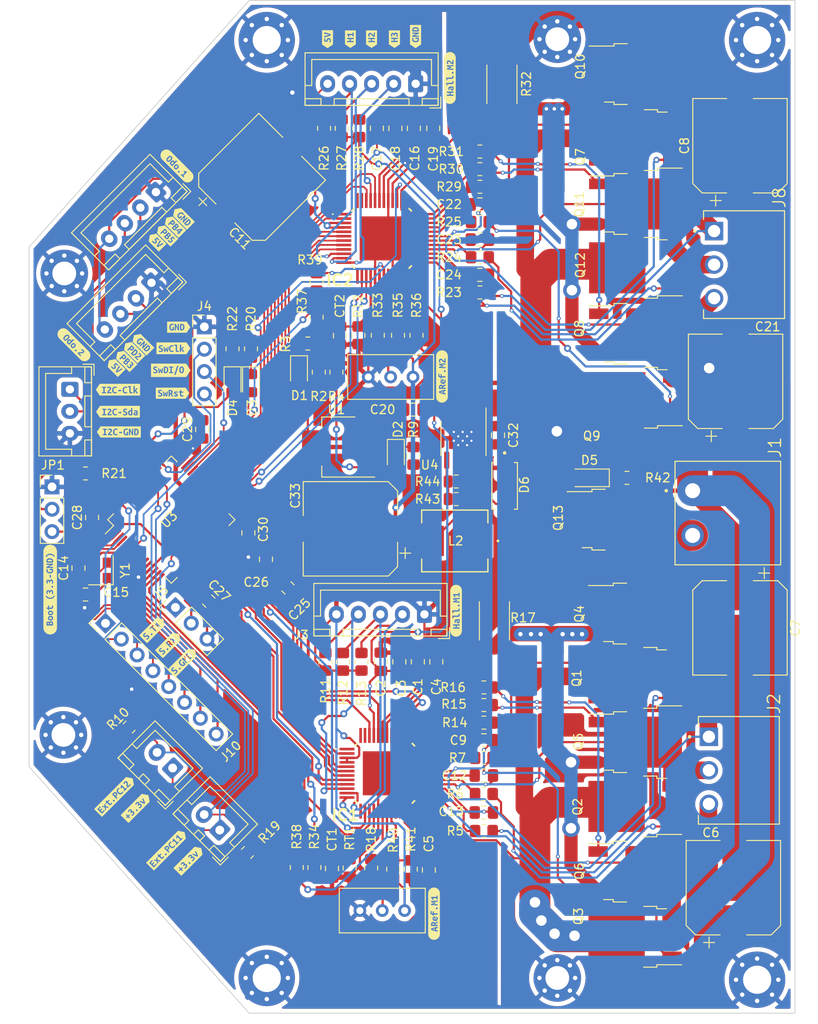
<source format=kicad_pcb>
(kicad_pcb (version 20211014) (generator pcbnew)
  (title_block (title "Carte Asservissement Coupe de France de Robotique 2023") (date "2022-11-26") (rev "1") (company "Association Phelma Robotrononik") (comment 1 "Routage VRS") (comment 2 "Conception GD, GZ, AC"))
  (layers (0 "F.Cu" signal) (31 "B.Cu" signal) (34 "B.Paste" user) (35 "F.Paste" user) (36 "B.SilkS" user "B.Silkscreen") (37 "F.SilkS" user "F.Silkscreen") (38 "B.Mask" user) (39 "F.Mask" user) (44 "Edge.Cuts" user))
  (net 0 "")
  (net 1 "Net-(C1-Pad1)")
  (net 2 "GND")
  (net 3 "+5V")
  (net 4 "+3.3V")
  (net 5 "Net-(C1-Pad2)")
  (net 6 "+BATT")
  (net 8 "reset_1")
  (net 9 "Net-(C4-Pad2)")
  (net 10 "Net-(C9-Pad1)")
  (net 11 "Net-(C13-Pad1)")
  (net 12 "frein_1")
  (net 13 "direction_controle_1")
  (net 14 "Net-(IC1-Pad10)")
  (net 15 "Net-(IC1-Pad11)")
  (net 16 "Net-(IC1-Pad12)")
  (net 18 "speed_controle_1")
  (net 19 "MODE_1")
  (net 20 "Net-(C13-Pad2)")
  (net 21 "Net-(IC1-Pad18)")
  (net 22 "Info_Courant_1")
  (net 23 "Net-(IC1-Pad20)")
  (net 24 "Net-(IC1-Pad22)")
  (net 25 "Net-(IC1-Pad23)")
  (net 26 "Net-(C14-Pad2)")
  (net 27 "Net-(C12-Pad2)")
  (net 28 "Net-(IC1-Pad26)")
  (net 29 "Net-(C12-Pad1)")
  (net 30 "Net-(C15-Pad1)")
  (net 31 "Net-(IC1-Pad29)")
  (net 32 "Net-(C16-Pad1)")
  (net 33 "Net-(C16-Pad2)")
  (net 34 "Net-(IC1-Pad32)")
  (net 35 "Net-(C19-Pad2)")
  (net 36 "Net-(IC1-Pad34)")
  (net 37 "Net-(IC1-Pad35)")
  (net 38 "Net-(IC1-Pad36)")
  (net 40 "Net-(C22-Pad1)")
  (net 41 "Net-(C9-Pad2)")
  (net 42 "Net-(C22-Pad2)")
  (net 43 "disable_1")
  (net 46 "Net-(Q1-Pad1)")
  (net 47 "Net-(Q2-Pad1)")
  (net 48 "Net-(Q3-Pad1)")
  (net 49 "Net-(Q4-Pad1)")
  (net 50 "Net-(Q5-Pad1)")
  (net 51 "Net-(Q6-Pad1)")
  (net 52 "Net-(C23-Pad1)")
  (net 53 "Net-(D1-Pad1)")
  (net 54 "Net-(D2-Pad1)")
  (net 55 "Net-(C23-Pad2)")
  (net 56 "Net-(C24-Pad1)")
  (net 57 "Net-(C24-Pad2)")
  (net 58 "Net-(CT1-Pad1)")
  (net 59 "Net-(CT2-Pad1)")
  (net 60 "Net-(D3-Pad1)")
  (net 61 "Net-(D3-Pad2)")
  (net 62 "Net-(D4-Pad1)")
  (net 63 "Net-(D4-Pad2)")
  (net 64 "Net-(D5-Pad1)")
  (net 65 "Info_erreur_1_1")
  (net 66 "Info_erreur_2_1")
  (net 67 "Info_vitesse_1")
  (net 68 "action_fault_1")
  (net 69 "info_direction_1")
  (net 71 "reset_2")
  (net 72 "Info_erreur_1_2")
  (net 73 "Info_erreur_2_2")
  (net 74 "Info_vitesse_2")
  (net 75 "frein_2")
  (net 76 "direction_controle_2")
  (net 77 "Net-(IC2-Pad10)")
  (net 78 "Net-(IC2-Pad11)")
  (net 80 "Net-(IC2-Pad12)")
  (net 81 "Net-(J6-Pad2)")
  (net 83 "speed_controle_2")
  (net 84 "MODE_2")
  (net 85 "Net-(IC2-Pad18)")
  (net 86 "Info_Courant_2")
  (net 87 "Net-(IC2-Pad20)")
  (net 88 "Net-(IC2-Pad22)")
  (net 89 "Net-(IC2-Pad23)")
  (net 90 "Net-(IC2-Pad26)")
  (net 91 "Net-(IC2-Pad29)")
  (net 92 "Net-(IC2-Pad32)")
  (net 93 "Net-(IC2-Pad34)")
  (net 94 "Net-(IC2-Pad35)")
  (net 95 "Net-(IC2-Pad36)")
  (net 97 "action_fault_2")
  (net 98 "info_direction_2")
  (net 99 "Net-(J6-Pad3)")
  (net 100 "disable_2")
  (net 103 "Net-(J1-Pad2)")
  (net 104 "SWCLK")
  (net 105 "SWDIO")
  (net 106 "Net-(J4-Pad4)")
  (net 107 "/TX")
  (net 108 "/RX")
  (net 109 "Free1")
  (net 110 "Free2")
  (net 111 "/I2C_CLK")
  (net 112 "/I2C_SDA")
  (net 113 "Free3")
  (net 114 "Free4")
  (net 115 "Free5")
  (net 116 "Free6")
  (net 117 "Free7")
  (net 118 "Free8")
  (net 119 "odometrie2")
  (net 120 "Net-(J13-Pad3)")
  (net 121 "Net-(J11-Pad2)")
  (net 122 "Net-(J12-Pad2)")
  (net 123 "Net-(R34-Pad1)")
  (net 125 "Net-(JP1-Pad2)")
  (net 126 "Net-(Q7-Pad1)")
  (net 127 "Net-(Q8-Pad1)")
  (net 128 "Net-(Q9-Pad1)")
  (net 129 "Net-(Q10-Pad1)")
  (net 130 "Net-(Q11-Pad1)")
  (net 131 "Net-(Q12-Pad1)")
  (net 132 "Net-(R2-Pad2)")
  (net 133 "Net-(R21-Pad2)")
  (net 135 "Net-(R37-Pad1)")
  (net 136 "Net-(C32-Pad1)")
  (net 137 "Net-(C32-Pad2)")
  (net 138 "Net-(R43-Pad2)")
  (footprint "A3930KJPTR-T:A3930KJPTRT" (layer "F.Cu") (at 74.65 56.57)
    (fp_text reference "IC2")
    (fp_text value "A3930KJPTR-T" hide)
  )
  (footprint "Package_TO_SOT_SMD:TO-252-2" (layer "F.Cu") (at 103.46 113.7725)
    (fp_text reference "Q5")
    (fp_text value "QM6006D")
  )
  (footprint "Capacitor_SMD:C_0805_2012Metric_Pad1.18x1.45mm_HandSolder" (layer "F.Cu") (at 87.87 78.925 -90)
    (fp_text reference "C32")
    (fp_text value "100nF")
  )
  (footprint "kibuzzard-637D40F4" (layer "F.Cu") (at 46.8 121.15 45)
    (fp_text reference "kibuzzard-637D40F4" hide)
    (fp_text value "G***" hide)
  )
  (footprint "kibuzzard-637D4386" (layer "F.Cu") (at 73.5 33.95 90)
    (fp_text reference "kibuzzard-637D4386" hide)
    (fp_text value "G***" hide)
  )
  (footprint "kibuzzard-637D437D" (layer "F.Cu") (at 71.1 33.95 90)
    (fp_text reference "kibuzzard-637D437D" hide)
    (fp_text value "G***" hide)
  )
  (footprint "Resistor_SMD:R_0805_2012Metric_Pad1.20x1.40mm_HandSolder" (layer "F.Cu") (at 70.11 44.0725 90)
    (fp_text reference "R27")
    (fp_text value "56k")
  )
  (footprint "Resistor_SMD:R_0805_2012Metric_Pad1.20x1.40mm_HandSolder" (layer "F.Cu") (at 41.01 83.26)
    (fp_text reference "R21")
    (fp_text value "10k")
  )
  (footprint "Connector_JST:JST_XH_B5B-XH-A_1x05_P2.50mm_Vertical" (layer "F.Cu") (at 79.51 99.26 180)
    (fp_text reference "J3")
    (fp_text value "Conn_01x05")
  )
  (footprint "Capacitor_SMD:C_0805_2012Metric_Pad1.18x1.45mm_HandSolder" (layer "F.Cu") (at 41.76 88.26 90)
    (fp_text reference "C28")
    (fp_text value "100nF")
  )
  (footprint "Capacitor_SMD:C_0805_2012Metric_Pad1.18x1.45mm_HandSolder" (layer "F.Cu") (at 76.66 104.6475 90)
    (fp_text reference "C3")
    (fp_text value "100nF")
  )
  (footprint "Resistor_SMD:R_0805_2012Metric_Pad1.20x1.40mm_HandSolder" (layer "F.Cu") (at 73.46 128.06 -90)
    (fp_text reference "R18")
    (fp_text value "56k")
  )
  (footprint "Connector_PinHeader_2.54mm:PinHeader_1x03_P2.54mm_Vertical" (layer "F.Cu") (at 51.224555 98.474555 45)
    (fp_text reference "J5")
    (fp_text value "Conn_01x03")
  )
  (footprint "Resistor_SMD:R_0805_2012Metric_Pad1.20x1.40mm_HandSolder" (layer "F.Cu") (at 65.01 128.01 -90)
    (fp_text reference "R38")
    (fp_text value "2.2k")
  )
  (footprint "Package_TO_SOT_SMD:TO-252-2" (layer "F.Cu") (at 103.435 135.8725 180)
    (fp_text reference "Q3")
    (fp_text value "QM6006D")
  )
  (footprint "MountingHole:MountingHole_2.7mm_Pad_Via" (layer "F.Cu") (at 38.6 60.55)
    (fp_text reference "H7" hide)
    (fp_text value "MountingHole_Pad")
  )
  (footprint "Capacitor_SMD:C_0805_2012Metric_Pad1.18x1.45mm_HandSolder" (layer "F.Cu") (at 64.01 96.26 -45)
    (fp_text reference "C25")
    (fp_text value "10nF")
  )
  (footprint "kibuzzard-637D45A0" (layer "F.Cu") (at 46.451592 69.401592 -45)
    (fp_text reference "kibuzzard-637D45A0" hide)
    (fp_text value "G***" hide)
  )
  (footprint "kibuzzard-637D4322" (layer "F.Cu") (at 50.7 71.55)
    (fp_text reference "kibuzzard-637D4322" hide)
    (fp_text value "G***" hide)
  )
  (footprint "Resistor_SMD:R_0805_2012Metric_Pad1.20x1.40mm_HandSolder" (layer "F.Cu") (at 75.96 128.1975 90)
    (fp_text reference "R40")
    (fp_text value "47k")
  )
  (footprint "Capacitor_SMD:C_0805_2012Metric_Pad1.18x1.45mm_HandSolder" (layer "F.Cu") (at 80.86 104.6475 -90)
    (fp_text reference "C4")
    (fp_text value "1uF")
  )
  (footprint "kibuzzard-637D4374" (layer "F.Cu") (at 78.5 33.65 90)
    (fp_text reference "kibuzzard-637D4374" hide)
    (fp_text value "G***" hide)
  )
  (footprint "kibuzzard-637D40DA" (layer "F.Cu") (at 44.4 119.85 45)
    (fp_text reference "kibuzzard-637D40DA" hide)
    (fp_text value "G***" hide)
  )
  (footprint "Diode_SMD:D_SOD-123" (layer "F.Cu") (at 98.26 83.76 180)
    (fp_text reference "D5")
    (fp_text value "D_Zener")
  )
  (footprint "Resistor_SMD:R_0805_2012Metric_Pad1.20x1.40mm_HandSolder" (layer "F.Cu") (at 72.36 104.6475 90)
    (fp_text reference "R13")
    (fp_text value "56k")
  )
  (footprint "kibuzzard-637D4301" (layer "F.Cu") (at 51 69.05)
    (fp_text reference "kibuzzard-637D4301" hide)
    (fp_text value "G***" hide)
  )
  (footprint "MountingHole:MountingHole_2.7mm_Pad_Via" (layer "F.Cu") (at 38.5 112.95)
    (fp_text reference "H6" hide)
    (fp_text value "MountingHole_Pad")
  )
  (footprint "Capacitor_SMD:C_0805_2012Metric_Pad1.18x1.45mm_HandSolder" (layer "F.Cu") (at 78.76 104.6475 90)
    (fp_text reference "C1")
    (fp_text value "470nF")
  )
  (footprint "MountingHole:MountingHole_2.7mm_Pad_Via" (layer "F.Cu") (at 94.6 33.95)
    (fp_text reference "H5" hide)
    (fp_text value "MountingHole_Pad")
  )
  (footprint "Resistor_SMD:R_0805_2012Metric_Pad1.20x1.40mm_HandSolder" (layer "F.Cu") (at 72.11 44.0725 90)
    (fp_text reference "R28")
    (fp_text value "56k")
  )
  (footprint "B170B:DIOM505270X240" (layer "F.Cu") (at 88.62 84.675 -90)
    (fp_text reference "D6")
    (fp_text value "DIODE")
  )
  (footprint "Resistor_SMD:R_0805_2012Metric_Pad1.20x1.40mm_HandSolder" (layer "F.Cu") (at 86.26 115.56)
    (fp_text reference "R7")
    (fp_text value "560")
  )
  (footprint "kibuzzard-637D438C" (layer "F.Cu") (at 76.1 33.95 90)
    (fp_text reference "kibuzzard-637D438C" hide)
    (fp_text value "G***" hide)
  )
  (footprint "Resistor_SMD:R_0805_2012Metric_Pad1.20x1.40mm_HandSolder" (layer "F.Cu") (at 85.81 48.71)
    (fp_text reference "R30")
    (fp_text value "560")
  )
  (footprint "Package_QFP:LQFP-64_10x10mm_P0.5mm" (layer "F.Cu") (at 50.76 88.51 45)
    (fp_text reference "U3")
    (fp_text value "STM32F401RCTx")
  )
  (footprint "Capacitor_SMD:C_0805_2012Metric_Pad1.18x1.45mm_HandSolder" (layer "F.Cu") (at 80.01 128.2975 -90)
    (fp_text reference "C5")
    (fp_text value "1uF")
  )
  (footprint "kibuzzard-637D447D" (layer "F.Cu") (at 51.1 55.15 -45)
    (fp_text reference "kibuzzard-eD" hide)
    (fp_text value "G***" hide)
  )
  (footprint "Package_TO_SOT_SMD:TO-252-2" (layer "F.Cu") (at 103.435 99.1725)
    (fp_text reference "Q4")
    (fp_text value "QM6006D")
  )
  (footprint "Package_TO_SOT_SMD:TO-252-2" (layer "F.Cu") (at 103.435 128.4725)
    (fp_text reference "Q6")
    (fp_text value "QM6006D")
  )
  (footprint "Capacitor_SMD:C_0805_2012Metric_Pad1.18x1.45mm_HandSolder" (layer "F.Cu") (at 54.26 78.26 -90)
    (fp_text reference "C29")
    (fp_text value "100nF")
  )
  (footprint "Resistor_SMD:R_2512_6332Metric" (layer "F.Cu") (at 87.46 99.9975 90)
    (fp_text reference "R17")
    (fp_text value "0.018")
  )
  (footprint "LED_SMD:LED_0805_2012Metric_Pad1.15x1.40mm_HandSolder" (layer "F.Cu") (at 65.26 71.76 -90)
    (fp_text reference "D1")
    (fp_text value "LED")
  )
  (footprint "kibuzzard-637D40F4" (layer "F.Cu") (at 52.8 127.15 45)
    (fp_text reference "kibuzzard-637D40F4" hide)
    (fp_text value "G***" hide)
  )
  (footprint "Resistor_SMD:R_0805_2012Metric_Pad1.20x1.40mm_HandSolder" (layer "F.Cu") (at 67.26 65.51 -90)
    (fp_text reference "R37")
    (fp_text value "4.7k")
  )
  (footprint "Connector_JST:JST_XH_B4B-XH-A_1x04_P2.50mm_Vertical" (layer "F.Cu") (at 49.01 51.31 -135)
    (fp_text reference "J6" hide)
    (fp_text value "Connecteur Odométrie")
  )
  (footprint "Resistor_SMD:R_0805_2012Metric_Pad1.20x1.40mm_HandSolder" (layer "F.Cu") (at 86.26 111.56)
    (fp_text reference "R14")
    (fp_text value "560")
  )
  (footprint "Resistor_SMD:R_0805_2012Metric_Pad1.20x1.40mm_HandSolder" (layer "F.Cu") (at 59.81 69.11 90)
    (fp_text reference "R20")
    (fp_text value "220")
  )
  (footprint "kibuzzard-637D4198" (layer "F.Cu") (at 80.6 133.25 90)
    (fp_text reference "kibuzzard-637D4198" hide)
    (fp_text value "G***" hide)
  )
  (footprint "Connector_PinHeader_2.54mm:PinHeader_1x08_P2.54mm_Vertical" (layer "F.Cu") (at 43.279744 100.279744 45)
    (fp_text reference "J10")
    (fp_text value "Free Connecteur")
  )
  (footprint "Resistor_SMD:R_0805_2012Metric_Pad1.20x1.40mm_HandSolder" (layer "F.Cu") (at 85.81 50.71)
    (fp_text reference "R29")
    (fp_text value "560")
  )
  (footprint "Resistor_SMD:R_0805_2012Metric_Pad1.20x1.40mm_HandSolder" (layer "F.Cu") (at 77.96 128.1975 -90)
    (fp_text reference "R41")
    (fp_text value "15k")
  )
  (footprint "Capacitor_SMD:CP_Elec_10x10.5" (layer "F.Cu") (at 114.85 72.8 90)
    (fp_text reference "C21")
    (fp_text value "470uF")
  )
  (footprint "Resistor_SMD:R_0805_2012Metric_Pad1.20x1.40mm_HandSolder" (layer "F.Cu") (at 85.81 54.71)
    (fp_text reference "R25")
    (fp_text value "560")
  )
  (footprint "Resistor_SMD:R_0805_2012Metric_Pad1.20x1.40mm_HandSolder" (layer "F.Cu") (at 85.81 62.71)
    (fp_text reference "R23")
    (fp_text value "560")
  )
  (footprint "Resistor_SMD:R_0805_2012Metric_Pad1.20x1.40mm_HandSolder" (layer "F.Cu") (at 71.01 128.06 -90)
    (fp_text reference "RT1")
    (fp_text value "56k")
  )
  (footprint "Capacitor_SMD:C_0805_2012Metric_Pad1.18x1.45mm_HandSolder" (layer "F.Cu") (at 69.91 67.61 -90)
    (fp_text reference "CT2")
    (fp_text value "470pF")
  )
  (footprint "Resistor_SMD:R_0805_2012Metric" (layer "F.Cu") (at 83.12 84.175)
    (fp_text reference "R44")
    (fp_text value "10k")
  )
  (footprint "MountingHole:MountingHole_3.2mm_M3_Pad_Via" (layer "F.Cu") (at 61.6 140.55)
    (fp_text reference "H2" hide)
    (fp_text value "MountingHole_Pad")
  )
  (footprint "Capacitor_SMD:C_0805_2012Metric_Pad1.18x1.45mm_HandSolder" (layer "F.Cu") (at 74.56 104.6475 90)
    (fp_text reference "C2")
    (fp_text value "10uF")
  )
  (footprint "Capacitor_SMD:C_0805_2012Metric_Pad1.18x1.45mm_HandSolder" (layer "F.Cu") (at 61.51 93.01 -90)
    (fp_text reference "C26")
    (fp_text value "1uF")
  )
  (footprint "kibuzzard-637D42F0" (layer "F.Cu") (at 51.6 66.65)
    (fp_text reference "kibuzzard-637D42F0" hide)
    (fp_text value "G***" hide)
  )
  (footprint "A3930KJPTR-T:A3930KJPTRT" (layer "F.Cu") (at 75.01 117.31)
    (fp_text reference "IC1")
    (fp_text value "A3930KJPTR-T" hide)
  )
  (footprint "kibuzzard-637D4446" (layer "F.Cu") (at 52.05089 54.20089 -45)
    (fp_text reference "kibuzzard-637D4446" hide)
    (fp_text value "G***" hide)
  )
  (footprint "Resistor_SMD:R_0805_2012Metric_Pad1.20x1.40mm_HandSolder" (layer "F.Cu") (at 57.71 69.11 90)
    (fp_text reference "R22")
    (fp_text value "220")
  )
  (footprint "kibuzzard-637D42CB" (layer "F.Cu") (at 44.8 78.55)
    (fp_text reference "kibuzzard-637D42CB" hide)
    (fp_text value "G***" hide)
  )
  (footprint "Capacitor_SMD:C_0805_2012Metric_Pad1.18x1.45mm_HandSolder" (layer "F.Cu") (at 55.01 97.76 -45)
    (fp_text reference "C27")
    (fp_text value "100nF")
  )
  (footprint "kibuzzard-637D4446" (layer "F.Cu") (at 47.45089 68.50089 -45)
    (fp_text reference "kibuzzard-637D4446" hide)
    (fp_text value "G***" hide)
  )
  (footprint "kibuzzard-637D4204" (layer "F.Cu") (at 52.1 104.65 45)
    (fp_text reference "kibuzzard-637D4204" hide)
    (fp_text value "G***" hide)
  )
  (footprint "Resistor_SMD:R_0805_2012Metric_Pad1.20x1.40mm_HandSolder" (layer "F.Cu") (at 70.26 104.6475 90)
    (fp_text reference "R12")
    (fp_text value "56k")
  )
  (footprint "kibuzzard-637D4455" (layer "F.Cu") (at 50.2 56.15 -45)
    (fp_text reference "kibuzzard-637D4455" hide)
    (fp_text value "G***" hide)
  )
  (footprint "Resistor_SMD:R_0805_2012Metric_Pad1.20x1.40mm_HandSolder" (layer "F.Cu") (at 69.51 71.76 90)
    (fp_text reference "R4")
    (fp_text value "3k9")
  )
  (footprint "Capacitor_SMD:C_0805_2012Metric_Pad1.18x1.45mm_HandSolder" (layer "F.Cu") (at 78.26 76.01 180)
    (fp_text reference "C20")
    (fp_text value "1uF")
  )
  (footprint "Resistor_SMD:R_0805_2012Metric_Pad1.20x1.40mm_HandSolder" (layer "F.Cu") (at 78.61 67.5725 -90)
    (fp_text reference "R36")
    (fp_text value "15k")
  )
  (footprint "kibuzzard-637D4536" (layer "F.Cu") (at 45.550891 70.400891 -45)
    (fp_text reference "kibuzzard-637D4536" hide)
    (fp_text value "G***" hide)
  )
  (footprint "Resistor_SMD:R_0805_2012Metric_Pad1.20x1.40mm_HandSolder" (layer "F.Cu") (at 86.26 109.56)
    (fp_text reference "R15")
    (fp_text value "560")
  )
  (footprint "kibuzzard-637D42C2" (layer "F.Cu") (at 44.7 76.25)
    (fp_text reference "kibuzzard-637D42C2" hide)
    (fp_text value "G***" hide)
  )
  (footprint "Capacitor_SMD:CP_Elec_10x10.5" (layer "F.Cu") (at 115.35 46.05 90)
    (fp_text reference "C8")
    (fp_text value "470uF")
  )
  (footprint "Capacitor_SMD:C_0805_2012Metric_Pad1.18x1.45mm_HandSolder" (layer "F.Cu") (at 78.31 44.0725 90)
    (fp_text reference "C16")
    (fp_text value "470nF")
  )
  (footprint "kibuzzard-637D41A9" (layer "F.Cu") (at 81.5 72.25 90)
    (fp_text reference "kibuzzard-637D41A9" hide)
    (fp_text value "G***" hide)
  )
  (footprint "kibuzzard-637D43BC" (layer "F.Cu") (at 82.4 38.35 90)
    (fp_text reference "kibuzzard-637D43BC" hide)
    (fp_text value "G***" hide)
  )
  (footprint "Capacitor_SMD:C_0805_2012Metric_Pad1.18x1.45mm_HandSolder" (layer "F.Cu") (at 41.01 97.01 180)
    (fp_text reference "C15")
    (fp_text value "10pF")
  )
  (footprint "kibuzzard-637D44E0" (layer "F.Cu") (at 51.4 48.35 -45)
    (fp_text reference "kibuzzard-637D44E0" hide)
    (fp_text value "G***" hide)
  )
  (footprint "Connector_JST:JST_XH_B3B-XH-A_1x03_P2.50mm_Vertical" (layer "F.Cu") (at 39.235 73.71 -90)
    (fp_text reference "J7" hide)
    (fp_text value "Conn_01x03")
  )
  (footprint "Connector_PinHeader_2.54mm:PinHeader_1x03_P2.54mm_Vertical" (layer "F.Cu") (at 37.21 84.785)
    (fp_text reference "JP1")
    (fp_text value "Jumper_3_Open")
  )
  (footprint "Resistor_SMD:R_0805_2012Metric_Pad1.20x1.40mm_HandSolder" (layer "F.Cu") (at 74.21 67.5725 -90)
    (fp_text reference "R33")
    (fp_text value "56k")
  )
  (footprint "Capacitor_SMD:CP_Elec_10x10.5" (layer "F.Cu") (at 60.693414 49.956587 45)
    (fp_text reference "C11")
    (fp_text value "100uF")
  )
  (footprint "MountingHole:MountingHole_3.2mm_M3_Pad_Via" (layer "F.Cu") (at 117.3 140.75)
    (fp_text reference "H4" hide)
    (fp_text value "MountingHole_Pad")
  )
  (footprint "Package_TO_SOT_SMD:TO-252-2" (layer "F.Cu") (at 103.51 37.91)
    (fp_text reference "Q10")
    (fp_text value "QM6006D")
  )
  (footprint "Capacitor_SMD:C_0805_2012Metric_Pad1.18x1.45mm_HandSolder" (layer "F.Cu") (at 86.26 121.76)
    (fp_text reference "C13")
    (fp_text value "47nF")
  )
  (footprint "kibuzzard-637D42B7" (layer "F.Cu") (at 44.7 73.75)
    (fp_text reference "kibuzzard-637D42B7" hide)
    (fp_text value "G***" hide)
  )
  (footprint "Resistor_SMD:R_0805_2012Metric" (layer "F.Cu") (at 83.12 86.175 180)
    (fp_text reference "R43")
    (fp_text value "56k")
  )
  (footprint "Connector_JST:JST_XH_B4B-XH-A_1x04_P2.50mm_Vertical" (layer "F.Cu") (at 48.51 61.61 -135)
    (fp_text reference "J13" hide)
    (fp_text value "Connecteur Odométrie")
  )
  (footprint "Capacitor_SMD:CP_Elec_10x10.5" (layer "F.Cu") (at 114.6 130.3 90)
    (fp_text reference "C6")
    (fp_text value "470uF")
  )
  (footprint "Package_TO_SOT_SMD:TO-252-2" (layer "F.Cu") (at 101.01 88.51)
    (fp_text reference "Q13")
    (fp_text value "Q_NMOS_GDS")
  )
  (footprint "TerminalBlockBend:CUI_TBP01R1-508-02BE" (layer "F.Cu") (at 109.9725 85.22 -90)
    (fp_text reference "J1")
    (fp_text value "Connecteur batterie")
  )
  (footprint "Connector_JST:JST_XH_B2B-XH-A_1x02_P2.50mm_Vertical" (layer "F.Cu") (at 50.01 117.41 135)
    (fp_text reference "J11" hide)
    (fp_text value "Conn_01x02")
  )
  (footprint "Capacitor_SMD:C_0805_2012Metric_Pad1.18x1.45mm_HandSolder" (layer "F.Cu") (at 74.11 44.0725 90)
    (fp_text reference "C17")
    (fp_text value "10uF")
  )
  (footprint "Resistor_SMD:R_0805_2012Metric_Pad1.20x1.40mm_HandSolder" (layer "F.Cu") (at 67.26 61.51 90)
    (fp_text reference "R39")
    (fp_text value "2.2k")
  )
  (footprint "MountingHole:MountingHole_3.2mm_M3_Pad_Via" (layer "F.Cu") (at 117.3 34.05)
    (fp_text reference "H1" hide)
    (fp_text value "MountingHole_Pad")
  )
  (footprint "Resistor_SMD:R_0805_2012Metric_Pad1.20x1.40mm_HandSolder" (layer "F.Cu") (at 85.81 46.71)
    (fp_text reference "R31")
    (fp_text value "560")
  )
  (footprint "Package_TO_SOT_SMD:SOT-223-3_TabPin2" (layer "F.Cu") (at 69.76 80.26 180)
    (fp_text reference "U1")
    (fp_text value "LM317_SOT-223")
  )
  (footprint "kibuzzard-637D436E" (layer "F.Cu") (at 68.5 33.95 90)
    (fp_text reference "kibuzzard-637D436E" hide)
    (fp_text value "G***" hide)
  )
  (footprint "Capacitor_SMD:C_0805_2012Metric_Pad1.18x1.45mm_HandSolder" (layer "F.Cu") (at 85.81 52.71)
    (fp_text reference "C22")
    (fp_text value "47nF")
  )
  (footprint "MountingHole:MountingHole_3.2mm_M3_Pad_Via" (layer "F.Cu") (at 61.6 34.05)
    (fp_text reference "H3" hide)
    (fp_text value "MountingHole_Pad")
  )
  (footprint "LED_SMD:LED_0805_2012Metric_Pad1.15x1.40mm_HandSolder" (layer "F.Cu") (at 57.71 73.01 -90)
    (fp_text reference "D4")
    (fp_text value "LED")
  )
  (footprint "Connector_JST:JST_XH_B5B-XH-A_1x05_P2.50mm_Vertical" (layer "F.Cu") (at 78.51 39.01 180)
    (fp_text reference "J9" hide)
    (fp_text value "Conn_01x05")
  )
  (footprint "Capacitor_SMD:C_0805_2012Metric_Pad1.18x1.45mm_HandSolder" (layer "F.Cu") (at 86.26 117.56)
    (fp_text reference "C12")
    (fp_text value "47nF")
  )
  (footprint "Capacitor_SMD:C_0805_2012Metric_Pad1.18x1.45mm_HandSolder" (layer "F.Cu") (at 40.21 94.01 90)
    (fp_text reference "C14")
    (fp_text value "10pF")
  )
  (footprint "Resistor_SMD:R_0805_2012Metric_Pad1.20x1.40mm_HandSolder" (layer "F.Cu") (at 45.967107 112.052893 45)
    (fp_text reference "R10")
    (fp_text value "10k")
  )
  (footprint "kibuzzard-637D4463" (layer "F.Cu") (at 44.4 71.15 -45)
    (fp_text reference "kibuzzard-637D4463" hide)
    (fp_text value "G***" hide)
  )
  (footprint "MountingHole:MountingHole_2.7mm_Pad_Via" (layer "F.Cu") (at 94.6 140.55)
    (fp_text reference "H8" hide)
    (fp_text value "MountingHole_Pad")
  )
  (footprint "Resistor_SMD:R_0805_2012Metric_Pad1.20x1.40mm_HandSolder" (layer "F.Cu") (at 66.26 68.51)
    (fp_text reference "R3")
    (fp_text value "150")
  )
  (footprint "kibuzzard-637D44C4" (layer "F.Cu") (at 39.7 68.65 -45)
    (fp_text reference "kibuzzard-637D44C4" hide)
    (fp_text value "G***" hide)
  )
  (footprint "Potentiometer_THT:Potentiometer_Bourns_3386C_Horizontal" (layer "F.Cu") (at 78.21 72.31 -90)
    (fp_text reference "RV2" hide)
    (fp_text value "10k")
  )
  (footprint "Resistor_SMD:R_0805_2012Metric_Pad1.20x1.40mm_HandSolder" (layer "F.Cu") (at 68.26 104.6475 90)
    (fp_text reference "R11")
    (fp_text value "56k")
  )
  (footprint "Connector_PinHeader_2.54mm:PinHeader_1x04_P2.54mm_Vertical" (layer "F.Cu") (at 54.51 66.61)
    (fp_text reference "J4")
    (fp_text value "Connecteur Programmation")
  )
  (footprint "Resistor_SMD:R_0805_2012Metric_Pad1.20x1.40mm_HandSolder" (layer "F.Cu") (at 86.26 123.86)
    (fp_text reference "R5")
    (fp_text value "560")
  )
  (footprint "Potentiometer_THT:Potentiometer_Bourns_3386C_Horizontal" (layer "F.Cu") (at 77.26 132.8975 -90)
    (fp_text reference "RV1" hide)
    (fp_text value "10k")
  )
  (footprint "Package_TO_SOT_SMD:TO-252-2" (layer "F.Cu") (at 103.51 45.41 180)
    (fp_text reference "Q7")
    (fp_text value "QM6006D")
  )
  (footprint "Capacitor_SMD:C_0805_2012Metric_Pad1.18x1.45mm_HandSolder" (layer "F.Cu") (at 69.01 128.1225 -90)
    (fp_text reference "CT1")
    (fp_text value "470pF")
  )
  (footprint "Crystal:Crystal_SMD_2520-4Pin_2.5x2.0mm" (layer "F.Cu") (at 42.76 94.26 90)
    (fp_text reference "Y1")
    (fp_text value "Crystal_GND24")
  )
  (footprint "kibuzzard-637D40E8" (layer "F.Cu") (at 50.3 125.95 45)
    (fp_text reference "kibuzzard-637D40E8" hide)
    (fp_text value "G***" hide)
  )
  (footprint "kibuzzard-637D4463" (layer "F.Cu") (at 49.052855 56.902855 -45)
    (fp_text reference "kibuzzard-637D4463" hide)
    (fp_text value "G***" hide)
  )
  (footprint "Resistor_SMD:R_0805_2012Metric_Pad1.20x1.40mm_HandSolder" (layer "F.Cu") (at 76.51 67.5725 90)
    (fp_text reference "R35")
    (fp_text value "47k")
  )
  (footprint "Capacitor_SMD:C_0805_2012Metric_Pad1.18x1.45mm_HandSolder" (layer "F.Cu") (at 76.21 44.0725 90)
    (fp_text reference "C18")
    (fp_text value "100nF")
  )
  (footprint "Package_TO_SOT_SMD:TO-252-2" (layer "F.Cu") (at 103.51 67.41)
    (fp_text reference "Q12")
    (fp_text value "QM6006D")
  )
  (footprint "Capacitor_SMD:CP_Elec_10x10.5" (layer "F.Cu") (at 71.1 89.55 180)
    (fp_text reference "C33")
    (fp_text value "220uF")
  )
  (footprint "Resistor_SMD:R_0805_2012Metric_Pad1.20x1.40mm_HandSolder" (layer "F.Cu") (at 86.26 107.56)
    (fp_text reference "R16")
    (fp_text value "560")
  )
  (footprint "Capacitor_SMD:C_0805_2012Metric_Pad1.18x1.45mm_HandSolder" (layer "F.Cu") (at 85.81 60.71)
    (fp_text reference "C24")
    (fp_text value "47nF")
  )
  (footprint "kibuzzard-637D4331" (layer "F.Cu") (at 50.9 74.15)
    (fp_text reference "kibuzzard-637D4331" hide)
    (fp_text value "G***" hide)
  )
  (footprint "kibuzzard-637D4217" (layer "F.Cu") (at 48.7 100.95 45)
    (fp_text reference "kibuzzard-637D4217" hide)
    (fp_text value "G***" hide)
  )
  (footprint "Package_TO_SOT_SMD:TO-252-2" (layer "F.Cu") (at 103.435 106.4725 180)
    (fp_text reference "Q1")
    (fp_text value "QM6006D")
  )
  (footprint "Resistor_SMD:R_0805_2012Metric_Pad1.20x1.40mm_HandSolder" (layer "F.Cu") (at 78.26 81.26 -90)
    (fp_text reference "R9")
    (fp_text value "220")
  )
  (footprint "Resistor_SMD:R_0805_2012Metric_Pad1.20x1.40mm_HandSolder" (layer "F.Cu") (at 102.51 83.76 180)
    (fp_text reference "R42")
    (fp_text value "56k")
  )
  (footprint "kibuzzard-637D428D" (layer "F.Cu") (at 37 96.45 90)
    (fp_text reference "kibuzzard-637D428D" hide)
    (fp_text value "G***" hide)
  )
  (footprint "Connector_JST:JST_XH_B2B-XH-A_1x02_P2.50mm_Vertical" (layer "F.Cu") (at 56.26 123.76 135)
    (fp_text reference "J12" hide)
    (fp_text value "Conn_01x02")
  )
  (footprint "TerminalBlockBend:CUI_TBP02R1-381-03BE" (layer "F.Cu") (at 111.8225 113.1625 -90)
    (fp_text reference "J2")
    (fp_text value "Conn_01x03")
  )
  (footprint "Resistor_SMD:R_0805_2012Metric_Pad1.20x1.40mm_HandSolder" (layer "F.Cu") (at 85.81 58.71)
    (fp_text reference "R24")
    (fp_text value "560")
  )
  (footprint "kibuzzard-637D43CD" (layer "F.Cu") (at 83.1 98.85 90)
    (fp_text reference "kibuzzard-637D43CD" hide)
    (fp_text value "G***" hide)
  )
  (footprint "Resistor_SMD:R_0805_2012Metric_Pad1.20x1.40mm_HandSolder" (layer "F.Cu") (at 59.41 126.31 -135)
    (fp_text reference "R19")
    (fp_text value "10k")
  )
  (footprint "Package_TO_SOT_SMD:TO-252-2" (layer "F.Cu") (at 103.435 121.0725 180)
    (fp_text reference "Q2")
    (fp_text value "QM6006D")
  )
  (footprint "LED_SMD:LED_0805_2012Metric_Pad1.15x1.40mm_HandSolder" (layer "F.Cu") (at 59.81 73.01 -90)
    (fp_text reference "D3")
    (fp_text value "LED")
  )
  (footprint "Package_TO_SOT_SMD:TO-252-2" (layer "F.Cu") (at 103.51 52.66)
    (fp_text reference "Q11")
    (fp_text value "QM6006D")
  )
  (footprint "Package_TO_SOT_SMD:TO-252-2" (layer "F.Cu") (at 103.51 74.66 180)
    (fp_text reference "Q9")
    (fp_text value "QM6006D")
  )
  (footprint "Capacitor_SMD:C_0805_2012Metric_Pad1.18x1.45mm_HandSolder" (layer "F.Cu") (at 59.51 90.01 -90)
    (fp_text reference "C30")
    (fp_text value "100nF")
  )
  (footprint "IHLP2525CZER100M01:IND_IHLP_2525_CZ-M" (layer "F.Cu") (at 82.9575 90.925 180)
    (fp_text reference "L2")
    (fp_text value "10uH")
  )
  (footprint "Resistor_SMD:R_0805_2012Metric_Pad1.20x1.40mm_HandSolder" (layer "F.Cu") (at 68.11 44.0725 90)
    (fp_text reference "R26")
    (fp_text value "56k")
  )
  (footprint "Package_TO_SOT_SMD:TO-252-2" (layer "F.Cu") (at 103.51 59.91 180)
    (fp_text reference "Q8")
    (fp_text value "QM6006D")
  )
  (footprint "Resistor_SMD:R_2512_6332Metric" (layer "F.Cu") (at 88.31 39.0725 90)
    (fp_text reference "R32")
    (fp_text value "0.018")
  )
  (footprint "Capacitor_SMD:C_0805_2012Metric_Pad1.18x1.45mm_HandSolder" (layer "F.Cu") (at 86.26 113.56)
    (fp_text reference "C9")
    (fp_text value "47nF")
  )
  (footprint "Capacitor_SMD:C_0805_2012Metric_Pad1.18x1.45mm_HandSolder" (layer "F.Cu") (at 85.81 56.71)
    (fp_text reference "C23")
    (fp_text value "47nF")
  )
  (footprint "Resistor_SMD:R_0805_2012Metric_Pad1.20x1.40mm_HandSolder" (layer "F.Cu") (at 67.51 71.76 -90)
    (fp_text reference "R2")
    (fp_text value "2k4")
  )
  (footprint "Capacitor_SMD:C_0805_2012Metric_Pad1.18x1.45mm_HandSolder" (layer "F.Cu") (at 80.51 44.0725 -90)
    (fp_text reference "C19")
    (fp_text value "1uF")
  )
  (footprint "TerminalBlockBend:CUI_TBP02R1-381-03BE" (layer "F.Cu") (at 112.4125 55.74 -90)
    (fp_text reference "J8")
    (fp_text value "Conn_01x03")
  )
  (footprint "Capacitor_SMD:CP_Elec_10x10.5" (layer "F.Cu") (at 115.35 100.8 -90)
    (fp_text reference "C7")
    (fp_text value "470uF")
  )
  (footprint "Resistor_SMD:R_0805_2012Metric_Pad1.20x1.40mm_HandSolder" (layer "F.Cu") (at 72.01 67.5725 -90)
    (fp_text reference "RT2")
    (fp_text value "56k")
  )
  (footprint "Resistor_SMD:R_0805_2012Metric_Pad1.20x1.40mm_HandSolder" (layer "F.Cu") (at 86.26 119.66)
    (fp_text reference "R6")
    (fp_text value "560")
  )
  (footprint "Package_SO:SOIC-8-1EP_3.9x4.9mm_P1.27mm_EP2.41x3.3mm" (layer "F.Cu") (at 83.945 79.275 -90)
    (fp_text reference "U4")
    (fp_text value "LMR16020PDDA")
  )
  (footprint "LED_SMD:LED_0805_2012Metric_Pad1.15x1.40mm_HandSolder" (layer "F.Cu") (at 76.26 81.26 -90)
    (fp_text reference "D2")
    (fp_text value "LED")
  )
  (footprint "kibuzzard-637D41F7" (layer "F.Cu") (at 50.5 102.65 45)
    (fp_text reference "kibuzzard-637D41F7" hide)
    (fp_text value "G***" hide)
  )
  (footprint "Resistor_SMD:R_0805_2012Metric_Pad1.20x1.40mm_HandSolder" (layer "F.Cu") (at 67.01 128.01 -90)
    (fp_text reference "R34")
    (fp_text value "4.7k")
  )
  (gr_poly (pts (xy 121.6 144.55) (xy 59.6 144.55) (xy 34.6 116.55) (xy 34.6 57.55) (xy 59.6 29.55) (xy 121.6 29.55)) (layer "Edge.Cuts") (width 0.1) (fill none))
  (segment (start 78.76 105.685) (end 78.76 107.46) (width 0.25) (layer "F.Cu") (net 1))
  (segment (start 78.76 107.46) (end 74.76 111.46) (width 0.25) (layer "F.Cu") (net 1))
  (segment (start 74.76 111.46) (end 74.76 113.01) (width 0.25) (layer "F.Cu") (net 1))
  (segment (start 75.9 60.87) (end 75.9 57.82) (width 0.25) (layer "F.Cu") (net 2))
  (segment (start 40.21 95.0475) (end 40.21 96.7725) (width 0.25) (layer "F.Cu") (net 2))
  (segment (start 78.51 39.01) (end 78.51 41.035) (width 0.25) (layer "F.Cu") (net 2))
  (segment (start 78.51 73.51) (end 79.51 72.51) (width 0.25) (layer "F.Cu") (net 2))
  (segment (start 73.7425 134.46) (end 77.46 134.46) (width 0.25) (layer "F.Cu") (net 2))
  (segment (start 63.11 128.41) (end 63.51 128.01) (width 0.2) (layer "F.Cu") (net 2))
  (segment (start 67.01 129.01) (end 68.86 129.01) (width 0.25) (layer "F.Cu") (net 2))
  (segment (start 65.85 44.800001) (end 63.663262 46.986739) (width 1.25) (layer "F.Cu") (net 2))
  (segment (start 75.76 113.01) (end 75.76 116.56) (width 0.25) (layer "F.Cu") (net 2))
  (segment (start 73.9 60.87) (end 73.9 65.12) (width 0.25) (layer "F.Cu") (net 2))
  (segment (start 67.26 68.51) (end 69.7725 68.51) (width 0.25) (layer "F.Cu") (net 2))
  (segment (start 79.51 99.26) (end 81.735 97.035) (width 0.55) (layer "F.Cu") (net 2))
  (segment (start 79.51 99.26) (end 79.51 102.26) (width 0.25) (layer "F.Cu") (net 2))
  (segment (start 71.36 129.16) (end 71.46 129.06) (width 0.25) (layer "F.Cu") (net 2))
  (segment (start 40.21 96.7725) (end 39.9725 97.01) (width 0.25) (layer "F.Cu") (net 2))
  (segment (start 73.13 72.31) (end 73.13 70.14096) (width 0.25) (layer "F.Cu") (net 2))
  (segment (start 64.51 40.01) (end 64.51 42.21) (width 1.25) (layer "F.Cu") (net 2))
  (segment (start 41.76 86.26) (end 41.86 86.16) (width 0.25) (layer "F.Cu") (net 2))
  (segment (start 57.844994 128.41) (end 63.11 128.41) (width 0.2) (layer "F.Cu") (net 2))
  (segment (start 41.86 86.16) (end 42.51 85.51) (width 0.25) (layer "F.Cu") (net 2))
  (segment (start 53.51 96.26) (end 52.76 97.01) (width 0.25) (layer "F.Cu") (net 2))
  (segment (start 77.2225 74.7975) (end 77.2225 76.01) (width 0.25) (layer "F.Cu") (net 2))
  (segment (start 84.62 81.71) (end 84.58 81.75) (width 0.25) (layer "F.Cu") (net 2))
  (segment (start 87.46 97.035) (end 90.565 97.035) (width 3.5) (layer "F.Cu") (net 2))
  (segment (start 75.4 55.82) (end 74.65 56.57) (width 0.25) (layer "F.Cu") (net 2))
  (segment (start 77.635 41.61) (end 79.085 41.61) (width 0.25) (layer "F.Cu") (net 2))
  (segment (start 61.51 95.477658) (end 61.51 94.0475) (width 0.2) (layer "F.Cu") (net 2))
  (segment (start 75.4 52.27) (end 75.4 55.82) (width 0.25) (layer "F.Cu") (net 2))
  (segment (start 45.26 115.825006) (end 57.844994 128.41) (width 0.2) (layer "F.Cu") (net 2))
  (segment (start 73.9 65.12) (end 73.18548 65.83452) (width 0.25) (layer "F.Cu") (net 2))
  (segment (start 69.91 68.6475) (end 69.91 70.36) (width 0.25) (layer "F.Cu") (net 2))
  (segment (start 84.58 83.6275) (end 84.0325 84.175) (width 0.25) (layer "F.Cu") (net 2))
  (segment (start 84.58 81.75) (end 84.58 83.6275) (width 0.25) (layer "F.Cu") (net 2))
  (segment (start 37.21 84.785) (end 40.485 84.785) (width 0.25) (layer "F.Cu") (net 2))
  (segment (start 93.01 80.01) (end 94.54798 78.47202) (width 3.5) (layer "F.Cu") (net 2))
  (segment (start 93.01 87.51) (end 93.01 81.76) (width 3.5) (layer "F.Cu") (net 2))
  (segment (start 45.26 108.76) (end 46.26 107.76) (width 0.2) (layer "F.Cu") (net 2))
  (segment (start 92.71 31.71) (end 88.31 36.11) (width 2) (layer "F.Cu") (net 2))
  (segment (start 72.18 127.78) (end 73.46 129.06) (width 0.25) (layer "F.Cu") (net 2))
  (segment (start 41.76 87.2225) (end 41.76 86.26) (width 0.25) (layer "F.Cu") (net 2))
  (segment (start 69.91 68.6475) (end 71.935 68.6475) (width 0.25) (layer "F.Cu") (net 2))
  (segment (start 114.6 126.1) (end 114.6 104.75) (width 2) (layer "F.Cu") (net 2))
  (segment (start 65.85 43.55) (end 65.85 44.800001) (width 1.25) (layer "F.Cu") (net 2))
  (segment (start 79.085 41.61) (end 80.51 43.035) (width 0.25) (layer "F.Cu") (net 2))
  (segment (start 67.26 66.51) (end 67.26 68.51) (width 0.25) (layer "F.Cu") (net 2))
  (segment (start 111.85 71.3) (end 111.85 70.92) (width 3.5) (layer "F.Cu") (net 2))
  (segment (start 79.51 102.26) (end 80.86 103.61) (width 0.25) (layer "F.Cu") (net 2))
  (segment (start 54.816657 102.066657) (end 54.816657 99.420589) (width 0.25) (layer "F.Cu") (net 2))
  (segment (start 74.26 121.61) (end 74.26 118.06) (width 0.25) (layer "F.Cu") (net 2))
  (segment (start 60.7975 94.0475) (end 61.51 94.0475) (width 0.25) (layer "F.Cu") (net 2))
  (segment (start 72.01 68.91) (end 73.18548 70.08548) (width 0.25) (layer "F.Cu") (net 2))
  (segment (start 41.9725 95.0475) (end 42.06 95.135) (width 0.25) (layer "F.Cu") (net 2))
  (segment (start 84.615 97.035) (end 87.46 97.035) (width 0.55) (layer "F.Cu") (net 2))
  (segment (start 69.7725 68.51) (end 69.91 68.6475) (width 0.25) (layer "F.Cu") (net 2))
  (segment (start 74.11 43.035) (end 76.21 43.035) (width 0.25) (layer "F.Cu") (net 2))
  (segment (start 73.9 60.87) (end 73.9 59.720978) (width 0.25) (layer "F.Cu") (net 2))
  (segment (start 68.86 129.01) (end 69.01 129.16) (width 0.25) (layer "F.Cu") (net 2))
  (segment (start 53.51 95.856194) (end 53.51 96.26) (width 0.25) (layer "F.Cu") (net 2))
  (segment (start 82.04 77.74) (end 82.85 78.55) (width 0.25) (layer "F.Cu") (net 2))
  (segment (start 115.35 39.150978) (end 107.909022 31.71) (width 2) (layer "F.Cu") (net 2))
  (segment (start 72.772027 126.13548) (end 72.18 126.727507) (width 0.25) (layer "F.Cu") (net 2))
  (segment (start 60.26 125.51) (end 60.01 125.51) (width 0.25) (layer "F.Cu") (net 2))
  (segment (start 79.51 98.51) (end 79.51 99.26) (width 0.5) (layer "F.Cu") (net 2))
  (segment (start 94.175 93.425) (end 96.81 90.79) (width 3.5) (layer "F.Cu") (net 2))
  (segment (start 43.46 93.385) (end 43.46 93.610489) (width 0.2) (layer "F.Cu") (net 2))
  (segment (start 47.031182 94.713692) (end 47.984606 93.760268) (width 0.25) (layer "F.Cu") (net 2))
  (segment (start 45.26 112.76) (end 45.26 115.825006) (width 0.2) (layer "F.Cu") (net 2))
  (segment (start 52.76 97.01) (end 52.76 97.51) (width 0.25) (layer "F.Cu") (net 2))
  (segment (start 74.21 68.5725) (end 74.21 69.06096) (width 0.25) (layer "F.Cu") (net 2))
  (segment (start 39.9725 97.01) (end 39.9725 97.5725) (width 0.25) (layer "F.Cu") (net 2))
  (segment (start 114.6 104.75) (end 115.35 104) (width 2) (layer "F.Cu") (net 2))
  (segment (start 75.9 57.82) (end 74.65 56.57) (width 0.25) (layer "F.Cu") (net 2))
  (segment (start 67.01 129.01) (end 66.01 128.01) (width 0.25) (layer "F.Cu") (net 2))
  (segment (start 52.474734 94.820928) (end 53.51 95.856194) (width 0.25) (layer "F.Cu") (net 2))
  (segment (start 43.46 93.610489) (end 42.06 95.010489) (width 0.2) (layer "F.Cu") (net 2))
  (segment (start 42.06 95.010489) (end 42.06 95.135) (width 0.2) (layer "F.Cu") (net 2))
  (segment (start 57.71 68.11) (end 59.81 68.11) (width 0.25) (layer "F.Cu") (net 2))
  (segment (start 62.76 128.01) (end 60.26 125.51) (width 0.25) (layer "F.Cu") (net 2))
  (segment (start 96.81 90.79) (end 96.29 90.79) (width 3.5) (layer "F.Cu") (net 2))
  (segment (start 72.18 127.78) (end 72.18 126.727507) (width 0.25) (layer "F.Cu") (net 2))
  (segment (start 78.66 129.8975) (end 77.96 129.1975) (width 0.25) (layer "F.Cu") (net 2))
  (segment (start 78.66 133.26) (end 78.66 129.8975) (width 0.25) (layer "F.Cu") (net 2))
  (segment (start 54.01 80.663806) (end 54.01 80.11) (width 0.25) (layer "F.Cu") (net 2))
  (segment (start 71.935 68.6475) (end 72.01 68.5725) (width 0.25) (layer "F.Cu") (net 2))
  (segment (start 64.743623 91.706377) (end 66.9 89.55) (width 0.2) (layer "F.Cu") (net 2))
  (segment (start 52.474734 82.199072) (end 54.01 80.663806) (width 0.25) (layer "F.Cu") (net 2))
  (segment (start 79.8725 129.1975) (end 80.01 129.335) (width 0.25) (layer "F.Cu") (net 2))
  (segment (start 73.91 59.710978) (end 73.91 57.31) (width 0.25) (layer "F.Cu") (net 2))
  (segment (start 111.35 96.4) (end 108.76 93.81) (width 2) (layer "F.Cu") (net 2))
  (segment (start 73.18548 65.83452) (end 73.18548 70.08548) (width 0.25) (layer "F.Cu") (net 2))
  (segment (start 64.51 42.21) (end 65.85 43.55) (width 1.25) (layer "F.Cu") (net 2))
  (segment (start 115.35 41.85) (end 115.35 39.150978) (width 2) (layer "F.Cu") (net 2))
  (segment (start 73.13 72.31) (end 74.33 73.51) (width 0.25) (layer "F.Cu") (net 2))
  (segment (start 75.76 116.56) (end 75.01 117.31) (width 0.25) (layer "F.Cu") (net 2))
  (segment (start 77.81 102.46) (end 76.66 103.61) (width 0.25) (layer "F.Cu") (net 2))
  (segment (start 96.29 90.79) (end 93.01 87.51) (width 3.5) (layer "F.Cu") (net 2))
  (segment (start 75.4 49.92) (end 75.4 52.27) (width 0.25) (layer "F.Cu") (net 2))
  (segment (start 115.35 104) (end 115.35 103.55) (width 2) (layer "F.Cu") (net 2))
  (segment (start 79.51 69.4725) (end 78.61 68.5725) (width 0.25) (layer "F.Cu") (net 2))
  (segment (start 54.51 66.61) (end 56.21 66.61) (width 0.25) (layer "F.Cu") (net 2))
  (segment (start 96.61 83.76) (end 95.01 83.76) (width 0.2) (layer "F.Cu") (net 2))
  (segment (start 76.21 43.035) (end 77.635 41.61) (width 0.25) (layer "F.Cu") (net 2))
  (segment (start 78.51 41.035) (end 80.51 43.035) (width 0.25) (layer "F.Cu") (net 2))
  (segment (start 82.04 76.8) (end 82.04 77.74) (width 0.25) (layer "F.Cu") (net 2))
  (segment (start 56.21 66.61) (end 57.71 68.11) (width 0.25) (layer "F.Cu") (net 2))
  (segment (start 69.91 70.36) (end 69.51 70.76) (width 0.25) (layer "F.Cu") (net 2))
  (segment (start 79.71 102.46) (end 77.81 102.46) (width 0.25) (layer "F.Cu") (net 2))
  (segment (start 45.26 112.76) (end 45.26 108.76) (width 0.2) (layer "F.Cu") (net 2))
  (segment (start 81.735 97.035) (end 84.615 97.035) (width 0.55) (layer "F.Cu") (net 2))
  (segment (start 93.01 81.76) (end 93.01 80.01) (width 3.5) (layer "F.Cu") (net 2))
  (segment (start 59.51 92.76) (end 59.51 91.0475) (width 0.25) (layer "F.Cu") (net 2))
  (segment (start 57.070928 90.224734) (end 57.893694 91.0475) (width 0.25) (layer "F.Cu") (net 2))
  (segment (start 42.185 95.135) (end 42.06 95.135) (width 0.25) (layer "F.Cu") (net 2))
  (segment (start 115.35 103.55) (end 111.35 99.55) (width 2) (layer "F.Cu") (net 2))
  (segment (start 77.31 48.01) (end 75.4 49.92) (width 0.25) (layer "F.Cu") (net 2))
  (segment (start 77.46 134.46) (end 78.66 133.26) (width 0.25) (layer "F.Cu") (net 2))
  (segment (start 39.9725 97.5725) (end 40.91 98.51) (width 0.25) (layer "F.Cu") (net 2))
  (segment (start 76.26 121.61) (end 76.26 118.56) (width 0.25) (layer "F.Cu") (net 2))
  (segment (start 59.51 92.76) (end 60.7975 94.0475) (width 0.25) (layer "F.Cu") (net 2))
  (segment (start 47.031182 95.031182) (end 47.031182 94.713692) (width 0.25) (layer "F.Cu") (net 2))
  (segment (start 64.743623 96.993623) (end 63.025965 96.993623) (width 0.2) (layer "F.Cu") (net 2))
  (segment (start 57.893694 91.0475) (end 59.51 91.0475) (width 0.25) (layer "F.Cu") (net 2))
  (segment (start 54.01 80.11) (end 53.71 80.41) (width 0.25) (layer "F.Cu") (net 2))
  (segment (start 40.21 95.0475) (end 41.9725 95.0475) (width 0.25) (layer "F.Cu") (net 2))
  (segment (start 77.96 129.1975) (end 79.8725 129.1975) (width 0.25) (layer "F.Cu") (net 2))
  (segment (start 73.91 57.31) (end 74.65 56.57) (width 0.25) (layer "F.Cu") (net 2))
  (segment (start 73.9 59.720978) (end 73.91 59.710978) (width 0.25) (layer "F.Cu") (net 2))
  (segment (start 111.35 99.55) (end 111.35 96.4) (width 2) (layer "F.Cu") (net 2))
  (segment (start 74.21 69.06096) (end 73.18548 70.08548) (width 0.25) (layer "F.Cu") (net 2))
  (segment (start 69.46 129.16) (end 71.36 129.16) (width 0.25) (layer "F.Cu") (net 2))
  (segment (start 90.565 97.035) (end 94.175 93.425) (width 3.5) (layer "F.Cu") (net 2))
  (segment (start 66.01 128.01) (end 62.76 128.01) (width 0.25) (layer "F.Cu") (net 2))
  (segment (start 74.56 103.61) (end 76.66 103.61) (width 0.25) (layer "F.Cu") (net 2))
  (segment (start 73.13 70.14096) (end 73.18548 70.08548) (width 0.25) (layer "F.Cu") (net 2))
  (segment (start 72.01 68.5725) (end 72.01 68.91) (width 0.25) (layer "F.Cu") (net 2))
  (segment (start 53.71 80.41) (end 53.21 80.41) (width 0.25) (layer "F.Cu") (net 2))
  (segment (start 42.51 85.51) (end 43.163806 85.51) (width 0.25) (layer "F.Cu") (net 2))
  (segment (start 78.51 73.51) (end 77.2225 74.7975) (width 0.25) (layer "F.Cu") (net 2))
  (segment (start 84.62 79.95) (end 84.62 81.71) (width 0.25) (layer "F.Cu") (net 2))
  (segment (start 54.01 80.11) (end 54.01 79.2975) (width 0.25) (layer "F.Cu") (net 2))
  (segment (start 40.485 84.785) (end 41.86 86.16) (width 0.25) (layer "F.Cu") (net 2))
  (segment (start 79.51 72.51) (end 79.51 69.4725) (width 0.25) (layer "F.Cu") (net 2))
  (segment (start 76.26 118.56) (end 75.01 117.31) (width 0.25) (layer "F.Cu") (net 2))
  (segment (start 107.909022 31.71) (end 92.71 31.71) (width 2) (layer "F.Cu") (net 2))
  (segment (start 94.56 93.81) (end 94.175 93.425) (width 2) (layer "F.Cu") (net 2))
  (segment (start 53.743623 98.493623) (end 55.743623 98.493623) (width 0.25) (layer "F.Cu") (net 2))
  (segment (start 74.33 73.51) (end 78.51 73.51) (width 0.25) (layer "F.Cu") (net 2))
  (segment (start 72.18 132.8975) (end 73.7425 134.46) (width 0.25) (layer "F.Cu") (net 2))
  (segment (start 54.816657 99.420589) (end 55.743623 98.493623) (width 0.25) (layer "F.Cu") (net 2))
  (segment (start 95.01 83.76) (end 93.01 81.76) (width 0.2) (layer "F.Cu") (net 2))
  (segment (start 108.76 93.81) (end 94.56 93.81) (width 2) (layer "F.Cu") (net 2))
  (segment (start 43.163806 85.51) (end 44.449072 86.795266) (width 0.25) (layer "F.Cu") (net 2))
  (segment (start 111.85 70.92) (end 114.86 67.91) (width 3.5) (layer "F.Cu") (net 2))
  (segment (start 74.26 121.61) (end 74.26 124.66) (width 0.25) (layer "F.Cu") (net 2))
  (segment (start 74.26 124.66) (end 72.78452 126.13548) (width 0.25) (layer "F.Cu") (net 2))
  (segment (start 80.86 103.61) (end 79.71 102.46) (width 0.25) (layer "F.Cu") (net 2))
  (segment (start 63.025965 96.993623) (end 61.51 95.477658) (width 0.2) (layer "F.Cu") (net 2))
  (segment (start 64.743623 96.993623) (end 64.743623 91.706377) (width 0.2) (layer "F.Cu") (net 2))
  (segment (start 52.76 97.51) (end 53.743623 98.493623) (width 0.25) (layer "F.Cu") (net 2))
  (segment (start 72.78452 126.13548) (end 72.772027 126.13548) (width 0.25) (layer "F.Cu") (net 2))
  (segment (start 72.18 127.89) (end 71.01 129.06) (width 0.25) (layer "F.Cu") (net 2))
  (via (at 84.35 80.05) (size 0.5) (drill 0.25) (layers "F.Cu" "B.Cu") (net 2))
  (via (at 83.35 80.05) (size 0.5) (drill 0.25) (layers "F.Cu" "B.Cu") (net 2))
  (via (at 84.85 78.55) (size 0.5) (drill 0.25) (layers "F.Cu" "B.Cu") (net 2))
  (via (at 94.54798 78.47202) (size 2) (drill 1.2) (layers "F.Cu" "B.Cu") (net 2))
  (via (at 111.85 71.3) (size 2) (drill 1.2) (layers "F.Cu" "B.Cu") (net 2))
  (via (at 53.21 80.41) (size 0.45) (drill 0.25) (layers "F.Cu" "B.Cu") (net 2))
  (via (at 82.85 78.55) (size 0.5) (drill 0.25) (layers "F.Cu" "B.Cu") (net 2))
  (via (at 83.85 78.55) (size 0.5) (drill 0.25) (layers "F.Cu" "B.Cu") (net 2))
  (via (at 84.35 79.05) (size 0.5) (drill 0.25) (layers "F.Cu" "B.Cu") (net 2))
  (via (at 83.35 79.05) (size 0.5) (drill 0.25) (layers "F.Cu" "B.Cu") (net 2))
  (via (at 77.31 48.01) (size 0.5) (drill 0.25) (layers "F.Cu" "B.Cu") (net 2))
  (via (at 40.91 98.51) (size 0.8) (drill 0.4) (layers "F.Cu" "B.Cu") (net 2))
  (via (at 46.26 107.76) (size 0.8) (drill 0.4) (layers "F.Cu" "B.Cu") (net 2))
  (via (at 47.031182 95.031182) (size 0.8) (drill 0.4) (layers "F.Cu" "B.Cu") (net 2))
  (via (at 83.85 79.55) (size 0.5) (drill 0.25) (layers "F.Cu" "B.Cu") (net 2))
  (via (at 64.51 40.01) (size 1) (drill 0.5) (layers "F.Cu" "B.Cu") (net 2))
  (via (at 59.51 92.76) (size 0.8) (drill 0.4) (layers "F.Cu" "B.Cu") (net 2))
  (via (at 84.85 79.55) (size 0.5) (drill 0.25) (layers "F.Cu" "B.Cu") (net 2))
  (via (at 82.85 79.55) (size 0.5) (drill 0.25) (layers "F.Cu" "B.Cu") (net 2))
  (segment (start 53.21 80.41) (end 48.584614 80.41) (width 0.25) (layer "B.Cu") (net 2))
  (segment (start 44.209614 84.785) (end 37.21 84.785) (width 0.25) (layer "B.Cu") (net 2))
  (segment (start 77.76 36.76) (end 78.51 37.51) (width 1.25) (layer "B.Cu") (net 2))
  (segment (start 78.51 37.51) (end 78.51 39.01) (width 1.25) (layer "B.Cu") (net 2))
  (segment (start 67.76 36.76) (end 77.76 36.76) (width 1.25) (layer "B.Cu") (net 2))
  (segment (start 46.885489 94.885489) (end 46.885489 87.460875) (width 0.25) (layer "B.Cu") (net 2))
  (segment (start 54.51 66.61) (end 49.51 61.61) (width 0.55) (layer "B.Cu") (net 2))
  (segment (start 94.54798 78.47202) (end 106.67798 78.47202) (width 3.5) (layer "B.Cu") (net 2))
  (segment (start 40.91 98.51) (end 40.91 100.31) (width 0.25) (layer "B.Cu") (net 2))
  (segment (start 64.51 40.01) (end 67.76 36.76) (width 1.25) (layer "B.Cu") (net 2))
  (segment (start 49.51 61.61) (end 48.51 61.61) (width 0.55) (layer "B.Cu") (net 2))
  (segment (start 43.31 102.71) (end 41.685 101.085) (width 0.2) (layer "B.Cu") (net 2))
  (segment (start 63.51 96.76) (end 59.51 92.76) (width 0.6) (layer "B.Cu") (net 2))
  (segment (start 48.584614 80.41) (end 44.209614 84.785) (width 0.25) (layer "B.Cu") (net 2))
  (segment (start 54.51 66.61) (end 54.51 50.01) (width 0.5) (layer "B.Cu") (net 2))
  (segment (start 46.26 107.76) (end 46.51 107.51) (width 0.2) (layer "B.Cu") (net 2))
  (segment (start 39.235 78.71) (end 41.31 78.71) (width 0.55) (layer "B.Cu") (net 2))
  (segment (start 51.26 53.56) (end 51.26 59.01) (width 0.5) (layer "B.Cu") (net 2))
  (segment (start 78.51 46.76) (end 78.51 39.01) (width 0.25) (layer "B.Cu") (net 2))
  (segment (start 37.21 80.735) (end 39.235 78.71) (width 0.55) (layer "B.Cu") (net 2))
  (segment (start 77.01 96.76) (end 63.51 96.76) (width 0.6) (layer "B.Cu") (net 2))
  (segment (start 46.51 107.51) (end 46.51 105.91) (width 0.2) (layer "B.Cu") (net 2))
  (segment (start 51.26 59.01) (end 48.66 61.61) (width 0.5) (layer "B.Cu") (net 2))
  (segment (start 106.67798 78.47202) (end 111.85 73.3) (width 3.5) (layer "B.Cu") (net 2))
  (segment (start 77.31 47.96) (end 78.51 46.76) (width 0.25) (layer "B.Cu") (net 2))
  (segment (start 46.51 105.91) (end 43.31 102.71) (width 0.2) (layer "B.Cu") (net 2))
  (segment (start 77.31 48.01) (end 77.31 47.96) (width 0.25) (layer "B.Cu") (net 2))
  (segment (start 59.51 92.76) (end 57.885 94.385) (width 0.6) (layer "B.Cu") (net 2))
  (segment (start 49.01 51.31) (end 51.26 53.56) (width 0.5) (layer "B.Cu") (net 2))
  (segment (start 43.31 101.875154) (end 46.76 98.425154) (width 0.2) (layer "B.Cu") (net 2))
  (segment (start 46.885489 87.460875) (end 44.209614 84.785) (width 0.25) (layer "B.Cu") (net 2))
  (segment (start 48.51 71.51) (end 48.51 61.61) (width 0.55) (layer "B.Cu") (net 2))
  (segment (start 41.31 78.71) (end 48.51 71.51) (width 0.55) (layer "B.Cu") (net 2))
  (segment (start 43.31 102.71) (end 43.31 101.875154) (width 0.2) (layer "B.Cu") (net 2))
  (segment (start 57.885 94.385) (end 57.51 94.76) (width 0.6) (layer "B.Cu") (net 2))
  (segment (start 47.031182 95.031182) (end 46.885489 94.885489) (width 0.25) (layer "B.Cu") (net 2))
  (segment (start 48.66 61.61) (end 48.51 61.61) (width 0.5) (layer "B.Cu") (net 2))
  (segment (start 54.51 50.01) (end 64.51 40.01) (width 0.5) (layer "B.Cu") (net 2))
  (segment (start 40.91 100.31) (end 41.685 101.085) (width 0.25) (layer "B.Cu") (net 2))
  (segment (start 46.76 98.425154) (end 46.76 95.302364) (width 0.2) (layer "B.Cu") (net 2))
  (segment (start 57.51 94.76) (end 57.51 99.373314) (width 0.6) (layer "B.Cu") (net 2))
  (segment (start 79.51 99.26) (end 77.01 96.76) (width 0.6) (layer "B.Cu") (net 2))
  (segment (start 46.76 95.302364) (end 47.031182 95.031182) (width 0.2) (layer "B.Cu") (net 2))
  (segment (start 111.85 73.3) (end 111.85 71.3) (width 3.5) (layer "B.Cu") (net 2))
  (segment (start 57.51 99.373314) (end 54.816657 102.066657) (width 0.6) (layer "B.Cu") (net 2))
  (segment (start 37.21 84.785) (end 37.21 80.735) (width 0.55) (layer "B.Cu") (net 2))
  (segment (start 67.11 104.4975) (end 68.26 105.6475) (width 0.25) (layer "F.Cu") (net 3))
  (segment (start 68.11 45.0725) (end 70.11 45.0725) (width 0.25) (layer "F.Cu") (net 3))
  (segment (start 49.159587 49.798565) (end 49.161022 49.8) (width 0.25) (layer "F.Cu") (net 3))
  (segment (start 68.759231 54.82) (end 68.458731 55.1205) (width 0.25) (layer "F.Cu") (net 3))
  (segment (start 73.16 77.96) (end 72.91 77.96) (width 0.5) (layer "F.Cu") (net 3))
  (segment (start 69.51 96.39) (end 69.51 99.26) (width 0.5) (layer "F.Cu") (net 3))
  (segment (start 43.706699 54.775503) (end 48.683637 49.798565) (width 0.25) (layer "F.Cu") (net 3))
  (segment (start 78.21 70.2725) (end 78.21 72.31) (width 0.25) (layer "F.Cu") (net 3))
  (segment (start 70.6 113.3) (end 71.035489 113.3) (width 0.25) (layer "F.Cu") (net 3))
  (segment (start 68.51 39.01) (end 67.11048 40.40952) (width 0.2) (layer "F.Cu") (net 3))
  (segment (start 67.11 104.4975) (end 67.11 101.66) (width 0.25) (layer "F.Cu") (net 3))
  (segment (start 70.324511 55.345489) (end 70.35 55.32) (width 0.25) (layer "F.Cu") (net 3))
  (segment (start 76.26 82.285) (end 74.76 80.785) (width 0.5) (layer "F.Cu") (net 3))
  (segment (start 73.61 48.11) (end 74.31 48.11) (width 0.25) (layer "F.Cu") (net 3))
  (segment (start 67.3825 49.8) (end 72.11 45.0725) (width 0.25) (layer "F.Cu") (net 3))
  (segment (start 77.26 130.4975) (end 75.96 129.1975) (width 0.25) (layer "F.Cu") (net 3))
  (segment (start 77.26 132.8975) (end 77.26 130.4975) (width 0.25) (layer "F.Cu") (net 3))
  (segment (start 68.68372 55.345489) (end 70.324511 55.345489) (width 0.25) (layer "F.Cu") (net 3))
  (segment (start 43.706699 56.613301) (end 43.706699 54.775503) (width 0.25) (layer "F.Cu") (net 3))
  (segment (start 84.0325 86.175) (end 84.0325 87.2973) (width 0.25) (layer "F.Cu") (net 3))
  (segment (start 67.1 52.05) (end 67.1 51.05) (width 0.25) (layer "F.Cu") (net 3))
  (segment (start 72.36 105.6475) (end 68.26 105.6475) (width 0.25) (layer "F.Cu") (net 3))
  (segment (start 69.51 96.39) (end 75.3 90.6) (width 0.5) (layer "F.Cu") (net 3))
  (segment (start 76.26 88.59) (end 76.26 87.14) (width 0.5) (layer "F.Cu") (net 3))
  (segment (start 72.1 114.364511) (end 72.1 115.3) (width 0.25) (layer "F.Cu") (net 3))
  (segment (start 76.26 87.14) (end 76.26 82.285) (width 0.5) (layer "F.Cu") (net 3))
  (segment (start 72.11 45.0725) (end 70.11 45.0725) (width 0.25) (layer "F.Cu") (net 3))
  (segment (start 71.035489 113.3) (end 72.1 114.364511) (width 0.25) (layer "F.Cu") (net 3))
  (segment (start 67.11048 40.40952) (end 67.11048 44.07298) (width 0.2) (layer "F.Cu") (net 3))
  (segment (start 48.683637 49.798565) (end 49.159587 49.798565) (width 0.25) (layer "F.Cu") (net 3))
  (segment (start 68.458731 55.1205) (end 68.68372 55.345489) (width 0.25) (layer "F.Cu") (net 3))
  (segment (start 74.76 79.56) (end 73.16 77.96) (width 0.5) (layer "F.Cu") (net 3))
  (segment (start 80.4048 90.925) (end 76.675 90.925) (width 0.5) (layer "F.Cu") (net 3))
  (segment (start 72.1 115.3) (end 71.84 115.56) (width 0.25) (layer "F.Cu") (net 3))
  (segment (start 70.35 54.82) (end 68.759231 54.82) (width 0.25) (layer "F.Cu") (net 3))
  (segment (start 65.85 49.8) (end 67.3825 49.8) (width 0.25) (layer "F.Cu") (net 3))
  (segment (start 75.3 90.6) (end 75.3 89.55) (width 0.5) (layer "F.Cu") (net 3))
  (segment (start 84.0325 87.2973) (end 80.4048 90.925) (width 0.25) (layer "F.Cu") (net 3))
  (segment (start 67.11048 44.07298) (end 68.11 45.0725) (width 0.2) (layer "F.Cu") (net 3))
  (segment (start 72.11 45.0725) (end 72.11 46.61) (width 0.25) (layer "F.Cu") (net 3))
  (segment (start 74.76 80.785) (end 74.76 79.56) (width 0.5) (layer "F.Cu") (net 3))
  (segment (start 69.51 99.26) (end 67.11 101.66) (width 0.25) (layer "F.Cu") (net 3))
  (segment (start 72.11 46.61) (end 73.61 48.11) (width 0.25) (layer "F.Cu") (net 3))
  (segment (start 70.35 113.05) (end 70.6 113.3) (width 0.25) (layer "F.Cu") (net 3))
  (segment (start 76.675 90.925) (end 75.3 89.55) (width 0.5) (layer "F.Cu") (net 3))
  (segment (start 76.51 68.5725) (end 78.21 70.2725) (width 0.25) (layer "F.Cu") (net 3))
  (segment (start 70.71 115.56) (end 70.71 116.06) (width 0.25) (layer "F.Cu") (net 3))
  (segment (start 49.161022 49.8) (end 65.85 49.8) (width 0.25) (layer "F.Cu") (net 3))
  (segment (start 71.84 115.56) (end 70.71 115.56) (width 0.25) (layer "F.Cu") (net 3))
  (segment (start 67.1 51.05) (end 65.85 49.8) (width 0.25) (layer "F.Cu") (net 3))
  (segment (start 75.3 89.55) (end 76.26 88.59) (width 0.5) (layer "F.Cu") (net 3))
  (via (at 74.31 48.11) (size 0.8) (drill 0.4) (layers "F.Cu" "B.Cu") (net 3))
  (via (at 67.1 52.05) (size 0.8) (drill 0.4) (layers "F.Cu" "B.Cu") (net 3))
  (via (at 68.458731 55.1205) (size 0.8) (drill 0.4) (layers "F.Cu" "B.Cu") (net 3))
  (via (at 76.26 87.14) (size 0.8) (drill 0.4) (layers "F.Cu" "B.Cu") (net 3))
  (via (at 70.35 113.05) (size 0.8) (drill 0.4) (layers "F.Cu" "B.Cu") (net 3))
  (segment (start 69.51 112.21) (end 70.35 113.05) (width 0.25) (layer "B.Cu") (net 3))
  (segment (start 67.1 53.8) (end 67.1 52.05) (width 0.25) (layer "B.Cu") (net 3))
  (segment (start 75.172482 48.11) (end 80.63 53.567518) (width 0.25) (layer "B.Cu") (net 3))
  (segment (start 68.4205 55.1205) (end 67.1 53.8) (width 0.25) (layer "B.Cu") (net 3))
  (segment (start 76.51 123.01) (end 71.284614 123.01) (width 0.25) (layer "B.Cu") (net 3))
  (segment (start 78.21 85.19) (end 76.26 87.14) (width 0.5) (layer "B.Cu") (net 3))
  (segment (start 42.6 66.306602) (end 43.206699 66.913301) (width 0.25) (layer "B.Cu") (net 3))
  (segment (start 78.21 70.79) (end 80.63 68.37) (width 0.25) (layer "B.Cu") (net 3))
  (segment (start 71.284614 123.01) (end 69.51 121.235386) (width 0.25) (layer "B.Cu") (net 3))
  (segment (start 80.63 68.37) (end 80.63 53.567518) (width 0.25) (layer "B.Cu") (net 3))
  (segment (start 42.6 57.72) (end 42.6 66.306602) (width 0.25) (layer "B.Cu") (net 3))
  (segment (start 69.51 112.21) (end 69.51 99.26) (width 0.25) (layer "B.Cu") (net 3))
  (segment (start 43.706699 56.613301) (end 42.6 57.72) (width 0.25) (layer "B.Cu") (net 3))
  (segment (start 77.26 132.8975) (end 77.26 123.76) (width 0.25) (layer "B.Cu") (net 3))
  (segment (start 78.21 72.31) (end 78.21 70.79) (width 0.25) (layer "B.Cu") (net 3))
  (segment (start 69.51 121.235386) (end 69.51 112.21) (width 0.25) (layer "B.Cu") (net 3))
  (segment (start 78.21 85.19) (end 78.21 72.31) (width 0.5) (layer "B.Cu") (net 3))
  (segment (start 77.26 123.76) (end 76.51 123.01) (width 0.25) (layer "B.Cu") (net 3))
  (segment (start 74.31 48.11) (end 75.172482 48.11) (width 0.25) (layer "B.Cu") (net 3))
  (segment (start 44.9567 89.01) (end 47.26 89.01) (width 0.25) (layer "F.Cu") (net 4))
  (segment (start 44.725527 89.241173) (end 44.095519 89.871181) (width 0.25) (layer "F.Cu") (net 4))
  (segment (start 52.121181 81.845519) (end 51.134511 82.832189) (width 0.25) (layer "F.Cu") (net 4))
  (segment (start 66.26 79.91) (end 66.61 80.26) (width 0.25) (layer "F.Cu") (net 4))
  (segment (start 61.51 91.9725) (end 63.026377 93.488877) (width 0.2) (layer "F.Cu") (net 4))
  (segment (start 52.121181 81.845519) (end 52.41 81.5567) (width 0.25) (layer "F.Cu") (net 4))
  (segment (start 56.185 89.01) (end 54.51 89.01) (width 0.5) (layer "F.Cu") (net 4))
  (segment (start 44.725527 87.778827) (end 44.725527 89.241173) (width 0.25) (layer "F.Cu") (net 4))
  (segment (start 55.383566 63.136434) (end 53.01 65.51) (width 0.5) (layer "F.Cu") (net 4))
  (segment (start 51.76 93.399088) (end 51.76 91.76) (width 0.25) (layer "F.Cu") (net 4))
  (segment (start 52.828287 94.467375) (end 51.76 93.399088) (width 0.25) (layer "F.Cu") (net 4))
  (segment (start 51.259511 84.009511) (end 51.51 84.26) (width 0.5) (layer "F.Cu") (net 4))
  (segment (start 67.51 70.76) (end 66.76 71.51) (width 0.25) (layer "F.Cu") (net 4))
  (segment (start 72.91 80.26) (end 66.61 80.26) (width 0.5) (layer "F.Cu") (net 4))
  (segment (start 52.41 78.8225) (end 54.01 77.2225) (width 0.25) (layer "F.Cu") (net 4))
  (segment (start 56.5633 89.01) (end 57.424481 89.871181) (width 0.25) (layer "F.Cu") (net 4))
  (segment (start 61.51 90.9725) (end 59.51 88.9725) (width 0.2) (layer "F.Cu") (net 4))
  (segment (start 57.723565 52.926435) (end 55.383566 55.266434) (width 0.5) (layer "F.Cu") (net 4))
  (segment (start 54.51 89.01) (end 51.26 92.26) (width 0.5) (layer "F.Cu") (net 4))
  (segment (start 59.51 87.36) (end 66.61 80.26) (width 0.5) (layer "F.Cu") (net 4))
  (segment (start 43.4567 90.51) (end 44.095519 89.871181) (width 0.25) (layer "F.Cu") (net 4))
  (segment (start 65.485 72.785) (end 66.76 71.51) (width 0.25) (layer "F.Cu") (net 4))
  (segment (start 63.026377 93.488877) (end 63.026377 95.776377) (width 0.2) (layer "F.Cu") (net 4))
  (segment (start 58.611319 89.871181) (end 59.51 88.9725) (width 0.25) (layer "F.Cu") (net 4))
  (segment (start 53.76 123.76) (end 56.26 123.76) (width 0.2) (layer "F.Cu") (net 4))
  (segment (start 51.259511 76.010489) (end 51.259511 84.009511) (width 0.5) (layer "F.Cu") (net 4))
  (segment (start 41.76 89.2975) (end 41.76 90.51) (width 0.25) (layer "F.Cu") (net 4))
  (segment (start 51.134511 83.884511) (end 51.51 84.26) (width 0.25) (layer "F.Cu") (net 4))
  (segment (start 51.51 84.26) (end 56.2225 88.9725) (width 0.5) (layer "F.Cu") (net 4))
  (segment (start 41.1925 89.865) (end 41.76 89.2975) (width 0.25) (layer "F.Cu") (net 4))
  (segment (start 50.51 92.26) (end 50.19198 92.26) (width 0.25) (layer "F.Cu") (net 4))
  (segment (start 51.26 92.26) (end 50.51 92.26) (width 0.5) (layer "F.Cu") (net 4))
  (segment (start 59.51 88.9725) (end 59.51 87.36) (width 0.5) (layer "F.Cu") (net 4))
  (segment (start 56.2225 88.9725) (end 56.185 89.01) (width 0.5) (layer "F.Cu") (net 4))
  (segment (start 55.383566 55.266434) (end 55.383566 63.136434) (width 0.5) (layer "F.Cu") (net 4))
  (segment (start 51.134511 82.832189) (end 51.134511 83.884511) (width 0.25) (layer "F.Cu") (net 4))
  (segment (start 52.828287 94.467375) (end 51.88076 93.519848) (width 0.25) (layer "F.Cu") (net 4))
  (segment (start 50.91 116.71) (end 50.91 120.91) (width 0.2) (layer "F.Cu") (net 4))
  (segment (start 66.76 71.51) (end 66.26 72.01) (width 0.25) (layer "F.Cu") (net 4))
  (segment (start 61.51 91.9725) (end 61.51 90.9725) (width 0.2) (layer "F.Cu") (net 4))
  (segment (start 37.21 89.865) (end 41.1925 89.865) (width 0.25) (layer "F.Cu") (net 4))
  (segment (start 56.2225 88.9725) (end 59.51 88.9725) (width 0.5) (layer "F.Cu") (net 4))
  (segment (start 44.095519 87.148819) (end 44.725527 87.778827) (width 0.25) (layer "F.Cu") (net 4))
  (segment (start 65.26 72.785) (end 65.485 72.785) (width 0.25) (layer "F.Cu") (net 4))
  (segment (start 57.723566 52.926435) (end 57.723565 52.926435) (width 0.5) (layer "F.Cu") (net 4))
  (segment (start 57.424481 89.871181) (end 58.611319 89.871181) (width 0.25) (layer "F.Cu") (net 4))
  (segment (start 53.01 65.51) (end 53.01 74.26) (width 0.5) (layer "F.Cu") (net 4))
  (segment (start 66.26 72.01) (end 66.26 79.91) (width 0.25) (layer "F.Cu") (net 4))
  (segment (start 41.76 90.51) (end 43.4567 90.51) (width 0.25) (layer "F.Cu") (net 4))
  (segment (start 52.828287 94.467375) (end 54.276377 95.915465) (width 0.25) (layer "F.Cu") (net 4))
  (segment (start 44.095519 89.871181) (end 44.9567 89.01) (width 0.25) (layer "F.Cu") (net 4))
  (segment (start 50.76 92.76) (end 50.76 93.51) (width 0.2) (layer "F.Cu") (net 4))
  (segment (start 50.19198 92.26) (end 48.338159 94.113821) (width 0.25) (layer "F.Cu") (net 4))
  (segment (start 53.01 74.26) (end 51.259511 76.010489) (width 0.5) (layer "F.Cu") (net 4))
  (segment (start 54.276377 95.915465) (end 54.276377 97.026377) (width 0.25) (layer "F.Cu") (net 4))
  (segment (start 50.91 120.91) (end 53.76 123.76) (width 0.2) (layer "F.Cu") (net 4))
  (segment (start 52.41 81.5567) (end 52.41 78.8225) (width 0.25) (layer "F.Cu") (net 4))
  (segment (start 50.76 92.76) (end 51.26 92.26) (width 0.2) (layer "F.Cu") (net 4))
  (segment (start 47.26 89.01) (end 50.51 92.26) (width 0.25) (layer "F.Cu") (net 4))
  (via (at 50.76 93.51) (size 0.8) (drill 0.4) (layers "F.Cu" "B.Cu") (net 4))
  (segment (start 49.51 99.629988) (end 60.01 110.129988) (width 0.2) (layer "B.Cu") (net 4))
  (segment (start 60.01 110.129988) (end 60.01 117.325006) (width 0.2) (layer "B.Cu") (net 4))
  (segment (start 56.26 121.075006) (end 56.26 123.76) (width 0.2) (layer "B.Cu") (net 4))
  (segment (start 49.51 94.76) (end 49.51 99.629988) (width 0.2) (layer "B.Cu") (net 4))
  (segment (start 50.76 93.51) (end 49.51 94.76) (width 0.2) (layer "B.Cu") (net 4))
  (segment (start 60.01 117.325006) (end 56.26 121.075006) (width 0.2) (layer "B.Cu") (net 4))
  (segment (start 79.80952 107.046198) (end 79.80952 104.65952) (width 0.25) (layer "F.Cu") (net 5))
  (segment (start 75.26 111.595718) (end 79.80952 107.046198) (width 0.25) (layer "F.Cu") (net 5))
  (segment (start 75.26 113.01) (end 75.26 111.595718) (width 0.25) (layer "F.Cu") (net 5))
  (segment (start 79.80952 104.65952) (end 78.76 103.61) (width 0.25) (layer "F.Cu") (net 5))
  (segment (start 111.85 138.8) (end 111.85 136.05) (width 3.5) (layer "F.Cu") (net 6))
  (segment (start 93.817011 120.602989) (end 92.06 122.36) (width 3.5) (layer "F.Cu") (net 6))
  (segment (start 110.81 80.46) (end 103.46 80.46) (width 3.5) (layer "F.Cu") (net 6))
  (segment (start 101.335 138.885) (end 103.21 140.76) (width 3.5) (layer "F.Cu") (net 6))
  (segment (start 83.6 74.8) (end 84.6 74.8) (width 0.5) (layer "F.Cu") (net 6))
  (segment (start 115.35 90.5975) (end 109.9725 85.22) (width 2) (layer "F.Cu") (net 6))
  (segment (start 101.435 45.3725) (end 101.265489 45.202989) (width 2) (layer "F.Cu") (net 6))
  (segment (start 105.51 83.76) (end 106.97 85.22) (width 0.5) (layer "F.Cu") (net 6))
  (segment (start 73.31 107.41) (end 73.31 106.935) (width 0.25) (layer "F.Cu") (net 6))
  (segment (start 100.965489 59.502989) (end 93.917011 59.502989) (width 3.5) (layer "F.Cu") (net 6))
  (segment (start 76.21 45.11) (end 74.11 45.11) (width 0.25) (layer "F.Cu") (net 6))
  (segment (start 80.62 77.52) (end 80.62 75.78) (width 0.25) (layer "F.Cu") (net 6))
  (segment (start 81.41 64.61) (end 81.41 65.81) (width 0.2) (layer "F.Cu") (net 6))
  (segment (start 103.46 80.46) (end 101.01 78.01) (width 3.5) (layer "F.Cu") (net 6))
  (segment (start 92.16 61.26) (end 92.16 71.96) (width 3.5) (layer "F.Cu") (net 6))
  (segment (start 118.6 72.57) (end 114.86 76.31) (width 3.5) (layer "F.Cu") (net 6))
  (segment (start 101.335 106.4725) (end 101.165489 106.302989) (width 2) (layer "F.Cu") (net 6))
  (segment (start 78.7855 101.26) (end 74.51 101.26) (width 0.25) (layer "F.Cu") (net 6))
  (segment (start 73.4 52.27) (end 73.4 50.4) (width 0.2) (layer "F.Cu") (net 6))
  (segment (start 109.89 140.76) (end 111.85 138.8) (width 3.5) (layer "F.Cu") (net 6))
  (segment (start 118.6 53.5) (end 118.6 72.57) (width 3.5) (layer "F.Cu") (net 6))
  (segment (start 113.4 134.5) (end 114.6 134.5) (width 3.5) (layer "F.Cu") (net 6))
  (segment (start 103.51 83.76) (end 105.51 83.76) (width 0.5) (layer "F.Cu") (net 6))
  (segment (start 80.62 75.78) (end 80.925 75.475) (width 0.25) (layer "F.Cu") (net 6))
  (segment (start 81.66 66.06) (end 85.26 69.66) (width 0.25) (layer "F.Cu") (net 6))
  (segment (start 85.26 71.81) (end 86.425 72.975) (width 0.25) (layer "F.Cu") (net 6))
  (segment (start 83.31 76.8) (end 83.31 75.09) (width 0.5) (layer "F.Cu") (net 6))
  (segment (start 110.81 80.46) (end 110.81 80.36) (width 3.5) (layer "F.Cu") (net 6))
  (segment (start 100.865489 120.602989) (end 93.817011 120.602989) (width 3.5) (layer "F.Cu") (net 6))
  (segment (start 77.41 61.81) (end 81.46 65.86) (width 0.25) (layer "F.Cu") (net 6))
  (segment (start 109.9725 81.2975) (end 110.81 80.46) (width 3.5) (layer "F.Cu") (net 6))
  (segment (start 94.29125 135.52875) (end 94.635 135.8725) (width 3.5) (layer "F.Cu") (net 6))
  (segment (start 73.51 102.26) (end 73.51 104.635) (width 0.25) (layer "F.Cu") (net 6))
  (segment (start 90.86 108.06) (end 90.86 121.16) (width 2) (layer "F.Cu") (net 6))
  (segment (start 87.655761 124.91) (end 89.705761 126.96) (width 0.25) (layer "F.Cu") (net 6))
  (segment (start 77.41 60.81) (end 77.41 61.81) (width 0.25) (layer "F.Cu") (net 6))
  (segment (start 93.175 72.975) (end 94.86 74.66) (width 3.5) (layer "F.Cu") (net 6))
  (segment (start 80.01 127.26) (end 80.31 126.96) (width 0.25) (layer "F.Cu") (net 6))
  (segment (start 101.265489 45.202989) (end 92.717011 45.202989) (width 2) (layer "F.Cu") (net 6))
  (segment (start 92.16 71.96) (end 93.175 72.975) (width 3.5) (layer "F.Cu") (net 6))
  (segment (start 92.06 133.2975) (end 92.79125 134.02875) (width 3.5) (layer "F.Cu") (net 6))
  (segment (start 92.717011 45.202989) (end 90.96 46.96) (width 2) (layer "F.Cu") (net 6))
  (segment (start 101.41 74.66) (end 101.32298 74.74702) (width 3.5) (layer "F.Cu") (net 6))
  (segment (start 79.2975 76.01) (end 80.39 76.01) (width 0.25) (layer "F.Cu") (net 6))
  (segment (start 89.705761 126.96) (end 92.06 126.96) (width 0.25) (layer "F.Cu") (net 6))
  (segment (start 74.11 46.81) (end 74.11 45.11) (width 0.2) (layer "F.Cu") (net 6))
  (segment (start 109.9725 85.22) (end 109.9725 81.2975) (width 3.5) (layer "F.Cu") (net 6))
  (segment (start 80.39 76.01) (end 80.925 75.475) (width 0.25) (layer "F.Cu") (net 6))
  (segment (start 85.26 69.66) (end 85.26 71.81) (width 0.25) (layer "F.Cu") (net 6))
  (segment (start 77.76 121.61) (end 77.76 122.76) (width 0.25) (layer "F.Cu") (net 6))
  (segment (start 74.56 105.685) (end 76.66 105.685) (width 0.25) (layer "F.Cu") (net 6))
  (segment (start 73.31 106.935) (end 74.56 105.685) (width 0.25) (layer "F.Cu") (net 6))
  (segment (start 94.86 74.66) (end 101.41 74.66) (width 3.5) (layer "F.Cu") (net 6))
  (segment (start 92.06 126.96) (end 92.06 131.96) (width 3.5) (layer "F.Cu") (net 6))
  (segment (start 84.58 76.8) (end 84.58 74.82) (width 0.5) (layer "F.Cu") (net 6))
  (segment (start 111.85 136.05) (end 113.4 134.5) (width 3.5) (layer "F.Cu") (net 6))
  (segment (start 101.435 59.9725) (end 100.965489 59.502989) (width 3.5) (layer "F.Cu") (net 6))
  (segment (start 73.31 110.01) (end 73.31 109.61) (width 0.25) (layer "F.Cu") (net 6))
  (segment (start 90.96 46.96) (end 90.96 60.06) (width 2) (layer "F.Cu") (net 6))
  (segment (start 94.635 135.8725) (end 101.335 135.8725) (width 3.5) (layer "F.Cu") (net 6))
  (segment (start 90.96 60.06) (end 92.16 61.26) (width 2) (layer "F.Cu") (net 6))
  (segment (start 73.51 104.635) (end 74.56 105.685) (width 0.25) (layer "F.Cu") (net 6))
  (segment (start 80.31 126.96) (end 81.96 126.96) (width 0.25) (layer "F.Cu") (net 6))
  (segment (start 84.975 74.425) (end 86.425 72.975) (width 0.5) (layer "F.Cu") (net 6))
  (segment (start 115.35 50.25) (end 118.6 53.5) (width 3.5) (layer "F.Cu") (net 6))
  (segment (start 101.335 121.0725) (end 100.865489 120.602989) (width 3.5) (layer "F.Cu") (net 6))
  (segment (start 83.31 75.09) (end 83.6 74.8) (width 0.5) (layer "F.Cu") (net 6))
  (segment (start 90.86 121.16) (end 92.06 122.36) (width 2) (layer "F.Cu") (net 6))
  (segment (start 84.01 124.91) (end 87.655761 124.91) (width 0.25) (layer "F.Cu") (net 6))
  (segment (start 77.76 122.76) (end 81.96 126.96) (width 0.25) (layer "F.Cu") (net 6))
  (segment (start 84.6 74.8) (end 84.975 74.425) (width 0.5) (layer "F.Cu") (net 6))
  (segment (start 84.58 74.82) (end 84.975 74.425) (width 0.5) (layer "F.Cu") (net 6))
  (segment (start 73.76 110.46) (end 73.31 110.01) (width 0.25) (layer "F.Cu") (net 6))
  (segment (start 80.925 75.475) (end 81.6 74.8) (width 0.25) (layer "F.Cu") (net 6))
  (segment (start 92.79125 134.02875) (end 94.29125 135.52875) (width 3.5) (layer "F.Cu") (net 6))
  (segment (start 106.97 85.22) (end 109.9725 85.22) (width 0.5) (layer "F.Cu") (net 6))
  (segment (start 92.06 131.96) (end 92.06 133.2975) (width 3.5) (layer "F.Cu") (net 6))
  (segment (start 93.917011 59.502989) (end 92.16 61.26) (width 3.5) (layer "F.Cu") (net 6))
  (segment (start 73.4 50.4) (end 73.01 50.01) (width 0.2) (layer "F.Cu") (net 6))
  (segment (start 110.81 80.36) (end 114.86 76.31) (width 3.5) (layer "F.Cu") (net 6))
  (segment (start 73.76 113.01) (end 73.76 110.46) (width 0.25) (layer "F.Cu") (net 6))
  (segment (start 86.425 72.975) (end 93.175 72.975) (width 0.5) (layer "F.Cu") (net 6))
  (segment (start 101.01 78.01) (end 101.01 75.06) (width 3.5) (layer "F.Cu") (net 6))
  (segment (start 92.617011 106.302989) (end 90.86 108.06) (width 2) (layer "F.Cu") (net 6))
  (segment (start 115.35 95.6) (end 115.35 90.5975) (width 2) (layer "F.Cu") (net 6))
  (segment (start 101.165489 106.302989) (end 92.617011 106.302989) (width 2) (layer "F.Cu") (net 6))
  (segment (start 81.96 126.96) (end 84.01 124.91) (width 0.25) (layer "F.Cu") (net 6))
  (segment (start 74.51 101.26) (end 73.51 102.26) (width 0.25) (layer "F.Cu") (net 6))
  (segment (start 81.6 74.8) (end 83.6 74.8) (width 0.25) (layer "F.Cu") (net 6))
  (segment (start 81.41 65.81) (end 81.66 66.06) (width 0.2) (layer "F.Cu") (net 6))
  (segment (start 101.335 135.8725) (end 101.335 138.885) (width 3.5) (layer "F.Cu") (net 6))
  (segment (start 81.46 65.86) (end 81.66 66.06) (width 0.25) (layer "F.Cu") (net 6))
  (segment (start 101.01 75.06) (end 101.41 74.66) (width 3.5) (layer "F.Cu") (net 6))
  (segment (start 103.21 140.76) (end 109.89 140.76) (width 3.5) (layer "F.Cu") (net 6))
  (segment (start 92.06 122.36) (end 92.06 126.96) (width 3.5) (layer "F.Cu") (net 6))
  (via (at 81.41 64.61) (size 0.8) (drill 0.4) (layers "F.Cu" "B.Cu") (net 6))
  (via (at 92.79125 134.02875) (size 2) (drill 1.2) (layers "F.Cu" "B.Cu") (net 6))
  (via (at 92.06 131.96) (size 2) (drill 1.2) (layers "F.Cu" "B.Cu") (net 6))
  (via (at 73.01 50.01) (size 0.8) (drill 0.4) (layers "F.Cu" "B.Cu") (net 6))
  (via (at 96.56 135.76) (size 2) (drill 1.2) (layers "F.Cu" "B.Cu") (net 6))
  (via (at 94.29125 135.52875) (size 2) (drill 1.2) (layers "F.Cu" "B.Cu") (net 6))
  (via (at 78.7855 101.26) (size 0.8) (drill 0.4) (layers "F.Cu" "B.Cu") (net 6))
  (via (at 74.11 46.81) (size 0.8) (drill 0.4) (layers "F.Cu" "B.Cu") (net 6))
  (via (at 73.31 109.61) (size 0.45) (drill 0.25) (layers "F.Cu" "B.Cu") (net 6))
  (via (at 80.62 77.52) (size 0.5) (drill 0.25) (layers "F.Cu" "B.Cu") (net 6))
  (via (at 73.31 107.41) (size 0.45) (drill 0.25) (layers "F.Cu" "B.Cu") (net 6))
  (segment (start 80.61 78) (end 80.61 77.53) (width 0.25) (layer "B.Cu") (net 6))
  (segment (start 80.61 77.53) (end 80.62 77.52) (width 0.25) (layer "B.Cu") (net 6))
  (segment (start 81.21 53.21) (end 81.21 56.11) (width 0.2) (layer "B.Cu") (net 6))
  (segment (start 81.21 56.11) (end 81.21 64.41) (width 0.2) (layer "B.Cu") (net 6))
  (segment (start 72.76 49.76) (end 73.01 50.01) (width 0.2) (layer "B.Cu") (net 6))
  (segment (start 74.81 46.81) (end 75.91 47.91) (width 0.2) (layer "B.Cu") (net 6))
  (segment (start 96.56 135.76) (end 94.51 135.76) (width 3.5) (layer "B.Cu") (net 6))
  (segment (start 81.26 101.26) (end 82.1 100.42) (width 0.25) (layer "B.Cu") (net 6))
  (segment (start 82.1 100.42) (end 82.1 79.49) (width 0.25) (layer "B.Cu") (net 6))
  (segment (start 82.1 79.49) (end 80.61 78) (width 0.25) (layer "B.Cu") (net 6))
  (segment (start 74.11 46.81) (end 72.76 48.16) (width 0.2) (layer "B.Cu") (net 6))
  (segment (start 73.31 109.61) (end 73.31 107.61) (width 0.25) (layer "B.Cu") (net 6))
  (segment (start 94.51 135.76) (end 92.01 133.26) (width 3.5) (layer "B.Cu") (net 6))
  (segment (start 117.01 126.51) (end 107.76 135.76) (width 3.5) (layer "B.Cu") (net 6))
  (segment (start 109.9725 85.22) (end 114.37 85.22) (width 3.5) (layer "B.Cu") (net 6))
  (segment (start 117.01 87.86) (end 117.01 126.51) (width 3.5) (layer "B.Cu") (net 6))
  (segment (start 114.37 85.22) (end 117.01 87.86) (width 3.5) (layer "B.Cu") (net 6))
  (segment (start 75.91 47.91) (end 81.21 53.21) (width 0.2) (layer "B.Cu") (net 6))
  (segment (start 78.7855 101.26) (end 81.26 101.26) (width 0.25) (layer "B.Cu") (net 6))
  (segment (start 74.11 46.81) (end 74.81 46.81) (width 0.2) (layer "B.Cu") (net 6))
  (segment (start 73.31 107.61) (end 73.31 107.41) (width 0.25) (layer "B.Cu") (net 6))
  (segment (start 92.01 133.26) (end 92.01 132.26) (width 3.5) (layer "B.Cu") (net 6))
  (segment (start 81.21 64.41) (end 81.41 64.61) (width 0.2) (layer "B.Cu") (net 6))
  (segment (start 107.76 135.76) (end 96.56 135.76) (width 3.5) (layer "B.Cu") (net 6))
  (segment (start 72.76 48.16) (end 72.76 49.76) (width 0.2) (layer "B.Cu") (net 6))
  (segment (start 61.26 98.656446) (end 54.949608 92.346054) (width 0.25) (layer "F.Cu") (net 8))
  (segment (start 64.16144 109.660462) (end 64.16144 102.210652) (width 0.25) (layer "F.Cu") (net 8))
  (segment (start 69.560978 115.06) (end 64.16144 109.660462) (width 0.25) (layer "F.Cu") (net 8))
  (segment (start 64.16144 102.210652) (end 61.26 99.309212) (width 0.25) (layer "F.Cu") (net 8))
  (segment (start 70.71 115.06) (end 69.560978 115.06) (width 0.25) (layer "F.Cu") (net 8))
  (segment (start 61.26 99.309212) (end 61.26 98.656446) (width 0.25) (layer "F.Cu") (net 8))
  (segment (start 76.26 111.278348) (end 76.26 113.01) (width 0.25) (layer "F.Cu") (net 9))
  (segment (start 80.86 105.685) (end 80.86 106.678348) (width 0.25) (layer "F.Cu") (net 9))
  (segment (start 80.86 106.678348) (end 76.26 111.278348) (width 0.25) (layer "F.Cu") (net 9))
  (segment (start 83.895718 113.56) (end 85.2225 113.56) (width 0.25) (layer "F.Cu") (net 10))
  (segment (start 79.31 116.06) (end 81.395717 116.06) (width 0.25) (layer "F.Cu") (net 10))
  (segment (start 81.395717 116.06) (end 83.895718 113.56) (width 0.25) (layer "F.Cu") (net 10))
  (segment (start 84.56 121.76) (end 81.86 119.06) (width 0.25) (layer "F.Cu") (net 11))
  (segment (start 81.86 119.06) (end 79.31 119.06) (width 0.25) (layer "F.Cu") (net 11))
  (segment (start 85.26 121.76) (end 84.56 121.76) (width 0.25) (layer "F.Cu") (net 11))
  (segment (start 67.995718 118.06) (end 70.71 118.06) (width 0.25) (layer "F.Cu") (net 12))
  (segment (start 59.455162 98.972928) (end 59.455162 99.29042) (width 0.25) (layer "F.Cu") (net 12))
  (segment (start 67.488457 116.510832) (end 67.488457 117.552739) (width 0.25) (layer "F.Cu") (net 12))
  (segment (start 67.488457 117.552739) (end 67.995718 118.06) (width 0.25) (layer "F.Cu") (net 12))
  (segment (start 53.888948 93.406714) (end 59.455162 98.972928) (width 0.25) (layer "F.Cu") (net 12))
  (via (at 59.455162 99.29042) (size 0.8) (drill 0.4) (layers "F.Cu" "B.Cu") (net 12))
  (via (at 67.488457 116.510832) (size 0.8) (drill 0.4) (layers "F.Cu" "B.Cu") (net 12))
  (segment (start 67.51 116.489289) (end 67.488457 116.510832) (width 0.25) (layer "B.Cu") (net 12))
  (segment (start 59.455162 99.29042) (end 62.76 102.595258) (width 0.25) (layer "B.Cu") (net 12))
  (segment (start 62.76 102.595258) (end 62.76 111.01) (width 0.25) (layer "B.Cu") (net 12))
  (segment (start 67.51 115.76) (end 67.51 116.489289) (width 0.25) (layer "B.Cu") (net 12))
  (segment (start 62.76 111.01) (end 67.51 115.76) (width 0.25) (layer "B.Cu") (net 12))
  (segment (start 67.86 118.56) (end 70.71 118.56) (width 0.25) (layer "F.Cu") (net 13))
  (segment (start 58.204704 99.895358) (end 62.36096 104.051614) (width 0.25) (layer "F.Cu") (net 13))
  (segment (start 62.36096 104.051614) (end 62.36096 111.11096) (width 0.25) (layer "F.Cu") (net 13))
  (segment (start 58.204704 99.136684) (end 58.204704 99.895358) (width 0.25) (layer "F.Cu") (net 13))
  (segment (start 66.763946 117.463946) (end 67.86 118.56) (width 0.25) (layer "F.Cu") (net 13))
  (segment (start 53.181841 94.113821) (end 58.204704 99.136684) (width 0.25) (layer "F.Cu") (net 13))
  (segment (start 62.36096 111.11096) (end 66.763946 115.513946) (width 0.25) (layer "F.Cu") (net 13))
  (segment (start 66.763946 115.513946) (end 66.763946 117.463946) (width 0.25) (layer "F.Cu") (net 13))
  (segment (start 70.71 119.06) (end 68.34 119.06) (width 0.25) (layer "F.Cu") (net 14))
  (segment (start 68.26 103.01) (end 72.01 99.26) (width 0.25) (layer "F.Cu") (net 14))
  (segment (start 68.26 103.6475) (end 68.26 103.01) (width 0.25) (layer "F.Cu") (net 14))
  (segment (start 70.1 110.8) (end 70.35 110.55) (width 0.25) (layer "F.Cu") (net 14))
  (segment (start 68.6 110.8) (end 70.1 110.8) (width 0.25) (layer "F.Cu") (net 14))
  (segment (start 68.34 119.06) (end 68.1 119.3) (width 0.25) (layer "F.Cu") (net 14))
  (segment (start 67.85 111.55) (end 68.6 110.8) (width 0.25) (layer "F.Cu") (net 14))
  (via (at 70.35 110.55) (size 0.8) (drill 0.4) (layers "F.Cu" "B.Cu") (net 14))
  (via (at 67.85 111.55) (size 0.8) (drill 0.4) (layers "F.Cu" "B.Cu") (net 14))
  (via (at 68.1 119.3) (size 0.8) (drill 0.4) (layers "F.Cu" "B.Cu") (net 14))
  (segment (start 67.85 111.55) (end 67.85 112.3) (width 0.25) (layer "B.Cu") (net 14))
  (segment (start 71.31 99.96) (end 72.01 99.26) (width 0.25) (layer "B.Cu") (net 14))
  (segment (start 68.35 119.05) (end 68.1 119.3) (width 0.25) (layer "B.Cu") (net 14))
  (segment (start 70.35 110.55) (end 71.31 109.59) (width 0.25) (layer "B.Cu") (net 14))
  (segment (start 68.35 112.8) (end 68.35 119.05) (width 0.25) (layer "B.Cu") (net 14))
  (segment (start 67.85 112.3) (end 68.35 112.8) (width 0.25) (layer "B.Cu") (net 14))
  (segment (start 71.31 109.59) (end 71.31 99.96) (width 0.25) (layer "B.Cu") (net 14))
  (segment (start 71.785489 120.534511) (end 71.91 120.41) (width 0.25) (layer "F.Cu") (net 15))
  (segment (start 71.510499 121.186689) (end 71.510499 120.709501) (width 0.25) (layer "F.Cu") (net 15))
  (segment (start 71.510499 120.709501) (end 71.685489 120.534511) (width 0.25) (layer "F.Cu") (net 15))
  (segment (start 74.51 99.26) (end 70.26 103.51) (width 0.25) (layer "F.Cu") (net 15))
  (segment (start 71.91 120.41) (end 71.91 119.610978) (width 0.25) (layer "F.Cu") (net 15))
  (segment (start 71.685489 120.534511) (end 71.785489 120.534511) (width 0.25) (layer "F.Cu") (net 15))
  (segment (start 71.91 119.610978) (end 71.859022 119.56) (width 0.25) (layer "F.Cu") (net 15))
  (segment (start 71.859022 119.56) (end 70.71 119.56) (width 0.25) (layer "F.Cu") (net 15))
  (segment (start 70.26 103.51) (end 70.26 103.6475) (width 0.25) (layer "F.Cu") (net 15))
  (via (at 71.510499 121.186689) (size 0.8) (drill 0.4) (layers "F.Cu" "B.Cu") (net 15))
  (segment (start 74.51 99.26) (end 74.51 119.11) (width 0.25) (layer "B.Cu") (net 15))
  (segment (start 71.71 121.41) (end 71.51 121.21) (width 0.25) (layer "B.Cu") (net 15))
  (segment (start 72.21 121.41) (end 71.71 121.41) (width 0.25) (layer "B.Cu") (net 15))
  (segment (start 71.51 121.21) (end 71.510499 121.209501) (width 0.25) (layer "B.Cu") (net 15))
  (segment (start 71.510499 121.209501) (end 71.510499 121.186689) (width 0.25) (layer "B.Cu") (net 15))
  (segment (start 74.51 119.11) (end 72.21 121.41) (width 0.25) (layer "B.Cu") (net 15))
  (segment (start 74.21048 100.55952) (end 75.71048 100.55952) (width 0.25) (layer "F.Cu") (net 16))
  (segment (start 75.71048 100.55952) (end 77.01 99.26) (width 0.25) (layer "F.Cu") (net 16))
  (segment (start 70.244153 120.944941) (end 70.244153 120.525847) (width 0.25) (layer "F.Cu") (net 16))
  (segment (start 72.36 103.6475) (end 72.36 102.41) (width 0.25) (layer "F.Cu") (net 16))
  (segment (start 70.244153 120.525847) (end 70.71 120.06) (width 0.25) (layer "F.Cu") (net 16))
  (segment (start 72.36 102.41) (end 74.21048 100.55952) (width 0.25) (layer "F.Cu") (net 16))
  (via (at 70.244153 120.944941) (size 0.8) (drill 0.4) (layers "F.Cu" "B.Cu") (net 16))
  (segment (start 70.244153 120.944941) (end 71.409212 122.11) (width 0.25) (layer "B.Cu") (net 16))
  (segment (start 75.01 119.31) (end 75.01 101.26) (width 0.25) (layer "B.Cu") (net 16))
  (segment (start 75.01 101.26) (end 77.01 99.26) (width 0.25) (layer "B.Cu") (net 16))
  (segment (start 72.21 122.11) (end 75.01 119.31) (width 0.25) (layer "B.Cu") (net 16))
  (segment (start 71.409212 122.11) (end 72.21 122.11) (width 0.25) (layer "B.Cu") (net 16))
  (segment (start 58.763519 95.452859) (end 61.997701 98.687041) (width 0.25) (layer "F.Cu") (net 18))
  (segment (start 72.76 123.01) (end 72.26 123.51) (width 0.25) (layer "F.Cu") (net 18))
  (segment (start 55.303161 91.992501) (end 58.763519 95.452859) (width 0.25) (layer "F.Cu") (net 18))
  (segment (start 72.26 123.51) (end 70.76 123.51) (width 0.25) (layer "F.Cu") (net 18))
  (segment (start 72.76 121.61) (end 72.76 123.01) (width 0.25) (layer "F.Cu") (net 18))
  (segment (start 61.997701 98.687041) (end 61.997701 99.022299) (width 0.25) (layer "F.Cu") (net 18))
  (via (at 61.997701 99.022299) (size 0.8) (drill 0.4) (layers "F.Cu" "B.Cu") (net 18))
  (via (at 70.76 123.51) (size 0.8) (drill 0.4) (layers "F.Cu" "B.Cu") (net 18))
  (segment (start 61.997701 99.022299) (end 62.272299 99.022299) (width 0.25) (layer "B.Cu") (net 18))
  (segment (start 62.272299 99.022299) (end 65.76 102.51) (width 0.25) (layer "B.Cu") (net 18))
  (segment (start 69.01 105.76) (end 65.76 102.51) (width 0.25) (layer "B.Cu") (net 18))
  (segment (start 69.01 121.76) (end 69.01 114.26) (width 0.25) (layer "B.Cu") (net 18))
  (segment (start 70.76 123.51) (end 69.01 121.76) (width 0.25) (layer "B.Cu") (net 18))
  (segment (start 69.01 114.26) (end 69.01 105.76) (width 0.25) (layer "B.Cu") (net 18))
  (segment (start 47.127652 96.031436) (end 48.691713 94.467375) (width 0.25) (layer "F.Cu") (net 19))
  (segment (start 73.26 123.145717) (end 72.171206 124.234511) (width 0.25) (layer "F.Cu") (net 19))
  (segment (start 72.171206 124.234511) (end 70.459897 124.234511) (width 0.25) (layer "F.Cu") (net 19))
  (segment (start 65.864906 119.63952) (end 65.864906 115.886342) (width 0.25) (layer "F.Cu") (net 19))
  (segment (start 73.26 121.61) (end 73.26 123.145717) (width 0.25) (layer "F.Cu") (net 19))
  (segment (start 65.864906 115.886342) (end 47.127652 97.149088) (width 0.25) (layer "F.Cu") (net 19))
  (segment (start 47.127652 97.149088) (end 47.127652 96.031436) (width 0.25) (layer "F.Cu") (net 19))
  (segment (start 70.459897 124.234511) (end 65.864906 119.63952) (width 0.25) (layer "F.Cu") (net 19))
  (segment (start 110.555 104.1925) (end 111.1975 104.835) (width 2) (layer "F.Cu") (net 20))
  (segment (start 79.31 120.06) (end 81.16 120.06) (width 0.25) (layer "F.Cu") (net 20))
  (segment (start 111.76 113.1) (end 111.76 105.3975) (width 2) (layer "F.Cu") (net 20))
  (segment (start 86.26 121.66) (end 87.1975 121.66) (width 0.25) (layer "F.Cu") (net 20))
  (segment (start 111.8225 113.1625) (end 111.76 113.1) (width 2) (layer "F.Cu") (net 20))
  (segment (start 107.635 104.1925) (end 110.555 104.1925) (width 2) (layer "F.Cu") (net 20))
  (segment (start 81.16 120.06) (end 82.36 121.26) (width 0.25) (layer "F.Cu") (net 20))
  (segment (start 111.1975 104.835) (end 105.535 99.1725) (width 2) (layer "F.Cu") (net 20))
  (segment (start 111.76 105.3975) (end 111.1975 104.835) (width 2) (layer "F.Cu") (net 20))
  (segment (start 87.1975 121.66) (end 87.2975 121.76) (width 0.25) (layer "F.Cu") (net 20))
  (via (at 82.36 121.26) (size 0.45) (drill 0.25) (layers "F.Cu" "B.Cu") (net 20))
  (via (at 86.26 121.66) (size 0.45) (drill 0.25) (layers "F.Cu" "B.Cu") (net 20))
  (segment (start 85.56 124.46) (end 88.46 124.46) (width 0.25) (layer "B.Cu") (net 20))
  (segment (start 106.26 116.56) (end 109.6575 113.1625) (width 0.25) (layer "B.Cu") (net 20))
  (segment (start 88.76 124.46) (end 92.8525 128.5525) (width 0.25) (layer "B.Cu") (net 20))
  (segment (start 92.8525 128.5525) (end 98.795718 128.5525) (width 0.25) (layer "B.Cu") (net 20))
  (segment (start 106.26 121.088218) (end 106.26 116.56) (width 0.25) (layer "B.Cu") (net 20))
  (segment (start 98.795718 128.5525) (end 106.26 121.088218) (width 0.25) (layer "B.Cu") (net 20))
  (segment (start 88.36 124.46) (end 88.76 124.46) (width 0.25) (layer "B.Cu") (net 20))
  (segment (start 82.36 121.26) (end 82.76 121.66) (width 0.25) (layer "B.Cu") (net 20))
  (segment (start 82.36 121.26) (end 85.56 124.46) (width 0.25) (layer "B.Cu") (net 20))
  (segment (start 109.6575 113.1625) (end 111.8225 113.1625) (width 0.25) (layer "B.Cu") (net 20))
  (segment (start 82.76 121.66) (end 86.26 121.66) (width 0.25) (layer "B.Cu") (net 20))
  (segment (start 74.76 125.01) (end 73.46 126.31) (width 0.25) (layer "F.Cu") (net 21))
  (segment (start 74.76 121.61) (end 74.76 125.01) (width 0.25) (layer "F.Cu") (net 21))
  (segment (start 73.46 126.31) (end 73.46 127.06) (width 0.25) (layer "F.Cu") (net 21))
  (segment (start 65.01 129.01) (end 65.01 129.26) (width 0.25) (layer "F.Cu") (net 22))
  (segment (start 75.26 121.61) (end 75.26 124.01) (width 0.25) (layer "F.Cu") (net 22))
  (segment (start 75.26 124.01) (end 75.51 124.26) (width 0.25) (layer "F.Cu") (net 22))
  (segment (start 65.01 129.26) (end 66.26 130.51) (width 0.25) (layer "F.Cu") (net 22))
  (via (at 75.51 124.26) (size 0.8) (drill 0.4) (layers "F.Cu" "B.Cu") (net 22))
  (via (at 66.26 130.51) (size 0.8) (drill 0.4) (layers "F.Cu" "B.Cu") (net 22))
  (segment (start 75.51 124.26) (end 69.26 130.51) (width 0.25) (layer "B.Cu") (net 22))
  (segment (start 69.26 130.51) (end 66.26 130.51) (width 0.25) (layer "B.Cu") (net 22))
  (segment (start 75.76 122.759022) (end 75.76 121.61) (width 0.25) (layer "F.Cu") (net 23))
  (segment (start 74.76 126.785007) (end 76.26 125.285007) (width 0.25) (layer "F.Cu") (net 23))
  (segment (start 76.26 125.285007) (end 76.26 123.259022) (width 0.25) (layer "F.Cu") (net 23))
  (segment (start 74.76 132.8575) (end 74.76 126.785007) (width 0.25) (layer "F.Cu") (net 23))
  (segment (start 74.72 132.8975) (end 74.76 132.8575) (width 0.25) (layer "F.Cu") (net 23))
  (segment (start 76.26 123.259022) (end 75.76 122.759022) (width 0.25) (layer "F.Cu") (net 23))
  (segment (start 88.9675 101.4525) (end 99.235 101.4525) (width 1.75) (layer "F.Cu") (net 24))
  (segment (start 77.26 113.01) (end 77.26 111.860978) (width 0.25) (layer "F.Cu") (net 24))
  (segment (start 96.16 127.6775) (end 99.235 130.7525) (width 1.5) (layer "F.Cu") (net 24))
  (segment (start 77.96 119.96) (end 77.66 120.26) (width 0.25) (layer "F.Cu") (net 24))
  (segment (start 77.66 120.26) (end 76.960978 120.26) (width 0.25) (layer "F.Cu") (net 24))
  (segment (start 79.91 110.51) (end 87.46 102.96) (width 0.25) (layer "F.Cu") (net 24))
  (segment (start 87.46 102.96) (end 88.9675 101.4525) (width 1.75) (layer "F.Cu") (net 24))
  (segment (start 96.16 123.5525) (end 96.16 127.6775) (width 1.5) (layer "F.Cu") (net 24))
  (segment (start 77.26 113.01) (end 77.26 114.06) (width 0.25) (layer "F.Cu") (net 24))
  (segment (start 77.26 114.06) (end 77.96 114.76) (width 0.25) (layer "F.Cu") (net 24))
  (segment (start 77.96 114.76) (end 77.96 119.96) (width 0.25) (layer "F.Cu") (net 24))
  (segment (start 99.26 116.0525) (end 96.16 116.0525) (width 1.5) (layer "F.Cu") (net 24))
  (segment (start 77.26 111.860978) (end 78.610978 110.51) (width 0.25) (layer "F.Cu") (net 24))
  (segment (start 76.76 120.460978) (end 76.76 121.61) (width 0.25) (layer "F.Cu") (net 24))
  (segment (start 78.610978 110.51) (end 79.91 110.51) (width 0.25) (layer "F.Cu") (net 24))
  (segment (start 76.960978 120.26) (end 76.76 120.460978) (width 0.25) (layer "F.Cu") (net 24))
  (via (at 96.31 101.51) (size 1) (drill 0.5) (layers "F.Cu" "B.Cu") (net 24))
  (via (at 95.21 101.51) (size 1) (drill 0.5) (layers "F.Cu" "B.Cu") (net 24))
  (via (at 92.71 101.51) (size 1) (drill 0.5) (layers "F.Cu" "B.Cu") (net 24))
  (via (at 90.41 101.51) (size 1) (drill 0.5) (layers "F.Cu" "B.Cu") (net 24))
  (via (at 97.41 101.51) (size 1) (drill 0.5) (layers "F.Cu" "B.Cu") (net 24))
  (via (at 96.16 116.0525) (size 2) (drill 1.2) (layers "F.Cu" "B.Cu") (net 24))
  (via (at 96.16 123.5525) (size 2) (drill 1.2) (layers "F.Cu" "B.Cu") (net 24))
  (via (at 91.61 101.51) (size 1) (drill 0.5) (layers "F.Cu" "B.Cu") (net 24))
  (segment (start 96.16 117.16) (end 96.16 123.5525) (width 1.5) (layer "B.Cu") (net 24))
  (segment (start 94.585481 103.527019) (end 94.585481 101.885481) (width 1.5) (layer "B.Cu") (net 24))
  (segment (start 94.585481 112.234519) (end 94.585481 103.527019) (width 1.5) (layer "B.Cu") (net 24))
  (segment (start 96.16 116.0525) (end 96.16 117.16) (width 1.5) (layer "B.Cu") (net 24))
  (segment (start 96.31 101.51) (end 97.41 101.51) (width 1.5) (layer "B.Cu") (net 24))
  (segment (start 93.56 114.56) (end 96.16 117.16) (width 1.5) (layer "B.Cu") (net 24))
  (segment (start 92.71 101.51) (end 91.61 101.51) (width 1.5) (layer "B.Cu") (net 24))
  (segment (start 94.585481 101.834519) (end 94.91 101.51) (width 1.5) (layer "B.Cu") (net 24))
  (segment (start 96.16 116.0525) (end 94.56 114.4525) (width 1.5) (layer "B.Cu") (net 24))
  (segment (start 92.91 101.51) (end 93.56 102.16) (width 1.5) (layer "B.Cu") (net 24))
  (segment (start 94.585481 103.527019) (end 94.585481 101.834519) (width 1.5) (layer "B.Cu") (net 24))
  (segment (start 91.61 101.51) (end 90.41 101.51) (width 1.5) (layer "B.Cu") (net 24))
  (segment (start 94.56 114.4525) (end 94.56 112.26) (width 1.5) (layer "B.Cu") (net 24))
  (segment (start 92.91 101.51) (end 92.71 101.51) (width 1.5) (layer "B.Cu") (net 24))
  (segment (start 95.21 101.51) (end 96.31 101.51) (width 1.5) (layer "B.Cu") (net 24))
  (segment (start 94.56 112.26) (end 94.585481 112.234519) (width 1.5) (layer "B.Cu") (net 24))
  (segment (start 94.91 101.51) (end 95.21 101.51) (width 1.5) (layer "B.Cu") (net 24))
  (segment (start 93.56 102.16) (end 93.56 114.56) (width 1.5) (layer "B.Cu") (net 24))
  (segment (start 77.96 127.1975) (end 77.96 123.595718) (width 0.25) (layer "F.Cu") (net 25))
  (segment (start 77.26 122.895718) (end 77.26 121.61) (width 0.25) (layer "F.Cu") (net 25))
  (segment (start 77.96 127.1975) (end 75.96 127.1975) (width 0.25) (layer "F.Cu") (net 25))
  (segment (start 77.96 123.595718) (end 77.26 122.895718) (width 0.25) (layer "F.Cu") (net 25))
  (segment (start 41.6475 92.9725) (end 42.06 93.385) (width 0.25) (layer "F.Cu") (net 26))
  (segment (start 42.06 93.060978) (end 42.860978 92.26) (width 0.25) (layer "F.Cu") (net 26))
  (segment (start 42.06 93.385) (end 42.06 93.060978) (width 0.25) (layer "F.Cu") (net 26))
  (segment (start 42.860978 92.26) (end 44.535126 92.26) (width 0.25) (layer "F.Cu") (net 26))
  (segment (start 40.21 92.9725) (end 41.6475 92.9725) (width 0.25) (layer "F.Cu") (net 26))
  (segment (start 44.535126 92.26) (end 45.509732 91.285394) (width 0.25) (layer "F.Cu") (net 26))
  (segment (start 111.8225 116.9725) (end 108.76 116.9725) (width 2) (layer "F.Cu") (net 27))
  (segment (start 107.635 115.8475) (end 105.56 113.7725) (width 2) (layer "F.Cu") (net 27))
  (segment (start 94.1775 113.7725) (end 105.56 113.7725) (width 0.25) (layer "F.Cu") (net 27))
  (segment (start 86.86 118.56) (end 87.2975 118.1225) (width 0.25) (layer "F.Cu") (net 27))
  (segment (start 92.56 117.7845) (end 92.56 115.39) (width 0.25) (layer "F.Cu") (net 27))
  (segment (start 92.2845 118.06) (end 92.56 117.7845) (width 0.25) (layer "F.Cu") (net 27))
  (segment (start 82.96 118.56) (end 79.31 118.56) (width 0.25) (layer "F.Cu") (net 27))
  (segment (start 107.635 118.7925) (end 107.635 115.8475) (width 2) (layer "F.Cu") (net 27))
  (segment (start 108.76 116.9725) (end 105.56 113.7725) (width 2) (layer "F.Cu") (net 27))
  (segment (start 83.31 118.91) (end 82.96 118.56) (width 0.25) (layer "F.Cu") (net 27))
  (segment (start 87.2975 118.1225) (end 87.2975 117.56) (width 0.25) (layer "F.Cu") (net 27))
  (segment (start 92.56 115.39) (end 94.1775 113.7725) (width 0.25) (layer "F.Cu") (net 27))
  (segment (start 86.46 118.56) (end 86.86 118.56) (width 0.25) (layer "F.Cu") (net 27))
  (via (at 86.46 118.56) (size 0.45) (drill 0.25) (layers "F.Cu" "B.Cu") (net 27))
  (via (at 83.31 118.91) (size 0.45) (drill 0.25) (layers "F.Cu" "B.Cu") (net 27))
  (via (at 92.2845 118.06) (size 0.45) (drill 0.25) (layers "F.Cu" "B.Cu") (net 27))
  (segment (start 83.31 118.91) (end 83.66 118.56) (width 0.25) (layer "B.Cu") (net 27))
  (segment (start 91.7845 118.56) (end 86.46 118.56) (width 0.25) (layer "B.Cu") (net 27))
  (segment (start 83.66 118.56) (end 86.46 118.56) (width 0.25) (layer "B.Cu") (net 27))
  (segment (start 92.2845 118.06) (end 91.7845 118.56) (width 0.25) (layer "B.Cu") (net 27))
  (segment (start 83.96 121.795718) (end 83.96 123.46) (width 0.25) (layer "F.Cu") (net 28))
  (segment (start 84.36 123.86) (end 85.2975 123.86) (width 0.25) (layer "F.Cu") (net 28))
  (segment (start 83.96 123.46) (end 84.36 123.86) (width 0.25) (layer "F.Cu") (net 28))
  (segment (start 81.724282 119.56) (end 83.96 121.795718) (width 0.25) (layer "F.Cu") (net 28))
  (segment (start 79.31 119.56) (end 81.724282 119.56) (width 0.25) (layer "F.Cu") (net 28))
  (segment (start 79.31 117.56) (end 85.2225 117.56) (width 0.25) (layer "F.Cu") (net 29))
  (segment (start 44.435489 94.284511) (end 44.435489 93.84524) (width 0.25) (layer "F.Cu") (net 30))
  (segment (start 45.11 92.392234) (end 45.863286 91.638948) (width 0.25) (layer "F.Cu") (net 30))
  (segment (start 45.11 93.170728) (end 45.11 92.392234) (width 0.25) (layer "F.Cu") (net 30))
  (segment (start 44.435489 93.84524) (end 45.11 93.170728) (width 0.25) (layer "F.Cu") (net 30))
  (segment (start 43.46 95.135) (end 43.585 95.135) (width 0.25) (layer "F.Cu") (net 30))
  (segment (start 43.585 95.135) (end 44.435489 94.284511) (width 0.25) (layer "F.Cu") (net 30))
  (segment (start 43.46 95.5975) (end 43.46 95.135) (width 0.25) (layer "F.Cu") (net 30))
  (segment (start 42.0475 97.01) (end 43.46 95.5975) (width 0.25) (layer "F.Cu") (net 30))
  (segment (start 83.6975 118.06) (end 85.2975 119.66) (width 0.25) (layer "F.Cu") (net 31))
  (segment (start 79.31 118.06) (end 83.6975 118.06) (width 0.25) (layer "F.Cu") (net 31))
  (segment (start 74.4 52.27) (end 74.4 49.37) (width 0.25) (layer "F.Cu") (net 32))
  (segment (start 74.4 49.37) (end 78.31 45.46) (width 0.25) (layer "F.Cu") (net 32))
  (segment (start 78.31 45.46) (end 78.31 45.11) (width 0.25) (layer "F.Cu") (net 32))
  (segment (start 79.46048 45.584513) (end 79.022973 46.02202) (width 0.25) (layer "F.Cu") (net 33))
  (segment (start 78.383698 46.02202) (end 74.9 49.505718) (width 0.25) (layer "F.Cu") (net 33))
  (segment (start 74.9 49.505718) (end 74.9 52.27) (width 0.25) (layer "F.Cu") (net 33))
  (segment (start 79.46048 44.18548) (end 79.46048 45.584513) (width 0.25) (layer "F.Cu") (net 33))
  (segment (start 79.022973 46.02202) (end 78.383698 46.02202) (width 0.25) (layer "F.Cu") (net 33))
  (segment (start 78.31 43.035) (end 79.46048 44.18548) (width 0.25) (layer "F.Cu") (net 33))
  (segment (start 82.531435 115.56) (end 81.531435 116.56) (width 0.25) (layer "F.Cu") (net 34))
  (segment (start 85.26 115.56) (end 82.531435 115.56) (width 0.25) (layer "F.Cu") (net 34))
  (segment (start 81.531435 116.56) (end 79.31 116.56) (width 0.25) (layer "F.Cu") (net 34))
  (segment (start 75.9 50.32) (end 80.31 45.91) (width 0.25) (layer "F.Cu") (net 35))
  (segment (start 75.9 52.27) (end 75.9 50.32) (width 0.25) (layer "F.Cu") (net 35))
  (segment (start 80.31 45.91) (end 80.31 45.11) (width 0.25) (layer "F.Cu") (net 35))
  (segment (start 81.26 115.56) (end 85.26 111.56) (width 0.25) (layer "F.Cu") (net 36))
  (segment (start 79.31 115.56) (end 81.26 115.56) (width 0.25) (layer "F.Cu") (net 36))
  (segment (start 83.66 112.36) (end 83.66 111.16) (width 0.25) (layer "F.Cu") (net 37))
  (segment (start 83.66 111.16) (end 85.26 109.56) (width 0.25) (layer "F.Cu") (net 37))
  (segment (start 80.96 115.06) (end 83.66 112.36) (width 0.25) (layer "F.Cu") (net 37))
  (segment (start 79.31 115.06) (end 80.96 115.06) (width 0.25) (layer "F.Cu") (net 37))
  (segment (start 79.31 114.56) (end 80.824282 114.56) (width 0.25) (layer "F.Cu") (net 38))
  (segment (start 83.21048 112.173802) (end 83.21048 109.60952) (width 0.25) (layer "F.Cu") (net 38))
  (segment (start 80.824282 114.56) (end 83.21048 112.173802) (width 0.25) (layer "F.Cu") (net 38))
  (segment (start 83.21048 109.60952) (end 85.26 107.56) (width 0.25) (layer "F.Cu") (net 38))
  (segment (start 83.595718 52.81) (end 84.9225 52.81) (width 0.25) (layer "F.Cu") (net 40))
  (segment (start 81.095717 55.31) (end 83.595718 52.81) (width 0.25) (layer "F.Cu") (net 40))
  (segment (start 79.01 55.31) (end 81.095717 55.31) (width 0.25) (layer "F.Cu") (net 40))
  (segment (start 86.26 114.66) (end 86.99048 113.92952) (width 0.25) (layer "F.Cu") (net 41))
  (segment (start 86.99048 113.92952) (end 87.2975 113.92952) (width 0.25) (layer "F.Cu") (net 41))
  (segment (start 107.635 130.5725) (end 105.535 128.4725) (width 2) (layer "F.Cu") (net 41))
  (segment (start 82.76 117.06) (end 83.06 116.76) (width 0.25) (layer "F.Cu") (net 41))
  (segment (start 106.614022 128.4725) (end 105.535 128.4725) (width 2) (layer "F.Cu") (net 41))
  (segment (start 111.8225 120.7825) (end 111.76 120.845) (width 2) (layer "F.Cu") (net 41))
  (segment (start 111.76 120.845) (end 111.76 123.326522) (width 2) (layer "F.Cu") (net 41))
  (segment (start 111.76 123.326522) (end 106.614022 128.4725) (width 2) (layer "F.Cu") (net 41))
  (segment (start 79.31 117.06) (end 82.76 117.06) (width 0.25) (layer "F.Cu") (net 41))
  (segment (start 98.06 127.4525) (end 104.515 127.4525) (width 0.25) (layer "F.Cu") (net 41))
  (segment (start 104.515 127.4525) (end 105.535 128.4725) (width 0.25) (layer "F.Cu") (net 41))
  (segment (start 107.635 133.5925) (end 107.635 130.5725) (width 2) (layer "F.Cu") (net 41))
  (via (at 98.06 127.4525) (size 0.45) (drill 0.25) (layers "F.Cu" "B.Cu") (net 41))
  (via (at 83.06 116.76) (size 0.45) (drill 0.25) (layers "F.Cu" "B.Cu") (net 41))
  (via (at 86.26 114.66) (size 0.45) (drill 0.25) (layers "F.Cu" "B.Cu") (net 41))
  (segment (start 93.5525 127.4525) (end 86.36 120.26) (width 0.25) (layer "B.Cu") (net 41))
  (segment (start 83.06 116.76) (end 85.895717 116.76) (width 0.25) (layer "B.Cu") (net 41))
  (segment (start 83.56 120.26) (end 82.26 118.96) (width 0.25) (layer "B.Cu") (net 41))
  (segment (start 86.26 116.56) (end 86.26 114.66) (width 0.25) (layer "B.Cu") (net 41))
  (segment (start 86.36 120.26) (end 83.56 120.26) (width 0.25) (layer "B.Cu") (net 41))
  (segment (start 82.26 118.96) (end 82.26 117.56) (width 0.25) (layer "B.Cu") (net 41))
  (segment (start 86.06 116.76) (end 86.26 116.56) (width 0.25) (layer "B.Cu") (net 41))
  (segment (start 98.06 127.4525) (end 93.5525 127.4525) (width 0.25) (layer "B.Cu") (net 41))
  (segment (start 82.26 117.56) (end 83.06 116.76) (width 0.25) (layer "B.Cu") (net 41))
  (segment (start 85.895717 116.76) (end 86.06 116.76) (width 0.25) (layer "B.Cu") (net 41))
  (segment (start 106.714022 67.3725) (end 105.635 67.3725) (width 2) (layer "F.Cu") (net 42))
  (segment (start 104.615 66.3525) (end 105.635 67.3725) (width 0.25) (layer "F.Cu") (net 42))
  (segment (start 108.3625 67.41) (end 112.4125 63.36) (width 2) (layer "F.Cu") (net 42))
  (segment (start 82.4 56.32) (end 78.95 56.32) (width 0.25) (layer "F.Cu") (net 42))
  (segment (start 85.61 53.71) (end 86.14048 53.17952) (width 0.25) (layer "F.Cu") (net 42))
  (segment (start 98.16 66.3525) (end 104.615 66.3525) (width 0.25) (layer "F.Cu") (net 42))
  (segment (start 107.735 72.4925) (end 107.735 69.4725) (width 2) (layer "F.Cu") (net 42))
  (segment (start 82.91 55.81) (end 82.4 56.32) (width 0.25) (layer "F.Cu") (net 42))
  (segment (start 107.735 69.4725) (end 105.635 67.3725) (width 2) (layer "F.Cu") (net 42))
  (segment (start 86.14048 53.17952) (end 86.9975 53.17952) (width 0.25) (layer "F.Cu") (net 42))
  (segment (start 105.61 67.41) (end 108.3625 67.41) (width 2) (layer "F.Cu") (net 42))
  (via (at 85.61 53.71) (size 0.45) (drill 0.25) (layers "F.Cu" "B.Cu") (net 42))
  (via (at 82.91 55.81) (size 0.45) (drill 0.25) (layers "F.Cu" "B.Cu") (net 42))
  (via (at 98.16 66.3525) (size 0.45) (drill 0.25) (layers "F.Cu" "B.Cu") (net 42))
  (segment (start 82.91 55.81) (end 84.01 55.81) (width 0.25) (layer "B.Cu") (net 42))
  (segment (start 84.01 55.81) (end 84.21 55.61) (width 0.25) (layer "B.Cu") (net 42))
  (segment (start 85.91 54.01) (end 85.61 53.71) (width 0.25) (layer "B.Cu") (net 42))
  (segment (start 93.6525 66.3525) (end 98.16 66.3525) (width 0.25) (layer "B.Cu") (net 42))
  (segment (start 84.21 55.61) (end 85.41 55.61) (width 0.25) (layer "B.Cu") (net 42))
  (segment (start 82.91 55.81) (end 81.985489 56.734511) (width 0.25) (layer "B.Cu") (net 42))
  (segment (start 83.043728 59.11) (end 86.41 59.11) (width 0.25) (layer "B.Cu") (net 42))
  (segment (start 85.41 55.61) (end 85.91 55.11) (width 0.25) (layer "B.Cu") (net 42))
  (segment (start 81.985489 58.051761) (end 83.043728 59.11) (width 0.25) (layer "B.Cu") (net 42))
  (segment (start 86.41 59.11) (end 93.6525 66.3525) (width 0.25) (layer "B.Cu") (net 42))
  (segment (start 85.91 55.11) (end 85.91 54.01) (width 0.25) (layer "B.Cu") (net 42))
  (segment (start 81.985489 56.734511) (end 81.985489 58.051761) (width 0.25) (layer "B.Cu") (net 42))
  (segment (start 67.738565 109.01) (end 64.61096 105.882395) (width 0.25) (layer "F.Cu") (net 43))
  (segment (start 73.26 111.51) (end 70.76 109.01) (width 0.25) (layer "F.Cu") (net 43))
  (segment (start 70.76 109.01) (end 67.738565 109.01) (width 0.25) (layer "F.Cu") (net 43))
  (segment (start 73.26 113.01) (end 73.26 111.51) (width 0.25) (layer "F.Cu") (net 43))
  (segment (start 55.656714 91.656714) (end 55.656714 91.638948) (width 0.25) (layer "F.Cu") (net 43))
  (segment (start 64.61096 100.61096) (end 55.656714 91.656714) (width 0.25) (layer "F.Cu") (net 43))
  (segment (start 64.61096 105.882395) (end 64.61096 100.61096) (width 0.25) (layer "F.Cu") (net 43))
  (segment (start 107.635 108.7525) (end 105.76 108.7525) (width 0.25) (layer "F.Cu") (net 46))
  (segment (start 88.26 123.86) (end 87.26 123.86) (width 0.25) (layer "F.Cu") (net 46))
  (via (at 88.26 123.86) (size 0.45) (drill 0.25) (layers "F.Cu" "B.Cu") (net 46))
  (via (at 105.76 108.7525) (size 0.7) (drill 0.35) (layers "F.Cu" "B.Cu") (net 46))
  (segment (start 98.2675 128.0525) (end 105.46 120.86) (width 0.25) (layer "B.Cu") (net 46))
  (segment (start 93.1525 128.0525) (end 98.2675 128.0525) (width 0.25) (layer "B.Cu") (net 46))
  (segment (start 88.96 123.86) (end 93.1525 128.0525) (width 0.25) (layer "B.Cu") (net 46))
  (segment (start 105.46 109.0525) (end 105.76 108.7525) (width 0.25) (layer "B.Cu") (net 46))
  (segment (start 88.26 123.86) (end 88.96 123.86) (width 0.25) (layer "B.Cu") (net 46))
  (segment (start 105.46 120.86) (end 105.46 109.0525) (width 0.25) (layer "B.Cu") (net 46))
  (segment (start 89.621444 126.098556) (end 89.66 126.06) (width 0.25) (layer "F.Cu") (net 47))
  (segment (start 88.20952 121.90952) (end 88.20952 120.60952) (width 0.25) (layer "F.Cu") (net 47))
  (segment (start 89.66 126.06) (end 89.66 123.36) (width 0.25) (layer "F.Cu") (net 47))
  (segment (start 89.66 123.36) (end 88.20952 121.90952) (width 0.25) (layer "F.Cu") (net 47))
  (segment (start 88.20952 120.60952) (end 87.26 119.66) (width 0.25) (layer "F.Cu") (net 47))
  (segment (start 105.46 123.3525) (end 107.635 123.3525) (width 0.25) (layer "F.Cu") (net 47))
  (via (at 89.621444 126.098556) (size 0.45) (drill 0.25) (layers "F.Cu" "B.Cu") (net 47))
  (via (at 105.46 123.3525) (size 0.7) (drill 0.35) (layers "F.Cu" "B.Cu") (net 47))
  (segment (start 99.06 129.16) (end 104.8675 123.3525) (width 0.25) (layer "B.Cu") (net 47))
  (segment (start 104.8675 123.3525) (end 105.46 123.3525) (width 0.25) (layer "B.Cu") (net 47))
  (segment (start 89.621444 126.098556) (end 89.621444 126.121444) (width 0.25) (layer "B.Cu") (net 47))
  (segment (start 89.621444 126.121444) (end 92.66 129.16) (width 0.25) (layer "B.Cu") (net 47))
  (segment (start 92.66 129.16) (end 99.06 129.16) (width 0.25) (layer "B.Cu") (net 47))
  (segment (start 104.66 132.16) (end 105.86 133.36) (width 0.25) (layer "F.Cu") (net 48))
  (segment (start 105.86 133.36) (end 105.86 136.91) (width 0.25) (layer "F.Cu") (net 48))
  (segment (start 94.66 129.16) (end 97.66 132.16) (width 0.25) (layer "F.Cu") (net 48))
  (segment (start 86.26 117.235599) (end 86.2855 117.261099) (width 0.25) (layer "F.Cu") (net 48))
  (segment (start 105.86 136.91) (end 107.1025 138.1525) (width 0.25) (layer "F.Cu") (net 48))
  (segment (start 87.26 115.56) (end 86.26 116.56) (width 0.25) (layer "F.Cu") (net 48))
  (segment (start 94.66 126.76) (end 94.66 129.16) (width 0.25) (layer "F.Cu") (net 48))
  (segment (start 107.1025 138.1525) (end 107.635 138.1525) (width 0.25) (layer "F.Cu") (net 48))
  (segment (start 86.26 116.56) (end 86.26 117.235599) (width 0.25) (layer "F.Cu") (net 48))
  (segment (start 97.66 132.16) (end 104.66 132.16) (width 0.25) (layer "F.Cu") (net 48))
  (via (at 94.66 126.76) (size 0.45) (drill 0.25) (layers "F.Cu" "B.Cu") (net 48))
  (via (at 86.2855 117.261099) (size 0.45) (drill 0.25) (layers "F.Cu" "B.Cu") (net 48))
  (segment (start 92.761099 117.261099) (end 94.66 119.16) (width 0.25) (layer "B.Cu") (net 48))
  (segment (start 94.66 119.16) (end 94.66 126.76) (width 0.25) (layer "B.Cu") (net 48))
  (segment (start 86.2855 117.261099) (end 92.761099 117.261099) (width 0.25) (layer "B.Cu") (net 48))
  (segment (start 99.235 98.335) (end 101.46 100.56) (width 0.25) (layer "F.Cu") (net 49))
  (segment (start 101.46 102.56) (end 100.772011 103.247989) (width 0.25) (layer "F.Cu") (net 49))
  (segment (start 101.46 100.56) (end 101.46 102.56) (width 0.25) (layer "F.Cu") (net 49))
  (segment (start 89.36 110.76) (end 88.56 111.56) (width 0.25) (layer "F.Cu") (net 49))
  (segment (start 95.86 104.76) (end 91.86 104.76) (width 0.25) (layer "F.Cu") (net 49))
  (segment (start 97.372011 103.247989) (end 95.86 104.76) (width 0.25) (layer "F.Cu") (net 49))
  (segment (start 88.56 111.56) (end 87.26 111.56) (width 0.25) (layer "F.Cu") (net 49))
  (segment (start 99.235 98.335) (end 99.235 96.8925) (width 0.25) (layer "F.Cu") (net 49))
  (segment (start 100.772011 103.247989) (end 97.372011 103.247989) (width 0.25) (layer "F.Cu") (net 49))
  (segment (start 91.86 104.76) (end 89.36 107.26) (width 0.25) (layer "F.Cu") (net 49))
  (segment (start 89.36 107.26) (end 89.36 110.76) (width 0.25) (layer "F.Cu") (net 49))
  (segment (start 97.62 109.8525) (end 99.26 111.4925) (width 0.25) (layer "F.Cu") (net 50))
  (segment (start 92.3525 109.8525) (end 92.2855 109.8525) (width 0.25) (layer "F.Cu") (net 50))
  (segment (start 87.56 109.86) (end 87.26 109.56) (width 0.25) (layer "F.Cu") (net 50))
  (segment (start 92.3675 109.8525) (end 92.36 109.86) (width 0.25) (layer "F.Cu") (net 50))
  (segment (start 88.36 109.86) (end 87.56 109.86) (width 0.25) (layer "F.Cu") (net 50))
  (segment (start 92.36 109.86) (end 92.3525 109.8525) (width 0.25) (layer "F.Cu") (net 50))
  (segment (start 97.62 109.8525) (end 92.3675 109.8525) (width 0.25) (layer "F.Cu") (net 50))
  (via (at 92.2855 109.8525) (size 0.45) (drill 0.25) (layers "F.Cu" "B.Cu") (net 50))
  (via (at 88.36 109.86) (size 0.45) (drill 0.25) (layers "F.Cu" "B.Cu") (net 50))
  (segment (start 89.56 109.86) (end 89.5675 109.8525) (width 0.25) (layer "B.Cu") (net 50))
  (segment (start 88.36 109.86) (end 89.56 109.86) (width 0.25) (layer "B.Cu") (net 50))
  (segment (start 89.5675 109.8525) (end 92.2855 109.8525) (width 0.25) (layer "B.Cu") (net 50))
  (segment (start 92.26 109.227498) (end 92.2845 109.202998) (width 0.25) (layer "F.Cu") (net 51))
  (segment (start 99.26 124.6525) (end 99.26 126.1675) (width 0.25) (layer "F.Cu") (net 51))
  (segment (start 87.46 107.56) (end 88.46 108.56) (width 0.25) (layer "F.Cu") (net 51))
  (segment (start 87.26 107.56) (end 87.46 107.56) (width 0.25) (layer "F.Cu") (net 51))
  (segment (start 95.96 109.26) (end 92.26 109.26) (width 0.25) (layer "F.Cu") (net 51))
  (segment (start 99.26 126.1675) (end 99.235 126.1925) (width 0.25) (layer "F.Cu") (net 51))
  (segment (start 92.26 109.26) (end 92.26 109.227498) (width 0.25) (layer "F.Cu") (net 51))
  (via (at 92.2845 109.202998) (size 0.45) (drill 0.25) (layers "F.Cu" "B.Cu") (net 51))
  (via (at 99.26 124.6525) (size 0.7) (drill 0.35) (layers "F.Cu" "B.Cu") (net 51))
  (via (at 88.46 108.56) (size 0.45) (drill 0.25) (layers "F.Cu" "B.Cu") (net 51))
  (via (at 95.96 109.26) (size 0.45) (drill 0.25) (layers "F.Cu" "B.Cu") (net 51))
  (segment (start 99.26 124.6525) (end 99.26 110.7525) (width 0.25) (layer "B.Cu") (net 51))
  (segment (start 92.2845 109.202998) (end 89.102998 109.202998) (width 0.25) (layer "B.Cu") (net 51))
  (segment (start 99.2525 110.7525) (end 97.76 109.26) (width 0.25) (layer "B.Cu") (net 51))
  (segment (start 89.102998 109.202998) (end 88.46 108.56) (width 0.25) (layer "B.Cu") (net 51))
  (segment (start 97.76 109.26) (end 95.96 109.26) (width 0.25) (layer "B.Cu") (net 51))
  (segment (start 78.95 56.82) (end 84.6625 56.82) (width 0.25) (layer "F.Cu") (net 52))
  (segment (start 84.6625 56.82) (end 84.7725 56.71) (width 0.25) (layer "F.Cu") (net 52))
  (segment (start 65.26 68.51) (end 65.26 70.735) (width 0.25) (layer "F.Cu") (net 53))
  (segment (start 76.26 80.235) (end 78.235 80.235) (width 0.25) (layer "F.Cu") (net 54))
  (segment (start 78.235 80.235) (end 78.26 80.26) (width 0.25) (layer "F.Cu") (net 54))
  (segment (start 83.11 58.11) (end 82.81 57.81) (width 0.25) (layer "F.Cu") (net 55))
  (segment (start 107.735 54.7475) (end 105.66 52.6725) (width 2) (layer "F.Cu") (net 55))
  (segment (start 92.66 54.29) (end 94.2775 52.6725) (width 0.25) (layer "F.Cu") (net 55))
  (segment (start 107.735 57.6925) (end 107.735 54.7475) (width 2) (layer "F.Cu") (net 55))
  (segment (start 86.8475 56.71) (end 86.8475 56.8725) (width 0.25) (layer "F.Cu") (net 55))
  (segment (start 82.81 57.81) (end 79.01 57.81) (width 0.25) (layer "F.Cu") (net 55))
  (segment (start 94.2775 52.6725) (end 105.66 52.6725) (width 0.25) (layer "F.Cu") (net 55))
  (segment (start 92.3845 56.96) (end 92.66 56.6845) (width 0.25) (layer "F.Cu") (net 55))
  (segment (start 109.63 59.55) (end 107.71 57.63) (width 2) (layer "F.Cu") (net 55))
  (segment (start 112.4125 59.55) (end 109.63 59.55) (width 2) (layer "F.Cu") (net 55))
  (segment (start 86.8475 56.8725) (end 85.91 57.81) (width 0.25) (layer "F.Cu") (net 55))
  (segment (start 92.66 56.6845) (end 92.66 54.29) (width 0.25) (layer "F.Cu") (net 55))
  (via (at 83.11 58.11) (size 0.45) (drill 0.25) (layers "F.Cu" "B.Cu") (net 55))
  (via (at 92.3845 56.96) (size 0.45) (drill 0.25) (layers "F.Cu" "B.Cu") (net 55))
  (via (at 85.91 57.81) (size 0.45) (drill 0.25) (layers "F.Cu" "B.Cu") (net 55))
  (segment (start 91.5345 57.81) (end 92.3845 56.96) (width 0.25) (layer "B.Cu") (net 55))
  (segment (start 83.11 58.11) (end 83.41 57.81) (width 0.25) (layer "B.Cu") (net 55))
  (segment (start 85.91 57.81) (end 91.5345 57.81) (width 0.25) (layer "B.Cu") (net 55))
  (segment (start 83.41 57.81) (end 85.91 57.81) (width 0.25) (layer "B.Cu") (net 55))
  (segment (start 81.56 58.31) (end 79.01 58.31) (width 0.25) (layer "F.Cu") (net 56))
  (segment (start 84.96 61.01) (end 84.26 61.01) (width 0.25) (layer "F.Cu") (net 56))
  (segment (start 84.26 61.01) (end 81.56 58.31) (width 0.25) (layer "F.Cu") (net 56))
  (segment (start 86.61 64.21) (end 83.91 64.21) (width 0.25) (layer "F.Cu") (net 57))
  (segment (start 82.61 62.91) (end 82.61 61.06) (width 0.25) (layer "F.Cu") (net 57))
  (segment (start 80.86 59.31) (end 79.01 59.31) (width 0.25) (layer "F.Cu") (net 57))
  (segment (start 86.8975 60.91) (end 85.96 60.91) (width 0.25) (layer "F.Cu") (net 57))
  (segment (start 110.35 53.6775) (end 110.35 44.05) (width 2) (layer "F.Cu") (net 57))
  (segment (start 85.88548 60.98452) (end 85.88548 63.68548) (width 0.25) (layer "F.Cu") (net 57))
  (segment (start 112.4125 55.74) (end 110.35 53.6775) (width 2) (layer "F.Cu") (net 57))
  (segment (start 110.35 44.05) (end 108.63 44.05) (width 2) (layer "F.Cu") (net 57))
  (segment (start 85.88548 63.68548) (end 86.41 64.21) (width 0.25) (layer "F.Cu") (net 57))
  (segment (start 82.61 61.06) (end 80.86 59.31) (width 0.25) (layer "F.Cu") (net 57))
  (segment (start 108.63 44.05) (end 107.71 43.13) (width 2) (layer "F.Cu") (net 57))
  (segment (start 110.35 44.05) (end 110.35 42.65) (width 2) (layer "F.Cu") (net 57))
  (segment (start 110.35 42.65) (end 105.61 37.91) (width 2) (layer "F.Cu") (net 57))
  (segment (start 83.91 64.21) (end 82.61 62.91) (width 0.25) (layer "F.Cu") (net 57))
  (segment (start 86.41 64.21) (end 86.61 64.21) (width 0.25) (layer "F.Cu") (net 57))
  (segment (start 85.96 60.91) (end 85.88548 60.98452) (width 0.25) (layer "F.Cu") (net 57))
  (via (at 86.61 64.21) (size 0.45) (drill 0.25) (layers "F.Cu" "B.Cu") (net 57))
  (segment (start 92.9525 67.4525) (end 98.895718 67.4525) (width 0.25) (layer "B.Cu") (net 57))
  (segment (start 89.71 64.21) (end 92.9525 67.4525) (width 0.25) (layer "B.Cu") (net 57))
  (segment (start 98.895718 67.4525) (end 110.608218 55.74) (width 0.25) (layer "B.Cu") (net 57))
  (segment (start 86.61 64.21) (end 89.71 64.21) (width 0.25) (layer "B.Cu") (net 57))
  (segment (start 110.608218 55.74) (end 112.4125 55.74) (width 0.25) (layer "B.Cu") (net 57))
  (segment (start 73.76 121.61) (end 73.76 124.31) (width 0.25) (layer "F.Cu") (net 58))
  (segment (start 73.76 124.31) (end 71.01 127.06) (width 0.25) (layer "F.Cu") (net 58))
  (segment (start 69.46 127.085) (end 71.435 127.085) (width 0.25) (layer "F.Cu") (net 58))
  (segment (start 69.91 66.5725) (end 72.01 66.5725) (width 0.25) (layer "F.Cu") (net 59))
  (segment (start 73.4 60.87) (end 73.4 64.984282) (width 0.25) (layer "F.Cu") (net 59))
  (segment (start 73.4 64.984282) (end 72.01 66.374282) (width 0.25) (layer "F.Cu") (net 59))
  (segment (start 72.01 66.374282) (end 72.01 66.5725) (width 0.25) (layer "F.Cu") (net 59))
  (segment (start 59.81 70.11) (end 59.81 71.985) (width 0.2) (layer "F.Cu") (net 60))
  (segment (start 59.510989 76.505641) (end 53.40663 82.61) (width 0.2) (layer "F.Cu") (net 61))
  (segment (start 59.81 74.035) (end 59.510989 74.334011) (width 0.2) (layer "F.Cu") (net 61))
  (segment (start 59.510989 74.334011) (end 59.510989 76.505641) (width 0.2) (layer "F.Cu") (net 61))
  (segment (start 57.71 70.11) (end 57.71 71.985) (width 0.25) (layer "F.Cu") (net 62))
  (segment (start 56.035 75.71) (end 52.56 75.71) (width 0.25) (layer "F.Cu") (net 63))
  (segment (start 48.31 80.01) (end 48.31 79.71) (width 0.25) (layer "F.Cu") (net 63))
  (segment (start 48.31 80.01) (end 48.31 81.463806) (width 0.25) (layer "F.Cu") (net 63))
  (segment (start 48.31 79.71) (end 49.26 78.76) (width 0.25) (layer "F.Cu") (net 63))
  (segment (start 48.31 81.463806) (end 49.045266 82.199072) (width 0.25) (layer "F.Cu") (net 63))
  (segment (start 52.26 76.01) (end 52.26 77.26) (width 0.25) (layer "F.Cu") (net 63))
  (segment (start 52.56 75.71) (end 52.26 76.01) (width 0.25) (layer "F.Cu") (net 63))
  (segment (start 57.71 74.035) (end 56.035 75.71) (width 0.25) (layer "F.Cu") (net 63))
  (via (at 49.26 78.76) (size 0.8) (drill 0.4) (layers "F.Cu" "B.Cu") (net 63))
  (via (at 52.26 77.26) (size 0.8) (drill 0.4) (layers "F.Cu" "B.Cu") (net 63))
  (segment (start 50.76 78.76) (end 52.26 77.26) (width 0.25) (layer "B.Cu") (net 63))
  (segment (start 49.26 78.76) (end 50.76 78.76) (width 0.25) (layer "B.Cu") (net 63))
  (segment (start 97.44 86.23) (end 99.91 83.76) (width 0.5) (layer "F.Cu") (net 64))
  (segment (start 99.91 83.76) (end 101.51 83.76) (width 0.5) (layer "F.Cu") (net 64))
  (segment (start 96.81 86.23) (end 97.44 86.23) (width 0.5) (layer "F.Cu") (net 64))
  (segment (start 60.81048 98.914034) (end 54.596054 92.699608) (width 0.25) (layer "F.Cu") (net 65))
  (segment (start 70.71 116.56) (end 69.560978 116.56) (width 0.25) (layer "F.Cu") (net 65))
  (segment (start 63.71192 102.39685) (end 60.81048 99.495409) (width 0.25) (layer "F.Cu") (net 65))
  (segment (start 60.81048 99.495409) (end 60.81048 98.914034) (width 0.25) (layer "F.Cu") (net 65))
  (segment (start 69.111458 116.11048) (end 69.111458 115.246197) (width 0.25) (layer "F.Cu") (net 65))
  (segment (start 69.560978 116.56) (end 69.111458 116.11048) (width 0.25) (layer "F.Cu") (net 65))
  (segment (start 63.71192 109.846659) (end 63.71192 102.39685) (width 0.25) (layer "F.Cu") (net 65))
  (segment (start 69.111458 115.246197) (end 63.71192 109.846659) (width 0.25) (layer "F.Cu") (net 65))
  (segment (start 70.71 117.06) (end 69.425261 117.06) (width 0.25) (layer "F.Cu") (net 66))
  (segment (start 60.36096 99.17162) (end 54.242501 93.053161) (width 0.25) (layer "F.Cu") (net 66))
  (segment (start 69.425261 117.06) (end 68.661938 116.296677) (width 0.25) (layer "F.Cu") (net 66))
  (segment (start 68.661938 116.296677) (end 68.661938 115.432395) (width 0.25) (layer "F.Cu") (net 66))
  (segment (start 63.26 110.030457) (end 63.26 102.580648) (width 0.25) (layer "F.Cu") (net 66))
  (segment (start 68.661938 115.432395) (end 63.26 110.030457) (width 0.25) (layer "F.Cu") (net 66))
  (segment (start 60.36096 99.681606) (end 60.36096 99.17162) (width 0.25) (layer "F.Cu") (net 66))
  (segment (start 63.26 102.580648) (end 60.36096 99.681606) (width 0.25) (layer "F.Cu") (net 66))
  (segment (start 69.289544 117.56) (end 68.212418 116.482874) (width 0.25) (layer "F.Cu") (net 67))
  (segment (start 58.730651 99.785587) (end 58.730651 98.955525) (width 0.25) (layer "F.Cu") (net 67))
  (segment (start 62.81048 110.216654) (end 62.81048 103.865416) (width 0.25) (layer "F.Cu") (net 67))
  (segment (start 70.71 117.56) (end 69.289544 117.56) (width 0.25) (layer "F.Cu") (net 67))
  (segment (start 62.81048 103.865416) (end 58.730651 99.785587) (width 0.25) (layer "F.Cu") (net 67))
  (segment (start 68.212418 116.482874) (end 68.212418 115.618593) (width 0.25) (layer "F.Cu") (net 67))
  (segment (start 68.212418 115.618593) (end 62.81048 110.216654) (width 0.25) (layer "F.Cu") (net 67))
  (segment (start 58.730651 98.955525) (end 53.535394 93.760268) (width 0.25) (layer "F.Cu") (net 67))
  (segment (start 65.51 105.51) (end 65.51 100.07802) (width 0.25) (layer "F.Cu") (net 68))
  (segment (start 68.01 108.01) (end 65.51 105.51) (width 0.25) (layer "F.Cu") (net 68))
  (segment (start 65.51 100.07802) (end 56.363821 90.931841) (width 0.25) (layer "F.Cu") (net 68))
  (segment (start 77.76 110.51) (end 78.988527 109.281473) (width 0.25) (layer "F.Cu") (net 68))
  (segment (start 76.26 108.01) (end 68.01 108.01) (width 0.25) (layer "F.Cu") (net 68))
  (segment (start 76.76 111.51) (end 77.76 110.51) (width 0.25) (layer "F.Cu") (net 68))
  (segment (start 76.76 113.01) (end 76.76 111.51) (width 0.25) (layer "F.Cu") (net 68))
  (segment (start 78.988527 109.281473) (end 79.281473 109.281473) (width 0.25) (layer "F.Cu") (net 68))
  (via (at 79.281473 109.281473) (size 0.8) (drill 0.4) (layers "F.Cu" "B.Cu") (net 68))
  (via (at 76.26 108.01) (size 0.8) (drill 0.4) (layers "F.Cu" "B.Cu") (net 68))
  (segment (start 79.281473 109.281473) (end 78.01 108.01) (width 0.25) (layer "B.Cu") (net 68))
  (segment (start 76.51 108.01) (end 76.26 108.01) (width 0.25) (layer "B.Cu") (net 68))
  (segment (start 78.01 108.01) (end 76.51 108.01) (width 0.25) (layer "B.Cu") (net 68))
  (segment (start 56.010268 91.285394) (end 65.06048 100.335606) (width 0.25) (layer "F.Cu") (net 69))
  (segment (start 74.26 109.46) (end 74.26 113.01) (width 0.25) (layer "F.Cu") (net 69))
  (segment (start 73.31 108.51) (end 74.26 109.46) (width 0.25) (layer "F.Cu") (net 69))
  (segment (start 67.874282 108.51) (end 73.31 108.51) (width 0.25) (layer "F.Cu") (net 69))
  (segment (start 65.06048 105.696198) (end 67.874282 108.51) (width 0.25) (layer "F.Cu") (net 69))
  (segment (start 65.06048 100.335606) (end 65.06048 105.696198) (width 0.25) (layer "F.Cu") (net 69))
  (segment (start 62.11 77.584942) (end 62.11 70.41) (width 0.2) (layer "F.Cu") (net 71))
  (segment (start 62.11 70.41) (end 62.112401 70.407599) (width 0.2) (layer "F.Cu") (net 71))
  (segment (start 62.112401 60.477587) (end 68.269988 54.32) (width 0.2) (layer "F.Cu") (net 71))
  (segment (start 62.112401 70.407599) (end 62.112401 60.477587) (width 0.2) (layer "F.Cu") (net 71))
  (segment (start 54.949608 84.673946) (end 55.020996 84.673946) (width 0.2) (layer "F.Cu") (net 71))
  (segment (start 68.269988 54.32) (end 70.35 54.32) (width 0.2) (layer "F.Cu") (net 71))
  (segment (start 55.020996 84.673946) (end 62.11 77.584942) (width 0.2) (layer "F.Cu") (net 71))
  (segment (start 55.303161 85.027499) (end 62.51192 77.81874) (width 0.2) (layer "F.Cu") (net 72))
  (segment (start 62.51192 77.81874) (end 62.511921 60.643073) (width 0.2) (layer "F.Cu") (net 72))
  (segment (start 67.334994 55.82) (end 70.35 55.82) (width 0.2) (layer "F.Cu") (net 72))
  (segment (start 62.511921 60.643073) (end 67.334994 55.82) (width 0.2) (layer "F.Cu") (net 72))
  (segment (start 55.656714 85.381052) (end 62.91144 78.126326) (width 0.2) (layer "F.Cu") (net 73))
  (segment (start 62.91144 78.126326) (end 62.91144 60.80856) (width 0.2) (layer "F.Cu") (net 73))
  (segment (start 67.4 56.32) (end 70.35 56.32) (width 0.2) (layer "F.Cu") (net 73))
  (segment (start 62.91144 60.80856) (end 67.4 56.32) (width 0.2) (layer "F.Cu") (net 73))
  (segment (start 56.010268 85.734606) (end 63.31096 78.433914) (width 0.2) (layer "F.Cu") (net 74))
  (segment (start 63.31096 61.00904) (end 67.5 56.82) (width 0.2) (layer "F.Cu") (net 74))
  (segment (start 67.5 56.82) (end 70.35 56.82) (width 0.2) (layer "F.Cu") (net 74))
  (segment (start 63.31096 78.433914) (end 63.31096 61.00904) (width 0.2) (layer "F.Cu") (net 74))
  (segment (start 56.363821 86.088159) (end 56.363821 86.056179) (width 0.2) (layer "F.Cu") (net 75))
  (segment (start 63.71048 78.70952) (end 63.71048 61.20952) (width 0.2) (layer "F.Cu") (net 75))
  (segment (start 67.61 57.31) (end 70.34 57.31) (width 0.2) (layer "F.Cu") (net 75))
  (segment (start 70.34 57.31) (end 70.35 57.32) (width 0.2) (layer "F.Cu") (net 75))
  (segment (start 56.363821 86.056179) (end 63.71048 78.70952) (width 0.2) (layer "F.Cu") (net 75))
  (segment (start 63.71048 61.20952) (end 67.61 57.31) (width 0.2) (layer "F.Cu") (net 75))
  (segment (start 70.35 57.82) (end 67.665006 57.82) (width 0.2) (layer "F.Cu") (net 76))
  (segment (start 56.717375 86.402625) (end 56.717375 86.441713) (width 0.2) (layer "F.Cu") (net 76))
  (segment (start 64.11 79.01) (end 56.717375 86.402625) (width 0.2) (layer "F.Cu") (net 76))
  (segment (start 67.665006 57.82) (end 64.11 61.375006) (width 0.2) (layer "F.Cu") (net 76))
  (segment (start 64.11 61.375006) (end 64.11 79.01) (width 0.2) (layer "F.Cu") (net 76))
  (segment (start 71.01 40.1725) (end 71.01 39.01) (width 0.25) (layer "F.Cu") (net 77))
  (segment (start 68.11 43.0725) (end 71.01 40.1725) (width 0.25) (layer "F.Cu") (net 77))
  (segment (start 68.9 58.32) (end 68.61 58.61) (width 0.25) (layer "F.Cu") (net 77))
  (segment (start 70.35 58.32) (end 68.9 58.32) (width 0.25) (layer "F.Cu") (net 77))
  (segment (start 68.61 58.61) (end 68.41 58.61) (width 0.25) (layer "F.Cu") (net 77))
  (via (at 68.41 58.61) (size 0.45) (drill 0.25) (layers "F.Cu" "B.Cu") (net 77))
  (segment (start 71.01 39.01) (end 71.26 39.26) (width 0.25) (layer "B.Cu") (net 77))
  (segment (start 67.31 58.31) (end 67.61 58.61) (width 0.25) (layer "B.Cu") (net 77))
  (segment (start 67.31 57.41) (end 67.31 58.31) (width 0.25) (layer "B.Cu") (net 77))
  (segment (start 71.26 53.46) (end 67.31 57.41) (width 0.25) (layer "B.Cu") (net 77))
  (segment (start 71.26 39.26) (end 71.26 53.46) (width 0.25) (layer "B.Cu") (net 77))
  (segment (start 67.61 58.61) (end 68.41 58.61) (width 0.25) (layer "B.Cu") (net 77))
  (segment (start 69.224614 58.82) (end 68.922307 59.122307) (width 0.25) (layer "F.Cu") (net 78))
  (segment (start 68.922307 59.122307) (end 69.010689 59.210689) (width 0.25) (layer "F.Cu") (net 78))
  (segment (start 70.11 42.41) (end 73.51 39.01) (width 0.25) (layer "F.Cu") (net 78))
  (segment (start 70.35 58.82) (end 69.224614 58.82) (width 0.25) (layer "F.Cu") (net 78))
  (segment (start 70.11 43.0725) (end 70.11 42.41) (width 0.25) (layer "F.Cu") (net 78))
  (via (at 69.010689 59.210689) (size 0.5) (drill 0.25) (layers "F.Cu" "B.Cu") (net 78))
  (segment (start 71.71 58.01) (end 70.509311 59.210689) (width 0.25) (layer "B.Cu") (net 78))
  (segment (start 70.509311 59.210689) (end 69.010689 59.210689) (width 0.25) (layer "B.Cu") (net 78))
  (segment (start 71.71 49.21) (end 71.71 58.01) (width 0.25) (layer "B.Cu") (net 78))
  (segment (start 71.70952 49.20952) (end 71.71 49.21) (width 0.25) (layer "B.Cu") (net 78))
  (segment (start 71.70952 40.81048) (end 71.70952 49.20952) (width 0.25) (layer "B.Cu") (net 78))
  (segment (start 73.51 39.01) (end 71.70952 40.81048) (width 0.25) (layer "B.Cu") (net 78))
  (segment (start 71.491516 59.314803) (end 71.486319 59.32) (width 0.25) (layer "F.Cu") (net 80))
  (segment (start 71.486319 59.32) (end 70.35 59.32) (width 0.25) (layer "F.Cu") (net 80))
  (segment (start 71.803196 59.314803) (end 71.491516 59.314803) (width 0.25) (layer "F.Cu") (net 80))
  (segment (start 72.11 42.91) (end 76.01 39.01) (width 0.25) (layer "F.Cu") (net 80))
  (segment (start 72.11 43.0725) (end 72.11 42.91) (width 0.25) (layer "F.Cu") (net 80))
  (via (at 71.803196 59.314803) (size 0.45) (drill 0.25) (layers "F.Cu" "B.Cu") (net 80))
  (segment (start 72.26 56.26) (end 72.26 42.76) (width 0.25) (layer "B.Cu") (net 80))
  (segment (start 72.584031 56.584031) (end 72.26 56.26) (width 0.25) (layer "B.Cu") (net 80))
  (segment (start 72.584031 58.935969) (end 72.584031 56.584031) (width 0.25) (layer "B.Cu") (net 80))
  (segment (start 72.26 42.76) (end 76.01 39.01) (width 0.25) (layer "B.Cu") (net 80))
  (segment (start 71.803196 59.314803) (end 72.205197 59.314803) (width 0.25) (layer "B.Cu") (net 80))
  (segment (start 72.205197 59.314803) (end 72.584031 58.935969) (width 0.25) (layer "B.Cu") (net 80))
  (segment (start 41.81 69.91) (end 45.843193 73.943193) (width 0.25) (layer "F.Cu") (net 81))
  (segment (start 47.242233 57.877767) (end 41.81 63.31) (width 0.25) (layer "F.Cu") (net 81))
  (segment (start 45.843193 73.943193) (end 45.843193 83.239639) (width 0.25) (layer "F.Cu") (net 81))
  (segment (start 47.242233 53.077767) (end 47.242233 57.877767) (width 0.25) (layer "F.Cu") (net 81))
  (segment (start 41.81 63.31) (end 41.81 69.91) (width 0.25) (layer "F.Cu") (net 81))
  (segment (start 45.843193 83.239639) (end 46.923946 84.320392) (width 0.25) (layer "F.Cu") (net 81))
  (segment (start 72.4 62.996256) (end 72.4 60.87) (width 0.2) (layer "F.Cu") (net 83))
  (segment (start 60.761572 83.104622) (end 57.070928 86.795266) (width 0.2) (layer "F.Cu") (net 83))
  (segment (start 71.498128 63.898128) (end 72.4 62.996256) (width 0.2) (layer "F.Cu") (net 83))
  (segment (start 61.004622 83.104622) (end 60.761572 83.104622) (width 0.2) (layer "F.Cu") (net 83))
  (via (at 61.004622 83.104622) (size 0.8) (drill 0.4) (layers "F.Cu" "B.Cu") (net 83))
  (via (at 71.498128 63.898128) (size 0.8) (drill 0.4) (layers "F.Cu" "B.Cu") (net 83))
  (segment (start 61.115378 83.104622) (end 71.11048 73.10952) (width 0.2) (layer "B.Cu") (net 83))
  (segment (start 61.004622 83.104622) (end 61.115378 83.104622) (width 0.2) (layer "B.Cu") (net 83))
  (segment (start 71.11048 73.10952) (end 71.11048 64.285776) (width 0.2) (layer "B.Cu") (net 83))
  (segment (start 71.11048 64.285776) (end 71.498128 63.898128) (width 0.2) (layer "B.Cu") (net 83))
  (segment (start 72.9 60.87) (end 72.9 63.4855) (width 0.2) (layer "F.Cu") (net 84))
  (segment (start 72.9 63.4855) (end 72.6755 63.71) (width 0.2) (layer "F.Cu") (net 84))
  (segment (start 60.727719 84.127719) (end 60.245438 84.61) (width 0.2) (layer "F.Cu") (net 84))
  (segment (start 59.9633 84.61) (end 57.424481 87.148819) (width 0.2) (layer "F.Cu") (net 84))
  (segment (start 60.245438 84.61) (end 59.9633 84.61) (width 0.2) (layer "F.Cu") (net 84))
  (via (at 72.6755 63.71) (size 0.8) (drill 0.4) (layers "F.Cu" "B.Cu") (net 84))
  (via (at 60.727719 84.127719) (size 0.8) (drill 0.4) (layers "F.Cu" "B.Cu") (net 84))
  (segment (start 71.91 64.4755) (end 72.6755 63.71) (width 0.2) (layer "B.Cu") (net 84))
  (segment (start 60.727719 84.127719) (end 60.992281 84.127719) (width 0.2) (layer "B.Cu") (net 84))
  (segment (start 60.992281 84.127719) (end 71.91 73.21) (width 0.2) (layer "B.Cu") (net 84))
  (segment (start 71.91 73.21) (end 71.91 64.4755) (width 0.2) (layer "B.Cu") (net 84))
  (segment (start 74.425489 66.357011) (end 74.425489 60.895489) (width 0.25) (layer "F.Cu") (net 85))
  (segment (start 74.425489 60.895489) (end 74.4 60.87) (width 0.25) (layer "F.Cu") (net 85))
  (segment (start 74.21 66.5725) (end 74.425489 66.357011) (width 0.25) (layer "F.Cu") (net 85))
  (segment (start 69.01 60.51) (end 67.26 60.51) (width 0.25) (layer "F.Cu") (net 86))
  (segment (start 74.9 60.87) (end 74.9 59.909502) (width 0.25) (layer "F.Cu") (net 86))
  (segment (start 74.9 59.909502) (end 74.51 59.519502) (width 0.25) (layer "F.Cu") (net 86))
  (via (at 69.01 60.51) (size 0.5) (drill 0.25) (layers "F.Cu" "B.Cu") (net 86))
  (via (at 74.51 59.519502) (size 0.5) (drill 0.25) (layers "F.Cu" "B.Cu") (net 86))
  (segment (start 70.485489 60.034511) (end 73.994991 60.034511) (width 0.25) (layer "B.Cu") (net 86))
  (segment (start 73.994991 60.034511) (end 74.51 59.519502) (width 0.25) (layer "B.Cu") (net 86))
  (segment (start 70.01 60.51) (end 70.485489 60.034511) (width 0.25) (layer "B.Cu") (net 86))
  (segment (start 69.01 60.51) (end 70.01 60.51) (width 0.25) (layer "B.Cu") (net 86))
  (segment (start 75.4 72.04) (end 75.67 72.31) (width 0.25) (layer "F.Cu") (net 87))
  (segment (start 75.4 60.87) (end 75.4 72.04) (width 0.25) (layer "F.Cu") (net 87))
  (segment (start 97.23 40.19) (end 99.31 40.19) (width 1.5) (layer "F.Cu") (net 88))
  (segment (start 96.26 62.4525) (end 96.26 66.5775) (width 1.5) (layer "F.Cu") (net 88))
  (segment (start 94.36 41.86) (end 94.26 41.86) (width 1.5) (layer "F.Cu") (net 88))
  (segment (start 99.36 54.9525) (end 96.26 54.9525) (width 1.5) (layer "F.Cu") (net 88))
  (segment (start 76.4 59.720978) (end 76.4 60.87) (width 0.25) (layer "F.Cu") (net 88))
  (segment (start 93.36 41.86) (end 88.485 41.86) (width 1.5) (layer "F.Cu") (net 88))
  (segment (start 85.935978 42.085) (end 87.61 42.085) (width 0.25) (layer "F.Cu") (net 88))
  (segment (start 77.259022 59.61) (end 76.510978 59.61) (width 0.25) (layer "F.Cu") (net 88))
  (segment (start 96.26 66.5775) (end 99.335 69.6525) (width 1.5) (layer "F.Cu") (net 88))
  (segment (start 97.23 40.19) (end 95.56 41.86) (width 1.5) (layer "F.Cu") (net 88))
  (segment (start 88.485 41.86) (end 88.31 42.035) (width 1.5) (layer "F.Cu") (net 88))
  (segment (start 76.9 51.120978) (end 85.935978 42.085) (width 0.25) (layer "F.Cu") (net 88))
  (segment (start 77.51 53.91) (end 77.51 59.359022) (width 0.25) (layer "F.Cu") (net 88))
  (segment (start 93.46 41.86) (end 93.36 41.86) (width 1.5) (layer "F.Cu") (net 88))
  (segment (start 76.9 52.27) (end 76.9 53.3) (width 0.25) (layer "F.Cu") (net 88))
  (segment (start 95.16 41.86) (end 94.36 41.86) (width 1.5) (layer "F.Cu") (net 88))
  (segment (start 77.51 59.359022) (end 77.259022 59.61) (width 0.25) (layer "F.Cu") (net 88))
  (segment (start 76.9 53.3) (end 77.51 53.91) (width 0.25) (layer "F.Cu") (net 88))
  (segment (start 94.26 41.86) (end 93.46 41.86) (width 1.5) (layer "F.Cu") (net 88))
  (segment (start 95.56 41.86) (end 95.16 41.86) (width 1.5) (layer "F.Cu") (net 88))
  (segment (start 76.9 52.27) (end 76.9 51.120978) (width 0.25) (layer "F.Cu") (net 88))
  (segment (start 76.510978 59.61) (end 76.4 59.720978) (width 0.25) (layer "F.Cu") (net 88))
  (via (at 93.36 41.86) (size 0.8) (drill 0.4) (layers "F.Cu" "B.Cu") (net 88))
  (via (at 96.26 62.4525) (size 2) (drill 1.2) (layers "F.Cu" "B.Cu") (net 88))
  (via (at 96.26 54.9525) (size 2) (drill 1.2) (layers "F.Cu" "B.Cu") (net 88))
  (via (at 94.26 41.86) (size 0.8) (drill 0.4) (layers "F.Cu" "B.Cu") (net 88))
  (via (at 95.16 41.86) (size 0.8) (drill 0.4) (layers "F.Cu" "B.Cu") (net 88))
  (segment (start 94.66 51.16) (end 94.685481 51.134519) (width 1.5) (layer "B.Cu") (net 88))
  (segment (start 94.685481 51.134519) (end 94.685481 41.934519) (width 1.5) (layer "B.Cu") (net 88))
  (segment (start 96.26 54.9525) (end 96.26 56.06) (width 1.5) (layer "B.Cu") (net 88))
  (segment (start 94.66 53.3525) (end 94.66 51.16) (width 1.5) (layer "B.Cu") (net 88))
  (segment (start 93.66 53.46) (end 96.26 56.06) (width 1.5) (layer "B.Cu") (net 88))
  (segment (start 96.26 54.9525) (end 94.66 53.3525) (width 1.5) (layer "B.Cu") (net 88))
  (segment (start 96.26 56.06) (end 96.26 62.4525) (width 1.5) (layer "B.Cu") (net 88))
  (segment (start 93.66 41.96) (end 93.66 53.46) (width 1.5) (layer "B.Cu") (net 88))
  (segment (start 76.21 66.5725) (end 78.31 66.5725) (width 0.25) (layer "F.Cu") (net 89))
  (segment (start 78.31 63.429022) (end 78.31 66.5725) (width 0.25) (layer "F.Cu") (net 89))
  (segment (start 76.9 62.019022) (end 78.31 63.429022) (width 0.25) (layer "F.Cu") (net 89))
  (segment (start 76.9 60.87) (end 76.9 62.019022) (width 0.25) (layer "F.Cu") (net 89))
  (segment (start 83.66 61.045718) (end 83.66 62.71) (width 0.25) (layer "F.Cu") (net 90))
  (segment (start 79.01 58.81) (end 81.424282 58.81) (width 0.25) (layer "F.Cu") (net 90))
  (segment (start 83.66 62.71) (end 84.06 63.11) (width 0.25) (layer "F.Cu") (net 90))
  (segment (start 81.424282 58.81) (end 83.66 61.045718) (width 0.25) (layer "F.Cu") (net 90))
  (segment (start 84.06 63.11) (end 84.9975 63.11) (width 0.25) (layer "F.Cu") (net 90))
  (segment (start 79.01 57.31) (end 83.3975 57.31) (width 0.25) (layer "F.Cu") (net 91))
  (segment (start 83.3975 57.31) (end 84.9975 58.91) (width 0.25) (layer "F.Cu") (net 91))
  (segment (start 81.231435 55.81) (end 79.01 55.81) (width 0.25) (layer "F.Cu") (net 92))
  (segment (start 84.96 54.81) (end 82.231435 54.81) (width 0.25) (layer "F.Cu") (net 92))
  (segment (start 82.231435 54.81) (end 81.231435 55.81) (width 0.25) (layer "F.Cu") (net 92))
  (segment (start 79.01 54.81) (end 80.96 54.81) (width 0.25) (layer "F.Cu") (net 93))
  (segment (start 80.96 54.81) (end 84.96 50.81) (width 0.25) (layer "F.Cu") (net 93))
  (segment (start 80.66 54.31) (end 83.36 51.61) (width 0.25) (layer "F.Cu") (net 94))
  (segment (start 79.01 54.31) (end 80.66 54.31) (width 0.25) (layer "F.Cu") (net 94))
  (segment (start 83.36 50.41) (end 84.96 48.81) (width 0.25) (layer "F.Cu") (net 94))
  (segment (start 83.36 51.61) (end 83.36 50.41) (width 0.25) (layer "F.Cu") (net 94))
  (segment (start 79.01 53.81) (end 80.524282 53.81) (width 0.25) (layer "F.Cu") (net 95))
  (segment (start 82.91048 51.423802) (end 82.91048 48.85952) (width 0.25) (layer "F.Cu") (net 95))
  (segment (start 82.91048 48.85952) (end 84.96 46.81) (width 0.25) (layer "F.Cu") (net 95))
  (segment (start 80.524282 53.81) (end 82.91048 51.423802) (width 0.25) (layer "F.Cu") (net 95))
  (segment (start 53.888948 83.613286) (end 60.91 76.592234) (width 0.2) (layer "F.Cu") (net 97))
  (segment (start 76.729256 50.656004) (end 76.4 50.98526) (width 0.25) (layer "F.Cu") (net 97))
  (segment (start 60.91 76.592234) (end 60.91 67.00902) (width 0.2) (layer "F.Cu") (net 97))
  (segment (start 76.4 50.98526) (end 76.4 52.27) (width 0.25) (layer "F.Cu") (net 97))
  (segment (start 76.729256 50.479256) (end 76.729256 50.656004) (width 0.25) (layer "F.Cu") (net 97))
  (segment (start 60.91 67.00902) (end 60.61098 66.71) (width 0.2) (layer "F.Cu") (net 97))
  (via (at 76.729256 50.479256) (size 0.5) (drill 0.25) (layers "F.Cu" "B.Cu") (net 97))
  (via (at 60.61098 66.71) (size 0.8) (drill 0.4) (layers "F.Cu" "B.Cu") (net 97))
  (segment (start 76.263109 50.945403) (end 76.263109 58.54352) (width 0.2) (layer "B.Cu") (net 97))
  (segment (start 65.61 61.51) (end 60.61 66.51) (width 0.2) (layer "B.Cu") (net 97))
  (segment (start 60.61 66.70902) (end 60.61098 66.71) (width 0.2) (layer "B.Cu") (net 97))
  (segment (start 76.729256 50.479256) (end 76.263109 50.945403) (width 0.2) (layer "B.Cu") (net 97))
  (segment (start 76.263109 58.54352) (end 73.296629 61.51) (width 0.2) (layer "B.Cu") (net 97))
  (segment (start 73.296629 61.51) (end 65.61 61.51) (width 0.2) (layer "B.Cu") (net 97))
  (segment (start 60.61 66.51) (end 60.61 66.70902) (width 0.2) (layer "B.Cu") (net 97))
  (segment (start 73.51 49.26) (end 72.194994 49.26) (width 0.2) (layer "F.Cu") (net 98))
  (segment (start 61.31048 76.970248) (end 54.540364 83.740364) (width 0.2) (layer "F.Cu") (net 98))
  (segment (start 61.31048 60.144514) (end 61.31048 76.970248) (width 0.2) (layer "F.Cu") (net 98))
  (segment (start 72.194994 49.26) (end 61.31048 60.144514) (width 0.2) (layer "F.Cu") (net 98))
  (segment (start 73.9 52.27) (end 73.9 49.65) (width 0.2) (layer "F.Cu") (net 98))
  (segment (start 73.9 49.65) (end 73.51 49.26) (width 0.2) (layer "F.Cu") (net 98))
  (segment (start 46.570392 84.673946) (end 45.393673 83.497227) (width 0.25) (layer "F.Cu") (net 99))
  (segment (start 41.36048 63.123802) (end 45.474466 59.009816) (width 0.25) (layer "F.Cu") (net 99))
  (segment (start 41.36048 70.176807) (end 41.36048 63.123802) (width 0.25) (layer "F.Cu") (net 99))
  (segment (start 45.474466 59.009816) (end 45.474466 54.845534) (width 0.25) (layer "F.Cu") (net 99))
  (segment (start 45.393673 74.21) (end 41.36048 70.176807) (width 0.25) (layer "F.Cu") (net 99))
  (segment (start 45.393673 83.497227) (end 45.393673 74.21) (width 0.25) (layer "F.Cu") (net 99))
  (segment (start 72.95 52.27) (end 72.950489 52.269511) (width 0.2) (layer "F.Cu") (net 100))
  (segment (start 72.950489 51.050489) (end 72.61 50.71) (width 0.2) (layer "F.Cu") (net 100))
  (segment (start 61.71 77.206446) (end 54.596054 84.320392) (width 0.2) (layer "F.Cu") (net 100))
  (segment (start 72.9 52.27) (end 72.95 52.27) (width 0.2) (layer "F.Cu") (net 100))
  (segment (start 71.31 50.71) (end 61.71 60.31) (width 0.2) (layer "F.Cu") (net 100))
  (segment (start 72.950489 52.269511) (end 72.950489 51.050489) (width 0.2) (layer "F.Cu") (net 100))
  (segment (start 61.71 60.31) (end 61.71 77.206446) (width 0.2) (layer "F.Cu") (net 100))
  (segment (start 72.61 50.71) (end 71.31 50.71) (width 0.2) (layer "F.Cu") (net 100))
  (segment (start 109.9725 90.3) (end 104.9 90.3) (width 3.5) (layer "F.Cu") (net 103))
  (segment (start 104.9 90.3) (end 103.11 88.51) (width 3.5) (layer "F.Cu") (net 103))
  (segment (start 49.445519 81.845519) (end 50.41 82.81) (width 0.2) (layer "F.Cu") (net 104))
  (segment (start 49.398819 81.845519) (end 49.445519 81.845519) (width 0.2) (layer "F.Cu") (net 104))
  (via (at 50.41 82.81) (size 0.8) (drill 0.4) (layers "F.Cu" "B.Cu") (net 104))
  (segment (start 50.71 83.11) (end 51.844994 83.11) (width 0.2) (layer "B.Cu") (net 104))
  (segment (start 51.844994 83.11) (end 55.21 79.744994) (width 0.2) (layer "B.Cu") (net 104))
  (segment (start 50.41 82.81) (end 50.71 83.11) (width 0.2) (layer "B.Cu") (net 104))
  (segment (start 53.360489 70.299511) (end 54.51 69.15) (width 0.2) (layer "B.Cu") (net 104))
  (segment (start 53.360489 74.706144) (end 53.360489 70.299511) (width 0.2) (layer "B.Cu") (net 104))
  (segment (start 55.21 79.744994) (end 55.21 76.555655) (width 0.2) (layer "B.Cu") (net 104))
  (segment (start 55.21 76.555655) (end 53.360489 74.706144) (width 0.2) (layer "B.Cu") (net 104))
  (segment (start 56.71 78.670912) (end 56.71 77.51) (width 0.2) (layer "F.Cu") (net 105))
  (segment (start 52.828287 82.552625) (end 56.640456 78.740456) (width 0.2) (layer "F.Cu") (net 105))
  (segment (start 56.640456 78.740456) (end 56.71 78.670912) (width 0.2) (layer "F.Cu") (net 105))
  (segment (start 56.640456 78.740456) (end 56.71048 78.670432) (width 0.2) (layer "F.Cu") (net 105))
  (via (at 56.71 77.51) (size 0.8) (drill 0.4) (layers "F.Cu" "B.Cu") (net 105))
  (segment (start 56.71 73.89) (end 54.51 71.69) (width 0.2) (layer "B.Cu") (net 105))
  (segment (start 56.71 77.51) (end 56.71 73.89) (width 0.2) (layer "B.Cu") (net 105))
  (segment (start 47.61 90.61) (end 47.59934 90.61) (width 0.2) (layer "F.Cu") (net 106))
  (segment (start 47.59934 90.61) (end 46.216839 91.992501) (width 0.2) (layer "F.Cu") (net 106))
  (via (at 47.61 90.61) (size 0.8) (drill 0.4) (layers "F.Cu" "B.Cu") (net 106))
  (segment (start 47.61 87.91) (end 55.61 79.91) (width 0.2) (layer "B.Cu") (net 106))
  (segment (start 55.61 79.91) (end 55.61 75.33) (width 0.2) (layer "B.Cu") (net 106))
  (segment (start 47.61 90.61) (end 47.61 87.91) (width 0.2) (layer "B.Cu") (net 106))
  (segment (start 55.61 75.33) (end 54.51 74.23) (width 0.2) (layer "B.Cu") (net 106))
  (segment (start 49.974555 98.474555) (end 51.224555 98.474555) (width 0.25) (layer "F.Cu") (net 107))
  (segment (start 49.398819 95.174481) (end 48.26 96.3133) (width 0.25) (layer "F.Cu") (net 107))
  (segment (start 48.26 96.76) (end 49.974555 98.474555) (width 0.25) (layer "F.Cu") (net 107))
  (segment (start 48.26 96.3133) (end 48.26 96.76) (width 0.25) (layer "F.Cu") (net 107))
  (segment (start 52.157215 95.174481) (end 52.751189 95.768455) (width 0.25) (layer "F.Cu") (net 108))
  (segment (start 52.31048 97.696198) (end 53.020606 98.406324) (width 0.25) (layer "F.Cu") (net 108))
  (segment (start 52.751189 96.383093) (end 52.31048 96.823803) (width 0.25) (layer "F.Cu") (net 108))
  (segment (start 52.121181 95.174481) (end 52.157215 95.174481) (width 0.25) (layer "F.Cu") (net 108))
  (segment (start 52.31048 96.823803) (end 52.31048 97.696198) (width 0.25) (layer "F.Cu") (net 108))
  (segment (start 52.751189 95.768455) (end 52.751189 96.383093) (width 0.25) (layer "F.Cu") (net 108))
  (segment (start 53.020606 98.406324) (end 53.020606 100.270606) (width 0.25) (layer "F.Cu") (net 108))
  (segment (start 45.91 87.51) (end 45.870912 87.51) (width 0.2) (layer "F.Cu") (net 109))
  (segment (start 45.870912 87.51) (end 44.802625 86.441713) (width 0.2) (layer "F.Cu") (net 109))
  (via (at 45.91 87.51) (size 0.8) (drill 0.4) (layers "F.Cu" "B.Cu") (net 109))
  (segment (start 46.01 87.61) (end 45.91 87.51) (width 0.2) (layer "B.Cu") (net 109))
  (segment (start 43.279744 92.340256) (end 46.01 89.61) (width 0.2) (layer "B.Cu") (net 109))
  (segment (start 46.01 89.61) (end 46.01 87.61) (width 0.2) (layer "B.Cu") (net 109))
  (segment (start 43.279744 100.279744) (end 43.279744 92.340256) (width 0.2) (layer "B.Cu") (net 109))
  (segment (start 42.075795 102.075795) (end 45.075795 102.075795) (width 0.2) (layer "F.Cu") (net 110))
  (segment (start 39.38548 90.93452) (end 38.11 92.21) (width 0.2) (layer "F.Cu") (net 110))
  (segment (start 42.31 90.93452) (end 39.38548 90.93452) (width 0.2) (layer "F.Cu") (net 110))
  (segment (start 44.449072 90.224734) (end 43.739287 90.934519) (width 0.2) (layer "F.Cu") (net 110))
  (segment (start 43.739287 90.934519) (end 42.31 90.93452) (width 0.2) (layer "F.Cu") (net 110))
  (segment (start 38.11 98.11) (end 42.075795 102.075795) (width 0.2) (layer "F.Cu") (net 110))
  (segment (start 38.11 92.21) (end 38.11 98.11) (width 0.2) (layer "F.Cu") (net 110))
  (segment (start 44.944153 79.419153) (end 44.944153 83.754813) (width 0.25) (layer "F.Cu") (net 111))
  (segment (start 39.235 73.71) (end 44.944153 79.419153) (width 0.25) (layer "F.Cu") (net 111))
  (segment (start 44.944153 83.754813) (end 46.216839 85.027499) (width 0.25) (layer "F.Cu") (net 111))
  (segment (start 41.099282 76.21) (end 39.235 76.21) (width 0.25) (layer "F.Cu") (net 112))
  (segment (start 45.863286 85.381052) (end 44.494633 84.012399) (width 0.25) (layer "F.Cu") (net 112))
  (segment (start 44.494633 79.605351) (end 41.099282 76.21) (width 0.25) (layer "F.Cu") (net 112))
  (segment (start 44.494633 84.012399) (end 44.494633 79.605351) (width 0.25) (layer "F.Cu") (net 112))
  (segment (start 44.879846 98.60952) (end 43.324302 98.60952) (width 0.2) (layer "F.Cu") (net 113))
  (segment (start 43.324302 98.60952) (end 42.123822 99.81) (width 0.2) (layer "F.Cu") (net 113))
  (segment (start 43.944952 91.43596) (end 44.802625 90.578287) (width 0.2) (layer "F.Cu") (net 113))
  (segment (start 40.444994 99.81) (end 38.51048 97.875486) (width 0.2) (layer "F.Cu") (net 113))
  (segment (start 46.871846 103.871846) (end 46.871846 100.60152) (width 0.2) (layer "F.Cu") (net 113))
  (segment (start 38.510481 92.444513) (end 39.519034 91.43596) (width 0.2) (layer "F.Cu") (net 113))
  (segment (start 38.51048 97.875486) (end 38.510481 92.444513) (width 0.2) (layer "F.Cu") (net 113))
  (segment (start 39.519034 91.43596) (end 43.944952 91.43596) (width 0.2) (layer "F.Cu") (net 113))
  (segment (start 42.123822 99.81) (end 40.444994 99.81) (width 0.2) (layer "F.Cu") (net 113))
  (segment (start 46.871846 100.60152) (end 44.879846 98.60952) (width 0.2) (layer "F.Cu") (net 113))
  (segment (start 38.91 97.71) (end 40.41 99.21) (width 0.2) (layer "F.Cu") (net 114))
  (segment (start 48.667898 101.832566) (end 48.667898 105.667898) (width 0.2) (layer "F.Cu") (net 114))
  (segment (start 45.045333 98.210001) (end 48.667898 101.832566) (width 0.2) (layer "F.Cu") (net 114))
  (segment (start 44.25254 91.83548) (end 39.68452 91.83548) (width 0.2) (layer "F.Cu") (net 114))
  (segment (start 38.91 92.61) (end 38.91 97.71) (width 0.2) (layer "F.Cu") (net 114))
  (segment (start 42.158816 99.21) (end 43.158815 98.210001) (width 0.2) (layer "F.Cu") (net 114))
  (segment (start 43.158815 98.210001) (end 45.045333 98.210001) (width 0.2) (layer "F.Cu") (net 114))
  (segment (start 45.156179 90.931841) (end 44.25254 91.83548) (width 0.2) (layer "F.Cu") (net 114))
  (segment (start 39.68452 91.83548) (end 38.91 92.61) (width 0.2) (layer "F.Cu") (net 114))
  (segment (start 40.41 99.21) (end 42.158816 99.21) (width 0.2) (layer "F.Cu") (net 114))
  (segment (start 50.463949 107.463949) (end 50.463949 103.028256) (width 0.25) (layer "F.Cu") (net 115))
  (segment (start 49.977847 102.542153) (end 44.91144 97.475745) (width 0.25) (layer "F.Cu") (net 115))
  (segment (start 44.91144 97.475745) (end 44.91144 94.005006) (width 0.25) (layer "F.Cu") (net 115))
  (segment (start 50.463949 103.028256) (end 49.977847 102.542153) (width 0.25) (layer "F.Cu") (net 115))
  (segment (start 44.91144 94.005006) (end 46.570392 92.346054) (width 0.25) (layer "F.Cu") (net 115))
  (segment (start 45.36096 94.262594) (end 46.923946 92.699608) (width 0.25) (layer "F.Cu") (net 116))
  (segment (start 52.26 104.188589) (end 45.36096 97.289548) (width 0.25) (layer "F.Cu") (net 116))
  (segment (start 45.36096 97.289548) (end 45.36096 94.262594) (width 0.25) (layer "F.Cu") (net 116))
  (segment (start 52.26 109.26) (end 52.26 104.188589) (width 0.25) (layer "F.Cu") (net 116))
  (segment (start 47.277499 93.053161) (end 45.81048 94.52018) (width 0.25) (layer "F.Cu") (net 117))
  (segment (start 45.81048 97.103351) (end 54.056051 105.348922) (width 0.25) (layer "F.Cu") (net 117))
  (segment (start 45.81048 94.52018) (end 45.81048 97.103351) (width 0.25) (layer "F.Cu") (net 117))
  (segment (start 54.056051 105.348922) (end 54.056051 111.056051) (width 0.25) (layer "F.Cu") (net 117))
  (segment (start 46.26 94.777766) (end 47.631052 93.406714) (width 0.25) (layer "F.Cu") (net 118))
  (segment (start 56.01 106.667154) (end 46.26 96.917154) (width 0.25) (layer "F.Cu") (net 118))
  (segment (start 55.852103 112.852103) (end 56.01 112.694206) (width 0.25) (layer "F.Cu") (net 118))
  (segment (start 56.01 112.694206) (end 56.01 106.667154) (width 0.25) (layer "F.Cu") (net 118))
  (segment (start 46.26 96.917154) (end 46.26 94.777766) (width 0.25) (layer "F.Cu") (net 118))
  (segment (start 52.31 73.827859) (end 52.31 68.91) (width 0.25) (layer "F.Cu") (net 119))
  (segment (start 47.631052 83.613286) (end 46.742233 82.724467) (width 0.25) (layer "F.Cu") (net 119))
  (segment (start 46.742233 79.395626) (end 52.31 73.827859) (width 0.25) (layer "F.Cu") (net 119))
  (segment (start 52.31 68.91) (end 46.777767 63.377767) (width 0.25) (layer "F.Cu") (net 119))
  (segment (start 46.777767 63.377767) (end 46.742233 63.377767) (width 0.25) (layer "F.Cu") (net 119))
  (segment (start 46.742233 82.724467) (end 46.742233 79.395626) (width 0.25) (layer "F.Cu") (net 119))
  (segment (start 44.974466 65.145534) (end 47.845534 65.145534) (width 0.25) (layer "F.Cu") (net 120))
  (segment (start 51.86048 73.641661) (end 46.292713 79.209428) (width 0.25) (layer "F.Cu") (net 120))
  (segment (start 46.292713 82.982053) (end 47.277499 83.966839) (width 0.25) (layer "F.Cu") (net 120))
  (segment (start 51.86048 69.16048) (end 51.86048 73.641661) (width 0.25) (layer "F.Cu") (net 120))
  (segment (start 47.845534 65.145534) (end 51.86048 69.16048) (width 0.25) (layer "F.Cu") (net 120))
  (segment (start 46.292713 79.209428) (end 46.292713 82.982053) (width 0.25) (layer "F.Cu") (net 120))
  (segment (start 49.26 87.26) (end 49.26 84.535126) (width 0.2) (layer "F.Cu") (net 121))
  (segment (start 49.142233 114.942233) (end 49.142233 113.813805) (width 0.2) (layer "F.Cu") (net 121))
  (segment (start 49.142233 113.813805) (end 46.674214 111.345786) (width 0.2) (layer "F.Cu") (net 121))
  (segment (start 49.26 84.535126) (end 47.984606 83.259732) (width 0.2) (layer "F.Cu") (net 121))
  (via (at 49.26 87.26) (size 0.8) (drill 0.4) (layers "F.Cu" "B.Cu") (net 121))
  (segment (start 49.26 87.26) (end 48.51 88.01) (width 0.2) (layer "B.Cu") (net 121))
  (segment (start 48.51 88.01) (end 48.51 99.76) (width 0.2) (layer "B.Cu") (net 121))
  (segment (start 55.51 119.26) (end 51.192233 114.942233) (width 0.2) (layer "B.Cu") (net 121))
  (segment (start 51.192233 114.942233) (end 49.142233 114.942233) (width 0.2) (layer "B.Cu") (net 121))
  (segment (start 59.11048 110.36048) (end 59.11048 117.094514) (width 0.2) (layer "B.Cu") (net 121))
  (segment (start 59.11048 117.094514) (end 56.944994 119.26) (width 0.2) (layer "B.Cu") (net 121))
  (segment (start 56.944994 119.26) (end 55.51 119.26) (width 0.2) (layer "B.Cu") (net 121))
  (segment (start 48.51 99.76) (end 59.11048 110.36048) (width 0.2) (layer "B.Cu") (net 121))
  (segment (start 58.26 126.588428) (end 58.26 123.51) (width 0.2) (layer "F.Cu") (net 122))
  (segment (start 58.595786 126.924214) (end 58.26 126.588428) (width 0.2) (layer "F.Cu") (net 122))
  (segment (start 56.742233 121.992233) (end 54.492233 121.992233) (width 0.2) (layer "F.Cu") (net 122))
  (segment (start 58.26 123.51) (end 56.742233 121.992233) (width 0.2) (layer "F.Cu") (net 122))
  (segment (start 50.26 86.76) (end 50.26 84.82802) (width 0.2) (layer "F.Cu") (net 122))
  (segment (start 50.26 84.82802) (end 48.338159 82.906179) (width 0.2) (layer "F.Cu") (net 122))
  (via (at 50.26 86.76) (size 0.8) (drill 0.4) (layers "F.Cu" "B.Cu") (net 122))
  (segment (start 49.76 87.76) (end 49.01 88.51) (width 0.2) (layer "B.Cu") (net 122))
  (segment (start 49.76 87.749259) (end 49.76 87.76) (width 0.2) (layer "B.Cu") (net 122))
  (segment (start 49.01 88.51) (end 49.01 99.694994) (width 0.2) (layer "B.Cu") (net 122))
  (segment (start 54.777767 121.992233) (end 54.492233 121.992233) (width 0.2) (layer "B.Cu") (net 122))
  (segment (start 59.51 117.26) (end 54.777767 121.992233) (width 0.2) (layer "B.Cu") (net 122))
  (segment (start 50.26 87.249259) (end 49.76 87.749259) (width 0.2) (layer "B.Cu") (net 122))
  (segment (start 49.01 99.694994) (end 59.51 110.194994) (width 0.2) (layer "B.Cu") (net 122))
  (segment (start 50.26 86.76) (end 50.26 87.249259) (width 0.2) (layer "B.Cu") (net 122))
  (segment (start 59.51 110.194994) (end 59.51 117.26) (width 0.2) (layer "B.Cu") (net 122))
  (segment (start 66.314426 118.27502) (end 66.314426 115.700144) (width 0.25) (layer "F.Cu") (net 123))
  (segment (start 47.76 97.145718) (end 47.76 96.106194) (width 0.25) (layer "F.Cu") (net 123))
  (segment (start 67.01 124.01) (end 67.01 123.76) (width 0.25) (layer "F.Cu") (net 123))
  (segment (start 66.314426 115.700144) (end 47.76 97.145718) (width 0.25) (layer "F.Cu") (net 123))
  (segment (start 66.589406 118.55) (end 66.314426 118.27502) (width 0.25) (layer "F.Cu") (net 123))
  (segment (start 67.01 123.76) (end 67.01 122.51) (width 0.25) (layer "F.Cu") (net 123))
  (segment (start 65.01 127.01) (end 67.01 127.01) (width 0.25) (layer "F.Cu") (net 123))
  (segment (start 47.76 96.106194) (end 49.045266 94.820928) (width 0.25) (layer "F.Cu") (net 123))
  (segment (start 67.01 127.01) (end 67.01 124.01) (width 0.25) (layer "F.Cu") (net 123))
  (via (at 66.589406 118.55) (size 0.8) (drill 0.4) (layers "F.Cu" "B.Cu") (net 123))
  (via (at 67.01 122.51) (size 0.8) (drill 0.4) (layers "F.Cu" "B.Cu") (net 123))
  (segment (start 67.01 118.970594) (end 67.01 122.51) (width 0.25) (layer "B.Cu") (net 123))
  (segment (start 66.589406 118.55) (end 67.01 118.970594) (width 0.25) (layer "B.Cu") (net 123))
  (segment (start 37.21 87.325) (end 37.195 87.31) (width 0.25) (layer "F.Cu") (net 125))
  (segment (start 36.01 87.31) (end 35.71 87.01) (width 0.25) (layer "F.Cu") (net 125))
  (segment (start 36.46 83.26) (end 40.01 83.26) (width 0.25) (layer "F.Cu") (net 125))
  (segment (start 35.71 87.01) (end 35.71 84.01) (width 0.25) (layer "F.Cu") (net 125))
  (segment (start 35.71 84.01) (end 36.46 83.26) (width 0.25) (layer "F.Cu") (net 125))
  (segment (start 37.195 87.31) (end 36.01 87.31) (width 0.25) (layer "F.Cu") (net 125))
  (segment (start 107.735 47.6525) (end 105.86 47.6525) (width 0.25) (layer "F.Cu") (net 126))
  (segment (start 88.31 63.11) (end 86.96 63.11) (width 0.25) (layer "F.Cu") (net 126))
  (via (at 105.86 47.6525) (size 0.7) (drill 0.35) (layers "F.Cu" "B.Cu") (net 126))
  (via (at 88.31 63.11) (size 0.45) (drill 0.25) (layers "F.Cu" "B.Cu") (net 126))
  (segment (start 105.56 47.9525) (end 105.86 47.6525) (width 0.25) (layer "B.Cu") (net 126))
  (segment (start 105.56 59.76) (end 105.56 47.9525) (width 0.25) (layer "B.Cu") (net 126))
  (segment (start 98.3675 66.9525) (end 105.56 59.76) (width 0.25) (layer "B.Cu") (net 126))
  (segment (start 93.2525 66.9525) (end 98.3675 66.9525) (width 0.25) (layer "B.Cu") (net 126))
  (segment (start 88.31 63.11) (end 89.41 63.11) (width 0.25) (layer "B.Cu") (net 126))
  (segment (start 89.41 63.11) (end 93.2525 66.9525) (width 0.25) (layer "B.Cu") (net 126))
  (segment (start 89.36 64.7095) (end 89.36 62.61) (width 0.25) (layer "F.Cu") (net 127))
  (segment (start 89.41 64.7595) (end 89.36 64.7095) (width 0.25) (layer "F.Cu") (net 127))
  (segment (start 87.90952 61.15952) (end 87.90952 59.85952) (width 0.25) (layer "F.Cu") (net 127))
  (segment (start 87.90952 59.85952) (end 86.96 58.91) (width 0.25) (layer "F.Cu") (net 127))
  (segment (start 89.36 62.61) (end 87.90952 61.15952) (width 0.25) (layer "F.Cu") (net 127))
  (segment (start 105.56 62.2525) (end 107.735 62.2525) (width 0.25) (layer "F.Cu") (net 127))
  (via (at 105.56 62.2525) (size 0.7) (drill 0.35) (layers "F.Cu" "B.Cu") (net 127))
  (via (at 89.41 64.7595) (size 0.45) (drill 0.25) (layers "F.Cu" "B.Cu") (net 127))
  (segment (start 89.4595 64.7595) (end 92.76 68.06) (width 0.25) (layer "B.Cu") (net 127))
  (segment (start 104.9675 62.2525) (end 105.56 62.2525) (width 0.25) (layer "B.Cu") (net 127))
  (segment (start 89.41 64.7595) (end 89.4595 64.7595) (width 0.25) (layer "B.Cu") (net 127))
  (segment (start 99.16 68.06) (end 104.9675 62.2525) (width 0.25) (layer "B.Cu") (net 127))
  (segment (start 92.76 68.06) (end 99.16 68.06) (width 0.25) (layer "B.Cu") (net 127))
  (segment (start 95.75975 69.05975) (end 95.76025 69.05975) (width 0.25) (layer "F.Cu") (net 128))
  (segment (start 107.41 74.51) (end 107.41 76.64) (width 0.25) (layer "F.Cu") (net 128))
  (segment (start 87.71 55.71) (end 86.81 54.81) (width 0.25) (layer "F.Cu") (net 128))
  (segment (start 107.41 76.64) (end 107.71 76.94) (width 0.25) (layer "F.Cu") (net 128))
  (segment (start 94.76 68.06) (end 95.75975 69.05975) (width 0.25) (layer "F.Cu") (net 128))
  (segment (start 94.76 65.66) (end 94.76 68.06) (width 0.25) (layer "F.Cu") (net 128))
  (segment (start 86.81 54.81) (end 86.81 54.71) (width 0.25) (layer "F.Cu") (net 128))
  (via (at 87.71 55.71) (size 0.45) (drill 0.25) (layers "F.Cu" "B.Cu") (net 128))
  (via (at 95.76025 69.05975) (size 0.8) (drill 0.4) (layers "F.Cu" "B.Cu") (net 128))
  (via (at 107.41 74.51) (size 0.45) (drill 0.25) (layers "F.Cu" "B.Cu") (net 128))
  (via (at 94.76 65.66) (size 0.45) (drill 0.25) (layers "F.Cu" "B.Cu") (net 128))
  (segment (start 97.8105 71.11) (end 104.51 71.11) (width 0.25) (layer "B.Cu") (net 128))
  (segment (start 95.76025 69.05975) (end 97.8105 71.11) (width 0.25) (layer "B.Cu") (net 128))
  (segment (start 107.41 74.01) (end 107.41 74.51) (width 0.25) (layer "B.Cu") (net 128))
  (segment (start 94.76 58.06) (end 94.76 65.66) (width 0.25) (layer "B.Cu") (net 128))
  (segment (start 87.71 55.71) (end 92.41 55.71) (width 0.25) (layer "B.Cu") (net 128))
  (segment (start 104.51 71.11) (end 107.41 74.01) (width 0.25) (layer "B.Cu") (net 128))
  (segment (start 92.41 55.71) (end 94.76 58.06) (width 0.25) (layer "B.Cu") (net 128))
  (segment (start 97.472011 42.147989) (end 95.96 43.66) (width 0.25) (layer "F.Cu") (net 129))
  (segment (start 95.96 43.66) (end 91.96 43.66) (width 0.25) (layer "F.Cu") (net 129))
  (segment (start 99.335 37.235) (end 101.56 39.46) (width 0.25) (layer "F.Cu") (net 129))
  (segment (start 89.11 49.96) (end 88.26 50.81) (width 0.25) (layer "F.Cu") (net 129))
  (segment (start 91.96 43.66) (end 89.11 46.51) (width 0.25) (layer "F.Cu") (net 129))
  (segment (start 101.56 41.46) (end 100.872011 42.147989) (width 0.25) (layer "F.Cu") (net 129))
  (segment (start 100.872011 42.147989) (end 97.472011 42.147989) (width 0.25) (layer "F.Cu") (net 129))
  (segment (start 89.11 46.51) (end 89.11 49.96) (width 0.25) (layer "F.Cu") (net 129))
  (segment (start 101.56 39.46) (end 101.56 41.46) (width 0.25) (layer "F.Cu") (net 129))
  (segment (start 88.26 50.81) (end 86.96 50.81) (width 0.25) (layer "F.Cu") (net 129))
  (segment (start 99.335 35.7925) (end 99.335 37.235) (width 0.25) (layer "F.Cu") (net 129))
  (segment (start 88.06 49.11) (end 88.41 49.11) (width 0.25) (layer "F.Cu") (net 130))
  (segment (start 92.46 48.76) (end 92.4525 48.7525) (width 0.25) (layer "F.Cu") (net 130))
  (segment (start 97.72 48.7525) (end 92.4675 48.7525) (width 0.25) (layer "F.Cu") (net 130))
  (segment (start 87.26 49.11) (end 86.96 48.81) (width 0.25) (layer "F.Cu") (net 130))
  (segment (start 92.4525 48.7525) (end 92.3855 48.7525) (width 0.25) (layer "F.Cu") (net 130))
  (segment (start 88.06 49.11) (end 87.26 49.11) (width 0.25) (layer "F.Cu") (net 130))
  (segment (start 97.72 48.7525) (end 97.72 48.79) (width 0.25) (layer "F.Cu") (net 130))
  (segment (start 92.4675 48.7525) (end 92.46 48.76) (width 0.25) (layer "F.Cu") (net 130))
  (segment (start 97.72 48.79) (end 99.31 50.38) (width 0.25) (layer "F.Cu") (net 130))
  (via (at 88.41 49.11) (size 0.45) (drill 0.25) (layers "F.Cu" "B.Cu") (net 130))
  (via (at 92.3855 48.7525) (size 0.45) (drill 0.25) (layers "F.Cu" "B.Cu") (net 130))
  (segment (start 89.6675 48.7525) (end 92.3855 48.7525) (width 0.25) (layer "B.Cu") (net 130))
  (segment (start 88.41 49.11) (end 89.31 49.11) (width 0.25) (layer "B.Cu") (net 130))
  (segment (start 89.31 49.11) (end 89.6675 48.7525) (width 0.25) (layer "B.Cu") (net 130))
  (segment (start 99.36 63.5525) (end 99.36 65.0675) (width 0.25) (layer "F.Cu") (net 131))
  (segment (start 86.96 46.81) (end 87.16 46.81) (width 0.25) (layer "F.Cu") (net 131))
  (segment (start 99.36 65.0675) (end 99.335 65.0925) (width 0.25) (layer "F.Cu") (net 131))
  (segment (start 92.36 48.16) (end 92.36 48.127498) (width 0.25) (layer "F.Cu") (net 131))
  (segment (start 92.36 48.127498) (end 92.3845 48.102998) (width 0.25) (layer "F.Cu") (net 131))
  (segment (start 96.06 48.16) (end 92.36 48.16) (width 0.25) (layer "F.Cu") (net 131))
  (segment (start 87.16 46.81) (end 88.16 47.81) (width 0.25) (layer "F.Cu") (net 131))
  (via (at 96.06 48.16) (size 0.45) (drill 0.25) (layers "F.Cu" "B.Cu") (net 131))
  (via (at 99.36 63.5525) (size 0.7) (drill 0.35) (layers "F.Cu" "B.Cu") (net 131))
  (via (at 92.3845 48.102998) (size 0.45) (drill 0.25) (layers "F.Cu" "B.Cu") (net 131))
  (via (at 88.16 47.81) (size 0.45) (drill 0.25) (layers "F.Cu" "B.Cu") (net 131))
  (segment (start 88.452998 48.102998) (end 88.16 47.81) (width 0.25) (layer "B.Cu") (net 131))
  (segment (start 97.86 48.16) (end 96.06 48.16) (width 0.25) (layer "B.Cu") (net 131))
  (segment (start 99.3525 49.6525) (end 97.86 48.16) (width 0.25) (layer "B.Cu") (net 131))
  (segment (start 92.3845 48.102998) (end 88.452998 48.102998) (width 0.25) (layer "B.Cu") (net 131))
  (segment (start 99.36 63.5525) (end 99.36 49.6525) (width 0.25) (layer "B.Cu") (net 131))
  (segment (start 71.06 82.56) (end 71.01 82.51) (width 0.25) (layer "F.Cu") (net 132))
  (segment (start 72.91 82.56) (end 71.06 82.56) (width 0.25) (layer "F.Cu") (net 132))
  (segment (start 69.51 72.76) (end 67.51 72.76) (width 0.25) (layer "F.Cu") (net 132))
  (segment (start 69.51 72.76) (end 69.51 78.26) (width 0.25) (layer "F.Cu") (net 132))
  (via (at 69.51 78.26) (size 0.8) (drill 0.4) (layers "F.Cu" "B.Cu") (net 132))
  (via (at 71.01 82.51) (size 0.8) (drill 0.4) (layers "F.Cu" "B.Cu") (net 132))
  (segment (start 69.51 81.76) (end 70.26 82.51) (width 0.25) (layer "B.Cu") (net 132))
  (segment (start 69.51 78.26) (end 69.51 81.76) (width 0.25) (layer "B.Cu") (net 132))
  (segment (start 70.26 82.51) (end 71.01 82.51) (width 0.25) (layer "B.Cu") (net 132))
  (segment (start 45.509732 85.734606) (end 45.484606 85.734606) (width 0.2) (layer "F.Cu") (net 133))
  (segment (start 43.01 83.26) (end 42.01 83.26) (width 0.2) (layer "F.Cu") (net 133))
  (segment (start 45.484606 85.734606) (end 43.01 83.26) (width 0.2) (layer "F.Cu") (net 133))
  (segment (start 60.2105 76.584626) (end 60.2105 76.022826) (width 0.2) (layer "F.Cu") (net 135))
  (segment (start 65.71 65.81) (end 67.01 64.51) (width 0.2) (layer "F.Cu") (net 135))
  (segment (start 67.01 64.51) (end 67.26 64.51) (width 0.2) (layer "F.Cu") (net 135))
  (segment (start 67.26 62.51) (end 67.26 64.51) (width 0.25) (layer "F.Cu") (net 135))
  (segment (start 53.535394 83.259732) (end 60.2105 76.584626) (width 0.2) (layer "F.Cu") (net 135))
  (via (at 60.2105 76.022826) (size 0.8) (drill 0.4) (layers "F.Cu" "B.Cu") (net 135))
  (via (at 65.71 65.81) (size 0.8) (drill 0.4) (layers "F.Cu" "B.Cu") (net 135))
  (segment (start 60.2105 76.022826) (end 60.2105 71.3095) (width 0.2) (layer "B.Cu") (net 135))
  (segment (start 65.61 65.91) (end 65.71 65.81) (width 0.2) (layer "B.Cu") (net 135))
  (segment (start 60.2105 71.3095) (end 65.61 65.91) (width 0.2) (layer "B.Cu") (net 135))
  (segment (start 86.9375 77.8875) (end 85.85 76.8) (width 0.25) (layer "F.Cu") (net 136))
  (segment (start 87.87 77.8875) (end 86.9375 77.8875) (width 0.25) (layer "F.Cu") (net 136))
  (segment (start 85.85 81.75) (end 85.85 84.945) (width 0.6) (layer "F.Cu") (net 137))
  (segment (start 85.85 84.945) (end 85.85 90.5852) (width 0.55) (layer "F.Cu") (net 137))
  (segment (start 85.85 90.5852) (end 85.5102 90.925) (width 0.55) (layer "F.Cu") (net 137))
  (segment (start 87.87 79.9625) (end 87.6375 79.9625) (width 0.25) (layer "F.Cu") (net 137))
  (segment (start 87.63 86.725) (end 85.85 84.945) (width 0.25) (layer "F.Cu") (net 137))
  (segment (start 87.63 86.725) (end 88.62 86.725) (width 0.25) (layer "F.Cu") (net 137))
  (segment (start 87.6375 79.9625) (end 85.85 81.75) (width 0.25) (layer "F.Cu") (net 137))
  (segment (start 82.04 84.0075) (end 82.2075 84.175) (width 0.25) (layer "F.Cu") (net 138))
  (segment (start 82.2075 86.175) (end 82.2075 84.175) (width 0.25) (layer "F.Cu") (net 138))
  (segment (start 82.04 81.75) (end 82.04 84.0075) (width 0.25) (layer "F.Cu") (net 138))
  (zone (net 0) (net_name "") (layers F&B.Cu) (connect_pads (clearance 0)) (min_thickness 0.254)
    (keepout (tracks not_allowed) (vias not_allowed) (pads not_allowed) (copperpour not_allowed) (footprints not_allowed))
    (fill (thermal_gap 0.508) (thermal_bridge_width 0.508))
    (polygon (pts (xy 88.200073 143.677306) (xy 87.812955 143.579189) (xy 87.822882 126.111883) (xy 88.21 126.11)))
  )
  (zone (net 0) (net_name "") (layers F&B.Cu) (connect_pads (clearance 0)) (min_thickness 0.254)
    (keepout (tracks not_allowed) (vias not_allowed) (pads not_allowed) (copperpour not_allowed) (footprints not_allowed))
    (fill (thermal_gap 0.508) (thermal_bridge_width 0.508))
    (polygon (pts (xy 82 41.71) (xy 82.2 45.15) (xy 81.60001 44.751439) (xy 81.50001 30.851439) (xy 82 30.85)))
  )
  (zone (net 2) (net_name "GND") (layers F&B.Cu) (connect_pads (clearance 0.508)) (min_thickness 0.254) (fill yes (thermal_gap 0.508) (thermal_bridge_width 0.508))
    (polygon (pts (xy 121.6 144.55) (xy 59.6 144.55) (xy 34.6 116.55) (xy 34.6 57.55) (xy 59.6 29.55) (xy 121.6 29.55)))
  )
  (zone (net 0) (net_name "") (layer "B.Cu") (connect_pads (clearance 0)) (min_thickness 0.254)
    (keepout (tracks not_allowed) (vias not_allowed) (pads not_allowed) (copperpour not_allowed) (footprints not_allowed))
    (fill (thermal_gap 0.508) (thermal_bridge_width 0.508))
    (polygon (pts (xy 85.5 53.35) (xy 85.1 53.45) (xy 82.2 45.15) (xy 82.1 43.55)))
  )
  (zone (net 0) (net_name "") (layer "B.Cu") (connect_pads (clearance 0)) (min_thickness 0.254)
    (keepout (tracks not_allowed) (vias not_allowed) (pads not_allowed) (copperpour not_allowed) (footprints not_allowed))
    (fill (thermal_gap 0.508) (thermal_bridge_width 0.508))
    (polygon (pts (xy 87.81 102.31) (xy 87.81 114.21) (xy 87.205163 114.215625) (xy 87.305163 64.515625) (xy 87.71 64.51)))
  )
  (zone (net 0) (net_name "") (layer "B.Cu") (connect_pads (clearance 0)) (min_thickness 0.254)
    (keepout (tracks not_allowed) (vias not_allowed) (pads not_allowed) (copperpour not_allowed) (footprints not_allowed))
    (fill (thermal_gap 0.508) (thermal_bridge_width 0.508))
    (polygon (pts (xy 88.21 126.11) (xy 87.81 126.11) (xy 87.81 124.71) (xy 88.21 124.71)))
  )
)
</source>
